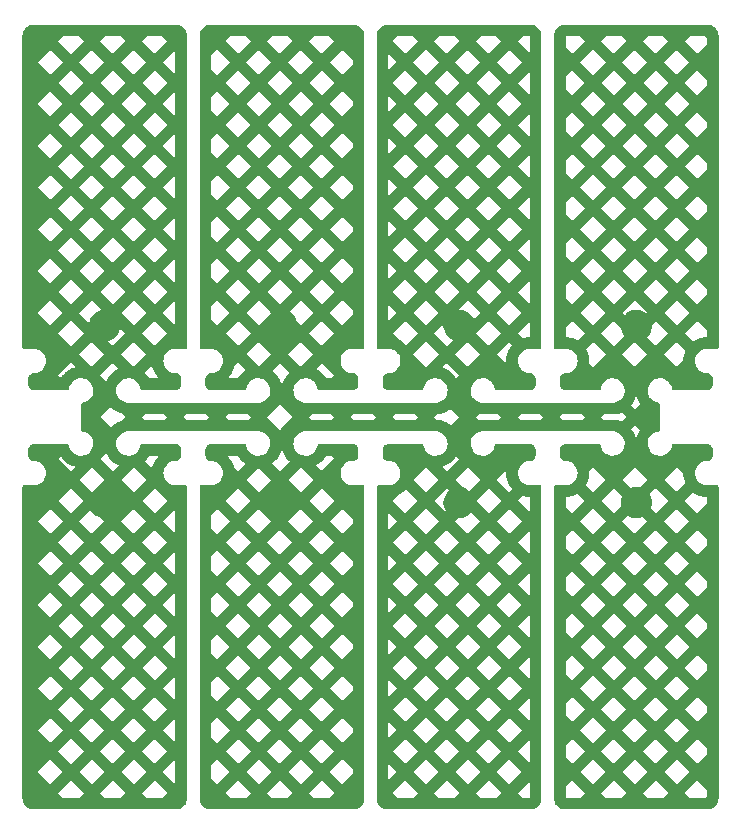
<source format=gbr>
G04 #@! TF.GenerationSoftware,KiCad,Pcbnew,9.0.2*
G04 #@! TF.CreationDate,2025-12-10T21:50:59-05:00*
G04 #@! TF.ProjectId,ThumbsUp,5468756d-6273-4557-902e-6b696361645f,rev?*
G04 #@! TF.SameCoordinates,Original*
G04 #@! TF.FileFunction,Copper,L1,Top*
G04 #@! TF.FilePolarity,Positive*
%FSLAX46Y46*%
G04 Gerber Fmt 4.6, Leading zero omitted, Abs format (unit mm)*
G04 Created by KiCad (PCBNEW 9.0.2) date 2025-12-10 21:50:59*
%MOMM*%
%LPD*%
G01*
G04 APERTURE LIST*
G04 #@! TA.AperFunction,ViaPad*
%ADD10C,0.800000*%
G04 #@! TD*
G04 APERTURE END LIST*
D10*
X194800000Y-127900000D03*
X209800000Y-127900000D03*
X239800000Y-112900000D03*
X194800000Y-112900000D03*
X224800000Y-127900000D03*
X209800000Y-112900000D03*
X224800000Y-112900000D03*
X239800000Y-127900000D03*
G04 #@! TA.AperFunction,Conductor*
G36*
X200805394Y-87425971D02*
G01*
X200958410Y-87439359D01*
X200979695Y-87443111D01*
X201122826Y-87481463D01*
X201143123Y-87488851D01*
X201277430Y-87551479D01*
X201296133Y-87562278D01*
X201417514Y-87647271D01*
X201434071Y-87661164D01*
X201538835Y-87765928D01*
X201552728Y-87782485D01*
X201637721Y-87903866D01*
X201648522Y-87922573D01*
X201711146Y-88056870D01*
X201718536Y-88077175D01*
X201756887Y-88220303D01*
X201760640Y-88241589D01*
X201774028Y-88394604D01*
X201774500Y-88405412D01*
X201774500Y-114750500D01*
X201754815Y-114817539D01*
X201702011Y-114863294D01*
X201650500Y-114874500D01*
X200808285Y-114874500D01*
X200800000Y-114874500D01*
X200704973Y-114874500D01*
X200518156Y-114909423D01*
X200340942Y-114978075D01*
X200340938Y-114978077D01*
X200179349Y-115078129D01*
X200038901Y-115206164D01*
X199924367Y-115357830D01*
X199839653Y-115527957D01*
X199787642Y-115710760D01*
X199770107Y-115899999D01*
X199770107Y-115900000D01*
X199787642Y-116089239D01*
X199839653Y-116272042D01*
X199873581Y-116340177D01*
X199924367Y-116442169D01*
X200038900Y-116593834D01*
X200179351Y-116721872D01*
X200340937Y-116821922D01*
X200518156Y-116890577D01*
X200704973Y-116925500D01*
X200791715Y-116925500D01*
X200791874Y-116925500D01*
X200808059Y-116926561D01*
X200906623Y-116939537D01*
X200937890Y-116947915D01*
X200982649Y-116966454D01*
X201022168Y-116982823D01*
X201050197Y-116999005D01*
X201068276Y-117012878D01*
X201122571Y-117054541D01*
X201145458Y-117077428D01*
X201164755Y-117102575D01*
X201192198Y-117138340D01*
X201200991Y-117149798D01*
X201217177Y-117177834D01*
X201252084Y-117262109D01*
X201260462Y-117293375D01*
X201264915Y-117327196D01*
X201272979Y-117388450D01*
X201273439Y-117391939D01*
X201274500Y-117408125D01*
X201274500Y-117891874D01*
X201273439Y-117908060D01*
X201260462Y-118006624D01*
X201252084Y-118037890D01*
X201217177Y-118122165D01*
X201200991Y-118150201D01*
X201145458Y-118222571D01*
X201122571Y-118245458D01*
X201050201Y-118300991D01*
X201022165Y-118317177D01*
X200937890Y-118352084D01*
X200906624Y-118360462D01*
X200818244Y-118372098D01*
X200808058Y-118373439D01*
X200791874Y-118374500D01*
X197941804Y-118374500D01*
X197874765Y-118354815D01*
X197829010Y-118302011D01*
X197820000Y-118273735D01*
X197801218Y-118175278D01*
X197789261Y-118112593D01*
X197789260Y-118112591D01*
X197789260Y-118112589D01*
X197717888Y-117932324D01*
X197717882Y-117932312D01*
X197702491Y-117908060D01*
X197613990Y-117768605D01*
X197481260Y-117627262D01*
X197406480Y-117572931D01*
X197324395Y-117513292D01*
X197228691Y-117468258D01*
X197148956Y-117430738D01*
X197148951Y-117430736D01*
X197148949Y-117430736D01*
X196961155Y-117382518D01*
X196767644Y-117370343D01*
X196767637Y-117370343D01*
X196575278Y-117394644D01*
X196575274Y-117394645D01*
X196390875Y-117454560D01*
X196390871Y-117454561D01*
X196220960Y-117547971D01*
X196220959Y-117547971D01*
X196071563Y-117671563D01*
X195947971Y-117820959D01*
X195947971Y-117820960D01*
X195854561Y-117990871D01*
X195854560Y-117990875D01*
X195794645Y-118175274D01*
X195794644Y-118175278D01*
X195770343Y-118367637D01*
X195770343Y-118367644D01*
X195782518Y-118561155D01*
X195789954Y-118590116D01*
X195830738Y-118748956D01*
X195848431Y-118786555D01*
X195913292Y-118924395D01*
X195982714Y-119019945D01*
X196027262Y-119081260D01*
X196168605Y-119213990D01*
X196332315Y-119317884D01*
X196332319Y-119317885D01*
X196332324Y-119317888D01*
X196512590Y-119389260D01*
X196512591Y-119389260D01*
X196512593Y-119389261D01*
X196703053Y-119425593D01*
X196800000Y-119425500D01*
X196808285Y-119425500D01*
X207791715Y-119425500D01*
X207800000Y-119425500D01*
X207896943Y-119425593D01*
X207896943Y-119425592D01*
X207896947Y-119425593D01*
X208087407Y-119389261D01*
X208094894Y-119386297D01*
X208267675Y-119317888D01*
X208267675Y-119317887D01*
X208267685Y-119317884D01*
X208431395Y-119213990D01*
X208572738Y-119081260D01*
X208686706Y-118924397D01*
X208769262Y-118748956D01*
X208817482Y-118561153D01*
X208829657Y-118367642D01*
X208805355Y-118175276D01*
X208745439Y-117990872D01*
X208652029Y-117820961D01*
X208652028Y-117820959D01*
X208603135Y-117761857D01*
X208528437Y-117671563D01*
X208379039Y-117547971D01*
X208209128Y-117454561D01*
X208066212Y-117408125D01*
X208024725Y-117394645D01*
X208024721Y-117394644D01*
X207832358Y-117370343D01*
X207638844Y-117382518D01*
X207451050Y-117430736D01*
X207451047Y-117430737D01*
X207451045Y-117430737D01*
X207451044Y-117430738D01*
X207422383Y-117444225D01*
X207275604Y-117513292D01*
X207118738Y-117627263D01*
X206986012Y-117768602D01*
X206986006Y-117768610D01*
X206882117Y-117932312D01*
X206882111Y-117932324D01*
X206810739Y-118112589D01*
X206780000Y-118273735D01*
X206748102Y-118335899D01*
X206687660Y-118370949D01*
X206658196Y-118374500D01*
X203808126Y-118374500D01*
X203791941Y-118373439D01*
X203780208Y-118371894D01*
X203693375Y-118360462D01*
X203662109Y-118352084D01*
X203577834Y-118317177D01*
X203549800Y-118300992D01*
X203514278Y-118273735D01*
X203477428Y-118245458D01*
X203454541Y-118222571D01*
X203418248Y-118175274D01*
X203399005Y-118150197D01*
X203382823Y-118122168D01*
X203363145Y-118074660D01*
X203347915Y-118037890D01*
X203339537Y-118006623D01*
X203326561Y-117908059D01*
X203325500Y-117891874D01*
X203325500Y-117408125D01*
X203326561Y-117391940D01*
X203326890Y-117389438D01*
X203335084Y-117327196D01*
X205238021Y-117327196D01*
X205287325Y-117376500D01*
X206052841Y-117376500D01*
X206155975Y-117213988D01*
X206159222Y-117209129D01*
X206179547Y-117180210D01*
X206183017Y-117175512D01*
X206211850Y-117138340D01*
X206215539Y-117133810D01*
X206238497Y-117106929D01*
X206242396Y-117102575D01*
X206407335Y-116926933D01*
X206411433Y-116922770D01*
X206436826Y-116898162D01*
X206441121Y-116894192D01*
X206476411Y-116863082D01*
X206480882Y-116859324D01*
X206508461Y-116837230D01*
X206513103Y-116833687D01*
X206658978Y-116727702D01*
X208947587Y-116727702D01*
X208959463Y-116735774D01*
X208964213Y-116739168D01*
X208992476Y-116760388D01*
X208997066Y-116764006D01*
X209182710Y-116917584D01*
X209187122Y-116921414D01*
X209213268Y-116945205D01*
X209217496Y-116949238D01*
X209250762Y-116982504D01*
X209254795Y-116986732D01*
X209278586Y-117012878D01*
X209282416Y-117017290D01*
X209435994Y-117202934D01*
X209439612Y-117207524D01*
X209460832Y-117235787D01*
X209464226Y-117240537D01*
X209490670Y-117279446D01*
X209493841Y-117284357D01*
X209512314Y-117314502D01*
X209515249Y-117319554D01*
X209631325Y-117530694D01*
X209634019Y-117535880D01*
X209649571Y-117567626D01*
X209652017Y-117572931D01*
X209670701Y-117616107D01*
X209672894Y-117621524D01*
X209685389Y-117654592D01*
X209687325Y-117660104D01*
X209761779Y-117889252D01*
X209763454Y-117894851D01*
X209772782Y-117928950D01*
X209774190Y-117934619D01*
X209784452Y-117980529D01*
X209785591Y-117986259D01*
X209789690Y-118009749D01*
X209814713Y-117984726D01*
X209815548Y-117980529D01*
X209825810Y-117934619D01*
X209827218Y-117928950D01*
X209836546Y-117894851D01*
X209838221Y-117889252D01*
X209912675Y-117660104D01*
X209914611Y-117654592D01*
X209927106Y-117621524D01*
X209929299Y-117616107D01*
X209947983Y-117572931D01*
X209950429Y-117567626D01*
X209965981Y-117535880D01*
X209968675Y-117530694D01*
X210084751Y-117319554D01*
X210087686Y-117314502D01*
X210106159Y-117284357D01*
X210109330Y-117279446D01*
X210135774Y-117240537D01*
X210139168Y-117235787D01*
X210160388Y-117207524D01*
X210164006Y-117202934D01*
X210317584Y-117017290D01*
X210321414Y-117012878D01*
X210345205Y-116986732D01*
X210349238Y-116982504D01*
X210382504Y-116949238D01*
X210386732Y-116945205D01*
X210412878Y-116921414D01*
X210417290Y-116917585D01*
X210456038Y-116885529D01*
X210133178Y-116562669D01*
X212648154Y-116562669D01*
X212770610Y-116620292D01*
X212775840Y-116622905D01*
X212807092Y-116639453D01*
X212812190Y-116642309D01*
X212852685Y-116666259D01*
X212857641Y-116669350D01*
X212887177Y-116688752D01*
X212891983Y-116692073D01*
X213086897Y-116833687D01*
X213091539Y-116837230D01*
X213119118Y-116859324D01*
X213123589Y-116863082D01*
X213158879Y-116894192D01*
X213163174Y-116898162D01*
X213188567Y-116922770D01*
X213192665Y-116926933D01*
X213357604Y-117102575D01*
X213361503Y-117106929D01*
X213384461Y-117133810D01*
X213388150Y-117138340D01*
X213416983Y-117175512D01*
X213420453Y-117180210D01*
X213440778Y-117209129D01*
X213444025Y-117213988D01*
X213547159Y-117376500D01*
X213958475Y-117376500D01*
X214198262Y-117136712D01*
X214114047Y-117025194D01*
X214110701Y-117020543D01*
X214091110Y-116991943D01*
X214087981Y-116987142D01*
X214079521Y-116973478D01*
X213158433Y-116052390D01*
X212648154Y-116562669D01*
X210133178Y-116562669D01*
X209622899Y-116052390D01*
X208947587Y-116727702D01*
X206658978Y-116727702D01*
X206708017Y-116692073D01*
X206712823Y-116688752D01*
X206719403Y-116684428D01*
X206087365Y-116052390D01*
X205770215Y-116369540D01*
X205713941Y-116567330D01*
X205712246Y-116572802D01*
X205701233Y-116605661D01*
X205699287Y-116611050D01*
X205682625Y-116654059D01*
X205680433Y-116659351D01*
X205666433Y-116691058D01*
X205663999Y-116696244D01*
X205558728Y-116907656D01*
X205556057Y-116912723D01*
X205539198Y-116942991D01*
X205536298Y-116947926D01*
X205512019Y-116987141D01*
X205508890Y-116991943D01*
X205489299Y-117020543D01*
X205485953Y-117025194D01*
X205343623Y-117213668D01*
X205340066Y-117218159D01*
X205317930Y-117244816D01*
X205314171Y-117249135D01*
X205283100Y-117283219D01*
X205279143Y-117287363D01*
X205254634Y-117311872D01*
X205250491Y-117315829D01*
X205238021Y-117327196D01*
X203335084Y-117327196D01*
X203339537Y-117293375D01*
X203347915Y-117262109D01*
X203363145Y-117225340D01*
X203382825Y-117177828D01*
X203399003Y-117149805D01*
X203454541Y-117077427D01*
X203477428Y-117054541D01*
X203549805Y-116999003D01*
X203577828Y-116982825D01*
X203662109Y-116947915D01*
X203693375Y-116939537D01*
X203791941Y-116926561D01*
X203808126Y-116925500D01*
X203895025Y-116925500D01*
X203895027Y-116925500D01*
X204081844Y-116890577D01*
X204259063Y-116821922D01*
X204420649Y-116721872D01*
X204561100Y-116593834D01*
X204675633Y-116442169D01*
X204760347Y-116272040D01*
X204812357Y-116089242D01*
X204829893Y-115900000D01*
X204812357Y-115710758D01*
X204760347Y-115527960D01*
X204759906Y-115527075D01*
X204676014Y-115358597D01*
X204675633Y-115357831D01*
X204667226Y-115346699D01*
X206793058Y-115346699D01*
X207818656Y-116372297D01*
X207834331Y-116372051D01*
X207840172Y-116372097D01*
X207887195Y-116373573D01*
X207890169Y-116373736D01*
X208917206Y-115346699D01*
X210328592Y-115346699D01*
X211390666Y-116408773D01*
X212452741Y-115346698D01*
X211390667Y-114284624D01*
X210328592Y-115346699D01*
X208917206Y-115346699D01*
X208917207Y-115346698D01*
X207855133Y-114284624D01*
X206793058Y-115346699D01*
X204667226Y-115346699D01*
X204561100Y-115206166D01*
X204548126Y-115194339D01*
X204420650Y-115078129D01*
X204420649Y-115078128D01*
X204259063Y-114978078D01*
X204259061Y-114978077D01*
X204259057Y-114978075D01*
X204171678Y-114944225D01*
X204081844Y-114909423D01*
X203895027Y-114874500D01*
X203895025Y-114874500D01*
X203835185Y-114874500D01*
X203834984Y-114874460D01*
X203801238Y-114874500D01*
X203773160Y-114874500D01*
X203772942Y-114874533D01*
X202949647Y-114875508D01*
X202882584Y-114855903D01*
X202836767Y-114803153D01*
X202825500Y-114751508D01*
X202825500Y-113578932D01*
X205025291Y-113578932D01*
X206087366Y-114641007D01*
X207149441Y-113578932D01*
X212096359Y-113578932D01*
X213158434Y-114641007D01*
X214220509Y-113578932D01*
X213158434Y-112516857D01*
X212096359Y-113578932D01*
X207149441Y-113578932D01*
X206087366Y-112516857D01*
X205025291Y-113578932D01*
X202825500Y-113578932D01*
X202825500Y-111245189D01*
X203823500Y-111245189D01*
X203823500Y-112377141D01*
X204319599Y-112873240D01*
X205381674Y-111811165D01*
X206793058Y-111811165D01*
X207855133Y-112873240D01*
X208917208Y-111811165D01*
X208832549Y-111726506D01*
X210413249Y-111726506D01*
X210485232Y-111763183D01*
X210501822Y-111773350D01*
X210654633Y-111884373D01*
X210669429Y-111897010D01*
X210802990Y-112030571D01*
X210815627Y-112045367D01*
X210926650Y-112198178D01*
X210936817Y-112214768D01*
X211022569Y-112383065D01*
X211030015Y-112401042D01*
X211083702Y-112566275D01*
X211390667Y-112873240D01*
X212452742Y-111811165D01*
X213864126Y-111811165D01*
X214926201Y-112873240D01*
X215776500Y-112022941D01*
X215776500Y-111599389D01*
X214926201Y-110749090D01*
X213864126Y-111811165D01*
X212452742Y-111811165D01*
X211390666Y-110749089D01*
X210413249Y-111726506D01*
X208832549Y-111726506D01*
X207855133Y-110749090D01*
X206793058Y-111811165D01*
X205381674Y-111811165D01*
X204319599Y-110749090D01*
X203823500Y-111245189D01*
X202825500Y-111245189D01*
X202825500Y-110043398D01*
X205025291Y-110043398D01*
X206087366Y-111105473D01*
X207149441Y-110043398D01*
X208560825Y-110043398D01*
X209622900Y-111105473D01*
X210684975Y-110043398D01*
X212096359Y-110043398D01*
X213158434Y-111105473D01*
X214220509Y-110043398D01*
X213158434Y-108981323D01*
X212096359Y-110043398D01*
X210684975Y-110043398D01*
X209622900Y-108981323D01*
X208560825Y-110043398D01*
X207149441Y-110043398D01*
X206087366Y-108981323D01*
X205025291Y-110043398D01*
X202825500Y-110043398D01*
X202825500Y-107709655D01*
X203823500Y-107709655D01*
X203823500Y-108841607D01*
X204319599Y-109337706D01*
X205381674Y-108275631D01*
X206793058Y-108275631D01*
X207855133Y-109337706D01*
X208917208Y-108275631D01*
X210328592Y-108275631D01*
X211390667Y-109337706D01*
X212452742Y-108275631D01*
X213864126Y-108275631D01*
X214926201Y-109337706D01*
X215776500Y-108487407D01*
X215776500Y-108063855D01*
X214926201Y-107213556D01*
X213864126Y-108275631D01*
X212452742Y-108275631D01*
X211390667Y-107213556D01*
X210328592Y-108275631D01*
X208917208Y-108275631D01*
X207855133Y-107213556D01*
X206793058Y-108275631D01*
X205381674Y-108275631D01*
X204319599Y-107213556D01*
X203823500Y-107709655D01*
X202825500Y-107709655D01*
X202825500Y-106507864D01*
X205025291Y-106507864D01*
X206087366Y-107569939D01*
X207149441Y-106507864D01*
X208560825Y-106507864D01*
X209622900Y-107569939D01*
X210684975Y-106507864D01*
X212096359Y-106507864D01*
X213158434Y-107569939D01*
X214220509Y-106507864D01*
X213158434Y-105445789D01*
X212096359Y-106507864D01*
X210684975Y-106507864D01*
X209622900Y-105445789D01*
X208560825Y-106507864D01*
X207149441Y-106507864D01*
X206087366Y-105445789D01*
X205025291Y-106507864D01*
X202825500Y-106507864D01*
X202825500Y-104174121D01*
X203823500Y-104174121D01*
X203823500Y-105306073D01*
X204319599Y-105802172D01*
X205381674Y-104740097D01*
X206793058Y-104740097D01*
X207855133Y-105802172D01*
X208917208Y-104740097D01*
X210328592Y-104740097D01*
X211390667Y-105802172D01*
X212452742Y-104740097D01*
X213864126Y-104740097D01*
X214926201Y-105802172D01*
X215776500Y-104951873D01*
X215776500Y-104528321D01*
X214926201Y-103678022D01*
X213864126Y-104740097D01*
X212452742Y-104740097D01*
X211390667Y-103678022D01*
X210328592Y-104740097D01*
X208917208Y-104740097D01*
X207855133Y-103678022D01*
X206793058Y-104740097D01*
X205381674Y-104740097D01*
X204319599Y-103678022D01*
X203823500Y-104174121D01*
X202825500Y-104174121D01*
X202825500Y-102972330D01*
X205025291Y-102972330D01*
X206087366Y-104034405D01*
X207149441Y-102972330D01*
X208560825Y-102972330D01*
X209622900Y-104034405D01*
X210684975Y-102972330D01*
X212096359Y-102972330D01*
X213158434Y-104034405D01*
X214220509Y-102972330D01*
X213158434Y-101910255D01*
X212096359Y-102972330D01*
X210684975Y-102972330D01*
X209622900Y-101910255D01*
X208560825Y-102972330D01*
X207149441Y-102972330D01*
X206087366Y-101910255D01*
X205025291Y-102972330D01*
X202825500Y-102972330D01*
X202825500Y-100638587D01*
X203823500Y-100638587D01*
X203823500Y-101770539D01*
X204319599Y-102266638D01*
X205381674Y-101204563D01*
X206793058Y-101204563D01*
X207855133Y-102266638D01*
X208917208Y-101204563D01*
X210328592Y-101204563D01*
X211390667Y-102266638D01*
X212452742Y-101204563D01*
X213864126Y-101204563D01*
X214926201Y-102266638D01*
X215776500Y-101416339D01*
X215776500Y-100992787D01*
X214926201Y-100142488D01*
X213864126Y-101204563D01*
X212452742Y-101204563D01*
X211390667Y-100142488D01*
X210328592Y-101204563D01*
X208917208Y-101204563D01*
X207855133Y-100142488D01*
X206793058Y-101204563D01*
X205381674Y-101204563D01*
X204319599Y-100142488D01*
X203823500Y-100638587D01*
X202825500Y-100638587D01*
X202825500Y-99436796D01*
X205025291Y-99436796D01*
X206087366Y-100498871D01*
X207149441Y-99436796D01*
X208560825Y-99436796D01*
X209622900Y-100498871D01*
X210684975Y-99436796D01*
X212096359Y-99436796D01*
X213158434Y-100498871D01*
X214220509Y-99436796D01*
X213158434Y-98374721D01*
X212096359Y-99436796D01*
X210684975Y-99436796D01*
X209622900Y-98374721D01*
X208560825Y-99436796D01*
X207149441Y-99436796D01*
X206087366Y-98374721D01*
X205025291Y-99436796D01*
X202825500Y-99436796D01*
X202825500Y-97103053D01*
X203823500Y-97103053D01*
X203823500Y-98235005D01*
X204319599Y-98731104D01*
X205381673Y-97669029D01*
X206793058Y-97669029D01*
X207855133Y-98731104D01*
X208917207Y-97669029D01*
X210328592Y-97669029D01*
X211390667Y-98731104D01*
X212452741Y-97669029D01*
X213864126Y-97669029D01*
X214926201Y-98731104D01*
X215776500Y-97880805D01*
X215776500Y-97457253D01*
X214926201Y-96606954D01*
X213864126Y-97669029D01*
X212452741Y-97669029D01*
X211390667Y-96606954D01*
X210328592Y-97669029D01*
X208917207Y-97669029D01*
X207855133Y-96606954D01*
X206793058Y-97669029D01*
X205381673Y-97669029D01*
X204319598Y-96606954D01*
X203823500Y-97103053D01*
X202825500Y-97103053D01*
X202825500Y-95901262D01*
X205025291Y-95901262D01*
X206087366Y-96963337D01*
X207149440Y-95901262D01*
X208560825Y-95901262D01*
X209622900Y-96963337D01*
X210684974Y-95901262D01*
X212096359Y-95901262D01*
X213158434Y-96963337D01*
X214220508Y-95901262D01*
X213158434Y-94839187D01*
X212096359Y-95901262D01*
X210684974Y-95901262D01*
X209622900Y-94839187D01*
X208560825Y-95901262D01*
X207149440Y-95901262D01*
X206087366Y-94839187D01*
X205025291Y-95901262D01*
X202825500Y-95901262D01*
X202825500Y-93567519D01*
X203823500Y-93567519D01*
X203823500Y-94699471D01*
X204319599Y-95195570D01*
X205381673Y-94133495D01*
X206793058Y-94133495D01*
X207855133Y-95195570D01*
X208917207Y-94133495D01*
X210328592Y-94133495D01*
X211390667Y-95195570D01*
X212452741Y-94133495D01*
X213864126Y-94133495D01*
X214926201Y-95195570D01*
X215776500Y-94345271D01*
X215776500Y-93921719D01*
X214926201Y-93071420D01*
X213864126Y-94133495D01*
X212452741Y-94133495D01*
X211390667Y-93071420D01*
X210328592Y-94133495D01*
X208917207Y-94133495D01*
X207855133Y-93071420D01*
X206793058Y-94133495D01*
X205381673Y-94133495D01*
X204319598Y-93071420D01*
X203823500Y-93567519D01*
X202825500Y-93567519D01*
X202825500Y-92365728D01*
X205025291Y-92365728D01*
X206087366Y-93427803D01*
X207149440Y-92365728D01*
X208560825Y-92365728D01*
X209622900Y-93427803D01*
X210684974Y-92365728D01*
X212096359Y-92365728D01*
X213158434Y-93427803D01*
X214220508Y-92365728D01*
X213158434Y-91303654D01*
X212096359Y-92365728D01*
X210684974Y-92365728D01*
X209622900Y-91303654D01*
X208560825Y-92365728D01*
X207149440Y-92365728D01*
X206087366Y-91303654D01*
X205025291Y-92365728D01*
X202825500Y-92365728D01*
X202825500Y-90031986D01*
X203823500Y-90031986D01*
X203823500Y-91163937D01*
X204319599Y-91660036D01*
X205381673Y-90597961D01*
X206793058Y-90597961D01*
X207855133Y-91660036D01*
X208917207Y-90597961D01*
X210328592Y-90597961D01*
X211390667Y-91660036D01*
X212452741Y-90597961D01*
X213864126Y-90597961D01*
X214926200Y-91660036D01*
X215776500Y-90809737D01*
X215776500Y-90386186D01*
X214926201Y-89535887D01*
X213864126Y-90597961D01*
X212452741Y-90597961D01*
X211390667Y-89535887D01*
X210328592Y-90597961D01*
X208917207Y-90597961D01*
X207855133Y-89535887D01*
X206793058Y-90597961D01*
X205381673Y-90597961D01*
X204319599Y-89535887D01*
X203823500Y-90031986D01*
X202825500Y-90031986D01*
X202825500Y-88830195D01*
X205025291Y-88830195D01*
X206087366Y-89892270D01*
X207149441Y-88830195D01*
X208560825Y-88830195D01*
X209622900Y-89892270D01*
X210684975Y-88830195D01*
X212096359Y-88830195D01*
X213158434Y-89892270D01*
X214220509Y-88830195D01*
X213813814Y-88423500D01*
X212503054Y-88423500D01*
X212096359Y-88830195D01*
X210684975Y-88830195D01*
X210278280Y-88423500D01*
X208967520Y-88423500D01*
X208560825Y-88830195D01*
X207149441Y-88830195D01*
X206742746Y-88423500D01*
X205431986Y-88423500D01*
X205025291Y-88830195D01*
X202825500Y-88830195D01*
X202825500Y-88405412D01*
X202825972Y-88394605D01*
X202826424Y-88389438D01*
X202839359Y-88241587D01*
X202843112Y-88220303D01*
X202881463Y-88077175D01*
X202888849Y-88056880D01*
X202951481Y-87922564D01*
X202962274Y-87903871D01*
X203047271Y-87782485D01*
X203061158Y-87765934D01*
X203165934Y-87661158D01*
X203182485Y-87647271D01*
X203216628Y-87623362D01*
X203303871Y-87562274D01*
X203322564Y-87551481D01*
X203456880Y-87488849D01*
X203477169Y-87481464D01*
X203620306Y-87443111D01*
X203641587Y-87439359D01*
X203794605Y-87425971D01*
X203805412Y-87425500D01*
X203808285Y-87425500D01*
X215791715Y-87425500D01*
X215794588Y-87425500D01*
X215805394Y-87425971D01*
X215958410Y-87439359D01*
X215979695Y-87443111D01*
X216122826Y-87481463D01*
X216143123Y-87488851D01*
X216277430Y-87551479D01*
X216296133Y-87562278D01*
X216417514Y-87647271D01*
X216434071Y-87661164D01*
X216538835Y-87765928D01*
X216552728Y-87782485D01*
X216637721Y-87903866D01*
X216648522Y-87922573D01*
X216711146Y-88056870D01*
X216718536Y-88077175D01*
X216756887Y-88220303D01*
X216760640Y-88241589D01*
X216774028Y-88394604D01*
X216774500Y-88405412D01*
X216774500Y-114750500D01*
X216754815Y-114817539D01*
X216702011Y-114863294D01*
X216650500Y-114874500D01*
X215808285Y-114874500D01*
X215800000Y-114874500D01*
X215704973Y-114874500D01*
X215518156Y-114909423D01*
X215340942Y-114978075D01*
X215340938Y-114978077D01*
X215179349Y-115078129D01*
X215038901Y-115206164D01*
X214924367Y-115357830D01*
X214839653Y-115527957D01*
X214787642Y-115710760D01*
X214770107Y-115899999D01*
X214770107Y-115900000D01*
X214787642Y-116089239D01*
X214839653Y-116272042D01*
X214873581Y-116340177D01*
X214924367Y-116442169D01*
X215038900Y-116593834D01*
X215179351Y-116721872D01*
X215340937Y-116821922D01*
X215518156Y-116890577D01*
X215704973Y-116925500D01*
X215791715Y-116925500D01*
X215791874Y-116925500D01*
X215808059Y-116926561D01*
X215906623Y-116939537D01*
X215937890Y-116947915D01*
X215982649Y-116966454D01*
X216022168Y-116982823D01*
X216050197Y-116999005D01*
X216068276Y-117012878D01*
X216122571Y-117054541D01*
X216145458Y-117077428D01*
X216164755Y-117102575D01*
X216192198Y-117138340D01*
X216200991Y-117149798D01*
X216217177Y-117177834D01*
X216252084Y-117262109D01*
X216260462Y-117293375D01*
X216264915Y-117327196D01*
X216272979Y-117388450D01*
X216273439Y-117391939D01*
X216274500Y-117408125D01*
X216274500Y-117891874D01*
X216273439Y-117908060D01*
X216260462Y-118006624D01*
X216252084Y-118037890D01*
X216217177Y-118122165D01*
X216200991Y-118150201D01*
X216145458Y-118222571D01*
X216122571Y-118245458D01*
X216050201Y-118300991D01*
X216022165Y-118317177D01*
X215937890Y-118352084D01*
X215906624Y-118360462D01*
X215818244Y-118372098D01*
X215808058Y-118373439D01*
X215791874Y-118374500D01*
X212941804Y-118374500D01*
X212874765Y-118354815D01*
X212829010Y-118302011D01*
X212820000Y-118273735D01*
X212801218Y-118175278D01*
X212789261Y-118112593D01*
X212789260Y-118112591D01*
X212789260Y-118112589D01*
X212717888Y-117932324D01*
X212717882Y-117932312D01*
X212702491Y-117908060D01*
X212613990Y-117768605D01*
X212481260Y-117627262D01*
X212406480Y-117572931D01*
X212324395Y-117513292D01*
X212228691Y-117468258D01*
X212148956Y-117430738D01*
X212148951Y-117430736D01*
X212148949Y-117430736D01*
X211961155Y-117382518D01*
X211767644Y-117370343D01*
X211767637Y-117370343D01*
X211575278Y-117394644D01*
X211575274Y-117394645D01*
X211390875Y-117454560D01*
X211390871Y-117454561D01*
X211220960Y-117547971D01*
X211220959Y-117547971D01*
X211071563Y-117671563D01*
X210947971Y-117820959D01*
X210947971Y-117820960D01*
X210854561Y-117990871D01*
X210854560Y-117990875D01*
X210794645Y-118175274D01*
X210794644Y-118175278D01*
X210770343Y-118367637D01*
X210770343Y-118367644D01*
X210782518Y-118561155D01*
X210789954Y-118590116D01*
X210830738Y-118748956D01*
X210848431Y-118786555D01*
X210913292Y-118924395D01*
X210982714Y-119019945D01*
X211027262Y-119081260D01*
X211168605Y-119213990D01*
X211332315Y-119317884D01*
X211332319Y-119317885D01*
X211332324Y-119317888D01*
X211512590Y-119389260D01*
X211512591Y-119389260D01*
X211512593Y-119389261D01*
X211703053Y-119425593D01*
X211800000Y-119425500D01*
X211808285Y-119425500D01*
X222791715Y-119425500D01*
X222800000Y-119425500D01*
X222896943Y-119425593D01*
X222896943Y-119425592D01*
X222896947Y-119425593D01*
X223087407Y-119389261D01*
X223094894Y-119386297D01*
X223267675Y-119317888D01*
X223267675Y-119317887D01*
X223267685Y-119317884D01*
X223431395Y-119213990D01*
X223572738Y-119081260D01*
X223686706Y-118924397D01*
X223769262Y-118748956D01*
X223817482Y-118561153D01*
X223829657Y-118367642D01*
X223805355Y-118175276D01*
X223745439Y-117990872D01*
X223652029Y-117820961D01*
X223652028Y-117820959D01*
X223603135Y-117761857D01*
X223528437Y-117671563D01*
X223379039Y-117547971D01*
X223209128Y-117454561D01*
X223066212Y-117408125D01*
X223024725Y-117394645D01*
X223024721Y-117394644D01*
X222832358Y-117370343D01*
X222638844Y-117382518D01*
X222451050Y-117430736D01*
X222451047Y-117430737D01*
X222451045Y-117430737D01*
X222451044Y-117430738D01*
X222422383Y-117444225D01*
X222275604Y-117513292D01*
X222118738Y-117627263D01*
X221986012Y-117768602D01*
X221986006Y-117768610D01*
X221882117Y-117932312D01*
X221882111Y-117932324D01*
X221810739Y-118112589D01*
X221780000Y-118273735D01*
X221748102Y-118335899D01*
X221687660Y-118370949D01*
X221658196Y-118374500D01*
X218808126Y-118374500D01*
X218791941Y-118373439D01*
X218780208Y-118371894D01*
X218693375Y-118360462D01*
X218662109Y-118352084D01*
X218577834Y-118317177D01*
X218549800Y-118300992D01*
X218514278Y-118273735D01*
X218477428Y-118245458D01*
X218454541Y-118222571D01*
X218418248Y-118175274D01*
X218399005Y-118150197D01*
X218382823Y-118122168D01*
X218363145Y-118074660D01*
X218347915Y-118037890D01*
X218339537Y-118006623D01*
X218326561Y-117908059D01*
X218325500Y-117891874D01*
X218325500Y-117408125D01*
X218326561Y-117391940D01*
X218326890Y-117389438D01*
X218339537Y-117293375D01*
X218347915Y-117262109D01*
X218363145Y-117225340D01*
X218382825Y-117177828D01*
X218399003Y-117149805D01*
X218454541Y-117077427D01*
X218477428Y-117054541D01*
X218549805Y-116999003D01*
X218577828Y-116982825D01*
X218662109Y-116947915D01*
X218693375Y-116939537D01*
X218791941Y-116926561D01*
X218808126Y-116925500D01*
X218895025Y-116925500D01*
X218895027Y-116925500D01*
X219081844Y-116890577D01*
X219259063Y-116821922D01*
X219420649Y-116721872D01*
X219561100Y-116593834D01*
X219665937Y-116455009D01*
X223362417Y-116455009D01*
X223539896Y-116512675D01*
X223545408Y-116514611D01*
X223578476Y-116527106D01*
X223583893Y-116529299D01*
X223627069Y-116547983D01*
X223632374Y-116550429D01*
X223664120Y-116565981D01*
X223669306Y-116568675D01*
X223880446Y-116684751D01*
X223885498Y-116687686D01*
X223915643Y-116706159D01*
X223920554Y-116709330D01*
X223959463Y-116735774D01*
X223964213Y-116739168D01*
X223992476Y-116760388D01*
X223997066Y-116764006D01*
X224182710Y-116917584D01*
X224187122Y-116921414D01*
X224213268Y-116945205D01*
X224217496Y-116949238D01*
X224250762Y-116982504D01*
X224254795Y-116986732D01*
X224278586Y-117012878D01*
X224282416Y-117017290D01*
X224435994Y-117202934D01*
X224439612Y-117207524D01*
X224460832Y-117235787D01*
X224464226Y-117240537D01*
X224490670Y-117279446D01*
X224493841Y-117284357D01*
X224512314Y-117314502D01*
X224515249Y-117319554D01*
X224553125Y-117388450D01*
X224827109Y-117114465D01*
X223765035Y-116052390D01*
X223362417Y-116455009D01*
X219665937Y-116455009D01*
X219675633Y-116442169D01*
X219760347Y-116272040D01*
X219812357Y-116089242D01*
X219829893Y-115900000D01*
X219812357Y-115710758D01*
X219760347Y-115527960D01*
X219759906Y-115527075D01*
X219676014Y-115358597D01*
X219675633Y-115357831D01*
X219667226Y-115346699D01*
X220935194Y-115346699D01*
X221997268Y-116408773D01*
X223059343Y-115346699D01*
X224470727Y-115346699D01*
X225532802Y-116408773D01*
X226594877Y-115346699D01*
X228006261Y-115346699D01*
X228789102Y-116129540D01*
X228774237Y-115969122D01*
X228773840Y-115963409D01*
X228772239Y-115928789D01*
X228772107Y-115923061D01*
X228772107Y-115876939D01*
X228772239Y-115871211D01*
X228773840Y-115836591D01*
X228774237Y-115830878D01*
X228796029Y-115595707D01*
X228796689Y-115590017D01*
X228801478Y-115555685D01*
X228802401Y-115550027D01*
X228810877Y-115504692D01*
X228812059Y-115499091D01*
X228819991Y-115465366D01*
X228821430Y-115459823D01*
X228886059Y-115232670D01*
X228887754Y-115227198D01*
X228898767Y-115194339D01*
X228900713Y-115188950D01*
X228917375Y-115145941D01*
X228919567Y-115140649D01*
X228933567Y-115108942D01*
X228936001Y-115103756D01*
X229041272Y-114892344D01*
X229043943Y-114887277D01*
X229060802Y-114857009D01*
X229063702Y-114852074D01*
X229087981Y-114812859D01*
X229091110Y-114808057D01*
X229110701Y-114779457D01*
X229114047Y-114774806D01*
X229256377Y-114586332D01*
X229259934Y-114581841D01*
X229282070Y-114555184D01*
X229285829Y-114550865D01*
X229309075Y-114525363D01*
X229068336Y-114284624D01*
X228006261Y-115346699D01*
X226594877Y-115346699D01*
X225532802Y-114284624D01*
X224470727Y-115346699D01*
X223059343Y-115346699D01*
X221997268Y-114284624D01*
X220935194Y-115346699D01*
X219667226Y-115346699D01*
X219561100Y-115206166D01*
X219548126Y-115194339D01*
X219420650Y-115078129D01*
X219420649Y-115078128D01*
X219259063Y-114978078D01*
X219259061Y-114978077D01*
X219259057Y-114978075D01*
X219171678Y-114944225D01*
X219081844Y-114909423D01*
X218895027Y-114874500D01*
X218895025Y-114874500D01*
X218835185Y-114874500D01*
X218834984Y-114874460D01*
X218801238Y-114874500D01*
X218773160Y-114874500D01*
X218772942Y-114874533D01*
X217949647Y-114875508D01*
X217882584Y-114855903D01*
X217836767Y-114803153D01*
X217825500Y-114751508D01*
X217825500Y-113578932D01*
X219167427Y-113578932D01*
X219646574Y-114058079D01*
X219678107Y-114072003D01*
X219683296Y-114074439D01*
X219724582Y-114094999D01*
X219729650Y-114097671D01*
X219759909Y-114114527D01*
X219764843Y-114117426D01*
X219965638Y-114241753D01*
X219970436Y-114244880D01*
X219999033Y-114264469D01*
X220003686Y-114267816D01*
X220040491Y-114295611D01*
X220044980Y-114299167D01*
X220071637Y-114321303D01*
X220075957Y-114325063D01*
X220250491Y-114484172D01*
X220254634Y-114488128D01*
X220279143Y-114512637D01*
X220283100Y-114516781D01*
X220314171Y-114550865D01*
X220316717Y-114553790D01*
X221291576Y-113578931D01*
X222702960Y-113578931D01*
X223765035Y-114641006D01*
X224283353Y-114122688D01*
X224283065Y-114122569D01*
X224114768Y-114036817D01*
X224098178Y-114026650D01*
X223945367Y-113915627D01*
X223930571Y-113902990D01*
X223797010Y-113769429D01*
X223784373Y-113754633D01*
X223673350Y-113601822D01*
X223663183Y-113585232D01*
X223659973Y-113578932D01*
X226238494Y-113578932D01*
X227300569Y-114641006D01*
X228362644Y-113578932D01*
X229774028Y-113578932D01*
X230169367Y-113974271D01*
X230179136Y-113970487D01*
X230184520Y-113968543D01*
X230217361Y-113957535D01*
X230222831Y-113955841D01*
X230267189Y-113943218D01*
X230272735Y-113941777D01*
X230306486Y-113933838D01*
X230312094Y-113932655D01*
X230544255Y-113889256D01*
X230549909Y-113888334D01*
X230584233Y-113883546D01*
X230589922Y-113882886D01*
X230635848Y-113878630D01*
X230641562Y-113878233D01*
X230676183Y-113876632D01*
X230681911Y-113876500D01*
X230776500Y-113876500D01*
X230776500Y-112576460D01*
X229774028Y-113578932D01*
X228362644Y-113578932D01*
X227300569Y-112516857D01*
X226238494Y-113578932D01*
X223659973Y-113578932D01*
X223577431Y-113416935D01*
X223569985Y-113398958D01*
X223511617Y-113219319D01*
X223507075Y-113200399D01*
X223477527Y-113013840D01*
X223476000Y-112994442D01*
X223476000Y-112805892D01*
X222702960Y-113578931D01*
X221291576Y-113578931D01*
X220229501Y-112516857D01*
X219167427Y-113578932D01*
X217825500Y-113578932D01*
X217825500Y-112511475D01*
X218823500Y-112511475D01*
X219523810Y-111811165D01*
X220935194Y-111811165D01*
X221997268Y-112873239D01*
X223059343Y-111811165D01*
X222824178Y-111576000D01*
X224705892Y-111576000D01*
X224894442Y-111576000D01*
X224913840Y-111577527D01*
X225100399Y-111607075D01*
X225119319Y-111611617D01*
X225298958Y-111669985D01*
X225316935Y-111677431D01*
X225485232Y-111763183D01*
X225501822Y-111773350D01*
X225654633Y-111884373D01*
X225669429Y-111897010D01*
X225802990Y-112030571D01*
X225815627Y-112045367D01*
X225926650Y-112198178D01*
X225936817Y-112214768D01*
X226022569Y-112383065D01*
X226022688Y-112383352D01*
X226594875Y-111811165D01*
X228006261Y-111811165D01*
X229068336Y-112873240D01*
X230130411Y-111811165D01*
X229068336Y-110749090D01*
X228006261Y-111811165D01*
X226594875Y-111811165D01*
X226594876Y-111811164D01*
X225532802Y-110749090D01*
X224705892Y-111576000D01*
X222824178Y-111576000D01*
X221997268Y-110749090D01*
X220935194Y-111811165D01*
X219523810Y-111811165D01*
X218823500Y-111110855D01*
X218823500Y-112511475D01*
X217825500Y-112511475D01*
X217825500Y-110043398D01*
X219167427Y-110043398D01*
X220229501Y-111105472D01*
X221291576Y-110043398D01*
X222702961Y-110043398D01*
X223765035Y-111105472D01*
X224827110Y-110043398D01*
X226238494Y-110043398D01*
X227300569Y-111105472D01*
X228362644Y-110043398D01*
X229774028Y-110043398D01*
X230776500Y-111045870D01*
X230776500Y-109040926D01*
X229774028Y-110043398D01*
X228362644Y-110043398D01*
X227300569Y-108981323D01*
X226238494Y-110043398D01*
X224827110Y-110043398D01*
X223765035Y-108981323D01*
X222702961Y-110043398D01*
X221291576Y-110043398D01*
X220229501Y-108981323D01*
X219167427Y-110043398D01*
X217825500Y-110043398D01*
X217825500Y-108975941D01*
X218823500Y-108975941D01*
X219523810Y-108275631D01*
X220935194Y-108275631D01*
X221997268Y-109337705D01*
X223059343Y-108275631D01*
X224470727Y-108275631D01*
X225532802Y-109337705D01*
X226594877Y-108275631D01*
X228006261Y-108275631D01*
X229068336Y-109337706D01*
X230130411Y-108275631D01*
X229068336Y-107213556D01*
X228006261Y-108275631D01*
X226594877Y-108275631D01*
X225532802Y-107213556D01*
X224470727Y-108275631D01*
X223059343Y-108275631D01*
X221997268Y-107213556D01*
X220935194Y-108275631D01*
X219523810Y-108275631D01*
X218823500Y-107575321D01*
X218823500Y-108975941D01*
X217825500Y-108975941D01*
X217825500Y-106507864D01*
X219167427Y-106507864D01*
X220229501Y-107569938D01*
X221291576Y-106507864D01*
X222702961Y-106507864D01*
X223765035Y-107569938D01*
X224827110Y-106507864D01*
X226238494Y-106507864D01*
X227300569Y-107569938D01*
X228362644Y-106507864D01*
X229774028Y-106507864D01*
X230776500Y-107510336D01*
X230776500Y-105505392D01*
X229774028Y-106507864D01*
X228362644Y-106507864D01*
X227300569Y-105445789D01*
X226238494Y-106507864D01*
X224827110Y-106507864D01*
X223765035Y-105445789D01*
X222702961Y-106507864D01*
X221291576Y-106507864D01*
X220229501Y-105445789D01*
X219167427Y-106507864D01*
X217825500Y-106507864D01*
X217825500Y-105440407D01*
X218823500Y-105440407D01*
X219523810Y-104740097D01*
X220935194Y-104740097D01*
X221997268Y-105802171D01*
X223059343Y-104740097D01*
X224470727Y-104740097D01*
X225532802Y-105802171D01*
X226594877Y-104740097D01*
X228006261Y-104740097D01*
X229068336Y-105802172D01*
X230130411Y-104740097D01*
X229068336Y-103678022D01*
X228006261Y-104740097D01*
X226594877Y-104740097D01*
X225532802Y-103678022D01*
X224470727Y-104740097D01*
X223059343Y-104740097D01*
X221997268Y-103678022D01*
X220935194Y-104740097D01*
X219523810Y-104740097D01*
X218823500Y-104039787D01*
X218823500Y-105440407D01*
X217825500Y-105440407D01*
X217825500Y-102972330D01*
X219167427Y-102972330D01*
X220229501Y-104034404D01*
X221291576Y-102972330D01*
X222702961Y-102972330D01*
X223765035Y-104034404D01*
X224827110Y-102972330D01*
X226238494Y-102972330D01*
X227300569Y-104034404D01*
X228362644Y-102972330D01*
X229774028Y-102972330D01*
X230776500Y-103974802D01*
X230776500Y-101969858D01*
X229774028Y-102972330D01*
X228362644Y-102972330D01*
X227300569Y-101910255D01*
X226238494Y-102972330D01*
X224827110Y-102972330D01*
X223765035Y-101910255D01*
X222702961Y-102972330D01*
X221291576Y-102972330D01*
X220229501Y-101910255D01*
X219167427Y-102972330D01*
X217825500Y-102972330D01*
X217825500Y-101904873D01*
X218823500Y-101904873D01*
X219523810Y-101204563D01*
X220935194Y-101204563D01*
X221997268Y-102266637D01*
X223059343Y-101204563D01*
X224470727Y-101204563D01*
X225532802Y-102266637D01*
X226594877Y-101204563D01*
X228006261Y-101204563D01*
X229068336Y-102266638D01*
X230130411Y-101204563D01*
X229068336Y-100142488D01*
X228006261Y-101204563D01*
X226594877Y-101204563D01*
X225532802Y-100142488D01*
X224470727Y-101204563D01*
X223059343Y-101204563D01*
X221997268Y-100142488D01*
X220935194Y-101204563D01*
X219523810Y-101204563D01*
X218823500Y-100504253D01*
X218823500Y-101904873D01*
X217825500Y-101904873D01*
X217825500Y-99436796D01*
X219167427Y-99436796D01*
X220229501Y-100498870D01*
X221291576Y-99436796D01*
X222702961Y-99436796D01*
X223765035Y-100498870D01*
X224827110Y-99436796D01*
X226238494Y-99436796D01*
X227300569Y-100498870D01*
X228362644Y-99436796D01*
X229774028Y-99436796D01*
X230776500Y-100439268D01*
X230776500Y-98434324D01*
X229774028Y-99436796D01*
X228362644Y-99436796D01*
X227300569Y-98374721D01*
X226238494Y-99436796D01*
X224827110Y-99436796D01*
X223765035Y-98374721D01*
X222702961Y-99436796D01*
X221291576Y-99436796D01*
X220229501Y-98374721D01*
X219167427Y-99436796D01*
X217825500Y-99436796D01*
X217825500Y-98369339D01*
X218823500Y-98369339D01*
X219523810Y-97669029D01*
X220935194Y-97669029D01*
X221997268Y-98731103D01*
X223059343Y-97669029D01*
X224470727Y-97669029D01*
X225532802Y-98731103D01*
X226594876Y-97669029D01*
X228006261Y-97669029D01*
X229068336Y-98731104D01*
X230130410Y-97669029D01*
X229068336Y-96606954D01*
X228006261Y-97669029D01*
X226594876Y-97669029D01*
X225532802Y-96606954D01*
X224470727Y-97669029D01*
X223059343Y-97669029D01*
X221997268Y-96606954D01*
X220935194Y-97669029D01*
X219523810Y-97669029D01*
X218823500Y-96968719D01*
X218823500Y-98369339D01*
X217825500Y-98369339D01*
X217825500Y-95901262D01*
X219167427Y-95901262D01*
X220229501Y-96963336D01*
X221291576Y-95901262D01*
X222702961Y-95901262D01*
X223765035Y-96963336D01*
X224827110Y-95901262D01*
X226238494Y-95901262D01*
X227300569Y-96963336D01*
X228362643Y-95901262D01*
X229774028Y-95901262D01*
X230776500Y-96903734D01*
X230776500Y-94898790D01*
X229774028Y-95901262D01*
X228362643Y-95901262D01*
X227300569Y-94839187D01*
X226238494Y-95901262D01*
X224827110Y-95901262D01*
X223765035Y-94839187D01*
X222702961Y-95901262D01*
X221291576Y-95901262D01*
X220229501Y-94839187D01*
X219167427Y-95901262D01*
X217825500Y-95901262D01*
X217825500Y-94833805D01*
X218823500Y-94833805D01*
X219523810Y-94133495D01*
X220935194Y-94133495D01*
X221997268Y-95195569D01*
X223059343Y-94133495D01*
X224470727Y-94133495D01*
X225532802Y-95195569D01*
X226594876Y-94133495D01*
X228006261Y-94133495D01*
X229068336Y-95195570D01*
X230130410Y-94133495D01*
X229068336Y-93071420D01*
X228006261Y-94133495D01*
X226594876Y-94133495D01*
X225532802Y-93071420D01*
X224470727Y-94133495D01*
X223059343Y-94133495D01*
X221997268Y-93071420D01*
X220935194Y-94133495D01*
X219523810Y-94133495D01*
X218823500Y-93433185D01*
X218823500Y-94833805D01*
X217825500Y-94833805D01*
X217825500Y-92365728D01*
X219167427Y-92365728D01*
X220229501Y-93427803D01*
X221291576Y-92365728D01*
X222702961Y-92365728D01*
X223765035Y-93427803D01*
X224827110Y-92365728D01*
X226238494Y-92365728D01*
X227300569Y-93427803D01*
X228362643Y-92365728D01*
X229774028Y-92365728D01*
X230776500Y-93368200D01*
X230776500Y-91363257D01*
X229774028Y-92365728D01*
X228362643Y-92365728D01*
X227300569Y-91303654D01*
X226238494Y-92365728D01*
X224827110Y-92365728D01*
X223765035Y-91303654D01*
X222702961Y-92365728D01*
X221291576Y-92365728D01*
X220229501Y-91303654D01*
X219167427Y-92365728D01*
X217825500Y-92365728D01*
X217825500Y-91298271D01*
X218823500Y-91298271D01*
X219523809Y-90597961D01*
X220935194Y-90597961D01*
X221997268Y-91660036D01*
X223059343Y-90597961D01*
X224470727Y-90597961D01*
X225532802Y-91660036D01*
X226594876Y-90597961D01*
X228006261Y-90597961D01*
X229068336Y-91660036D01*
X230130410Y-90597961D01*
X229068336Y-89535887D01*
X228006261Y-90597961D01*
X226594876Y-90597961D01*
X225532802Y-89535887D01*
X224470727Y-90597961D01*
X223059343Y-90597961D01*
X221997268Y-89535887D01*
X220935194Y-90597961D01*
X219523809Y-90597961D01*
X218823500Y-89897652D01*
X218823500Y-91298271D01*
X217825500Y-91298271D01*
X217825500Y-88830195D01*
X219167427Y-88830195D01*
X220229501Y-89892269D01*
X221291576Y-88830195D01*
X222702961Y-88830195D01*
X223765035Y-89892269D01*
X224827110Y-88830195D01*
X226238494Y-88830195D01*
X227300569Y-89892269D01*
X228362644Y-88830195D01*
X229774028Y-88830195D01*
X230776500Y-89832667D01*
X230776500Y-88443579D01*
X230774884Y-88425114D01*
X230756430Y-88423500D01*
X230180723Y-88423500D01*
X229774028Y-88830195D01*
X228362644Y-88830195D01*
X227955949Y-88423500D01*
X226645190Y-88423500D01*
X226238494Y-88830195D01*
X224827110Y-88830195D01*
X224420415Y-88423500D01*
X223109656Y-88423500D01*
X222702961Y-88830195D01*
X221291576Y-88830195D01*
X220884881Y-88423500D01*
X219574122Y-88423500D01*
X219167427Y-88830195D01*
X217825500Y-88830195D01*
X217825500Y-88405412D01*
X217825972Y-88394605D01*
X217826424Y-88389438D01*
X217839359Y-88241587D01*
X217843112Y-88220303D01*
X217881463Y-88077175D01*
X217888849Y-88056880D01*
X217951481Y-87922564D01*
X217962274Y-87903871D01*
X218047271Y-87782485D01*
X218061158Y-87765934D01*
X218165934Y-87661158D01*
X218182485Y-87647271D01*
X218216628Y-87623362D01*
X218303871Y-87562274D01*
X218322564Y-87551481D01*
X218456880Y-87488849D01*
X218477169Y-87481464D01*
X218620306Y-87443111D01*
X218641587Y-87439359D01*
X218794605Y-87425971D01*
X218805412Y-87425500D01*
X218808285Y-87425500D01*
X230791715Y-87425500D01*
X230794588Y-87425500D01*
X230805394Y-87425971D01*
X230958410Y-87439359D01*
X230979695Y-87443111D01*
X231122826Y-87481463D01*
X231143123Y-87488851D01*
X231277430Y-87551479D01*
X231296133Y-87562278D01*
X231417514Y-87647271D01*
X231434071Y-87661164D01*
X231538835Y-87765928D01*
X231552728Y-87782485D01*
X231637721Y-87903866D01*
X231648522Y-87922573D01*
X231711146Y-88056870D01*
X231718536Y-88077175D01*
X231756887Y-88220303D01*
X231760640Y-88241589D01*
X231774028Y-88394604D01*
X231774500Y-88405412D01*
X231774500Y-114750500D01*
X231754815Y-114817539D01*
X231702011Y-114863294D01*
X231650500Y-114874500D01*
X230808285Y-114874500D01*
X230800000Y-114874500D01*
X230704973Y-114874500D01*
X230518156Y-114909423D01*
X230340942Y-114978075D01*
X230340938Y-114978077D01*
X230179349Y-115078129D01*
X230038901Y-115206164D01*
X229924367Y-115357830D01*
X229839653Y-115527957D01*
X229787642Y-115710760D01*
X229770107Y-115899999D01*
X229770107Y-115900000D01*
X229787642Y-116089239D01*
X229839653Y-116272042D01*
X229873581Y-116340177D01*
X229924367Y-116442169D01*
X230038900Y-116593834D01*
X230179351Y-116721872D01*
X230340937Y-116821922D01*
X230518156Y-116890577D01*
X230704973Y-116925500D01*
X230791715Y-116925500D01*
X230791874Y-116925500D01*
X230808059Y-116926561D01*
X230906623Y-116939537D01*
X230937890Y-116947915D01*
X230982649Y-116966454D01*
X231022168Y-116982823D01*
X231050197Y-116999005D01*
X231068276Y-117012878D01*
X231122571Y-117054541D01*
X231145458Y-117077428D01*
X231164755Y-117102575D01*
X231192198Y-117138340D01*
X231200991Y-117149798D01*
X231217177Y-117177834D01*
X231252084Y-117262109D01*
X231260462Y-117293375D01*
X231264915Y-117327196D01*
X231272979Y-117388450D01*
X231273439Y-117391939D01*
X231274500Y-117408125D01*
X231274500Y-117891874D01*
X231273439Y-117908060D01*
X231260462Y-118006624D01*
X231252084Y-118037890D01*
X231217177Y-118122165D01*
X231200991Y-118150201D01*
X231145458Y-118222571D01*
X231122571Y-118245458D01*
X231050201Y-118300991D01*
X231022165Y-118317177D01*
X230937890Y-118352084D01*
X230906624Y-118360462D01*
X230818244Y-118372098D01*
X230808058Y-118373439D01*
X230791874Y-118374500D01*
X227941804Y-118374500D01*
X227874765Y-118354815D01*
X227829010Y-118302011D01*
X227820000Y-118273735D01*
X227801218Y-118175278D01*
X227789261Y-118112593D01*
X227789260Y-118112591D01*
X227789260Y-118112589D01*
X227717888Y-117932324D01*
X227717882Y-117932312D01*
X227702491Y-117908060D01*
X227613990Y-117768605D01*
X227481260Y-117627262D01*
X227406480Y-117572931D01*
X227324395Y-117513292D01*
X227228691Y-117468258D01*
X227148956Y-117430738D01*
X227148951Y-117430736D01*
X227148949Y-117430736D01*
X226961155Y-117382518D01*
X226767644Y-117370343D01*
X226767637Y-117370343D01*
X226575278Y-117394644D01*
X226575274Y-117394645D01*
X226390875Y-117454560D01*
X226390871Y-117454561D01*
X226220960Y-117547971D01*
X226220959Y-117547971D01*
X226071563Y-117671563D01*
X225947971Y-117820959D01*
X225947971Y-117820960D01*
X225854561Y-117990871D01*
X225854560Y-117990875D01*
X225794645Y-118175274D01*
X225794644Y-118175278D01*
X225770343Y-118367637D01*
X225770343Y-118367644D01*
X225782518Y-118561155D01*
X225789954Y-118590116D01*
X225830738Y-118748956D01*
X225848431Y-118786555D01*
X225913292Y-118924395D01*
X225982714Y-119019945D01*
X226027262Y-119081260D01*
X226168605Y-119213990D01*
X226332315Y-119317884D01*
X226332319Y-119317885D01*
X226332324Y-119317888D01*
X226512590Y-119389260D01*
X226512591Y-119389260D01*
X226512593Y-119389261D01*
X226703053Y-119425593D01*
X226800000Y-119425500D01*
X226808285Y-119425500D01*
X237791715Y-119425500D01*
X237800000Y-119425500D01*
X237896943Y-119425593D01*
X237896943Y-119425592D01*
X237896947Y-119425593D01*
X238087407Y-119389261D01*
X238094894Y-119386297D01*
X238267675Y-119317888D01*
X238267675Y-119317887D01*
X238267685Y-119317884D01*
X238431395Y-119213990D01*
X238572738Y-119081260D01*
X238686706Y-118924397D01*
X238769262Y-118748956D01*
X238817482Y-118561153D01*
X238829657Y-118367642D01*
X238805355Y-118175276D01*
X238745439Y-117990872D01*
X238703111Y-117913879D01*
X239768659Y-117913879D01*
X239772782Y-117928950D01*
X239774190Y-117934619D01*
X239784452Y-117980529D01*
X239785591Y-117986259D01*
X239791668Y-118021077D01*
X239792537Y-118026855D01*
X239800000Y-118085929D01*
X239807463Y-118026855D01*
X239808332Y-118021077D01*
X239814409Y-117986259D01*
X239815548Y-117980529D01*
X239819158Y-117964378D01*
X239768659Y-117913879D01*
X238703111Y-117913879D01*
X238652029Y-117820961D01*
X238652028Y-117820959D01*
X238603135Y-117761857D01*
X238528437Y-117671563D01*
X238379039Y-117547971D01*
X238209128Y-117454561D01*
X238066212Y-117408125D01*
X238024725Y-117394645D01*
X238024721Y-117394644D01*
X237832358Y-117370343D01*
X237638844Y-117382518D01*
X237451050Y-117430736D01*
X237451047Y-117430737D01*
X237451045Y-117430737D01*
X237451044Y-117430738D01*
X237422383Y-117444225D01*
X237275604Y-117513292D01*
X237118738Y-117627263D01*
X236986012Y-117768602D01*
X236986006Y-117768610D01*
X236882117Y-117932312D01*
X236882111Y-117932324D01*
X236810739Y-118112589D01*
X236780000Y-118273735D01*
X236748102Y-118335899D01*
X236687660Y-118370949D01*
X236658196Y-118374500D01*
X233808126Y-118374500D01*
X233791941Y-118373439D01*
X233780208Y-118371894D01*
X233693375Y-118360462D01*
X233662109Y-118352084D01*
X233577834Y-118317177D01*
X233549800Y-118300992D01*
X233514278Y-118273735D01*
X233477428Y-118245458D01*
X233454541Y-118222571D01*
X233418248Y-118175274D01*
X233399005Y-118150197D01*
X233382823Y-118122168D01*
X233363145Y-118074660D01*
X233347915Y-118037890D01*
X233339537Y-118006623D01*
X233326561Y-117908059D01*
X233325500Y-117891874D01*
X233325500Y-117408125D01*
X233326561Y-117391940D01*
X233326890Y-117389438D01*
X233339537Y-117293375D01*
X233347915Y-117262109D01*
X233363145Y-117225340D01*
X233382825Y-117177828D01*
X233399003Y-117149805D01*
X233454541Y-117077427D01*
X233477428Y-117054541D01*
X233549805Y-116999003D01*
X233577828Y-116982825D01*
X233662109Y-116947915D01*
X233693375Y-116939537D01*
X233791941Y-116926561D01*
X233808126Y-116925500D01*
X233895025Y-116925500D01*
X233895027Y-116925500D01*
X234081844Y-116890577D01*
X234259063Y-116821922D01*
X234420649Y-116721872D01*
X234561100Y-116593834D01*
X234675633Y-116442169D01*
X234760347Y-116272040D01*
X234812357Y-116089242D01*
X234829893Y-115900000D01*
X234812357Y-115710758D01*
X234760347Y-115527960D01*
X234759906Y-115527075D01*
X234676014Y-115358597D01*
X234675633Y-115357831D01*
X234561100Y-115206166D01*
X234548126Y-115194339D01*
X234420650Y-115078129D01*
X234420649Y-115078128D01*
X234259063Y-114978078D01*
X234259061Y-114978077D01*
X234259057Y-114978075D01*
X234171678Y-114944225D01*
X234081844Y-114909423D01*
X233897038Y-114874876D01*
X235549150Y-114874876D01*
X235556057Y-114887277D01*
X235558728Y-114892344D01*
X235663999Y-115103756D01*
X235666433Y-115108942D01*
X235680433Y-115140649D01*
X235682625Y-115145941D01*
X235699287Y-115188950D01*
X235701233Y-115194339D01*
X235712246Y-115227198D01*
X235713941Y-115232670D01*
X235778570Y-115459823D01*
X235780009Y-115465366D01*
X235787941Y-115499091D01*
X235789123Y-115504692D01*
X235797599Y-115550027D01*
X235798522Y-115555685D01*
X235803311Y-115590017D01*
X235803971Y-115595707D01*
X235825763Y-115830878D01*
X235826160Y-115836591D01*
X235827761Y-115871211D01*
X235827893Y-115876939D01*
X235827893Y-115923061D01*
X235827761Y-115928789D01*
X235826160Y-115963409D01*
X235825763Y-115969123D01*
X235815076Y-116084446D01*
X236139404Y-116408774D01*
X237201479Y-115346699D01*
X238612863Y-115346699D01*
X239674938Y-116408774D01*
X240737013Y-115346699D01*
X242148397Y-115346699D01*
X243210472Y-116408774D01*
X243773412Y-115845833D01*
X243773840Y-115836591D01*
X243774237Y-115830878D01*
X243796029Y-115595707D01*
X243796689Y-115590017D01*
X243801478Y-115555685D01*
X243802401Y-115550027D01*
X243810877Y-115504692D01*
X243812059Y-115499091D01*
X243819991Y-115465366D01*
X243821430Y-115459823D01*
X243886059Y-115232670D01*
X243887754Y-115227198D01*
X243898767Y-115194339D01*
X243900713Y-115188950D01*
X243917375Y-115145941D01*
X243919567Y-115140649D01*
X243933567Y-115108942D01*
X243936000Y-115103757D01*
X243967115Y-115041267D01*
X243210472Y-114284624D01*
X242148397Y-115346699D01*
X240737013Y-115346699D01*
X239674938Y-114284624D01*
X238612863Y-115346699D01*
X237201479Y-115346699D01*
X236139403Y-114284623D01*
X235549150Y-114874876D01*
X233897038Y-114874876D01*
X233895027Y-114874500D01*
X233895025Y-114874500D01*
X233835185Y-114874500D01*
X233834984Y-114874460D01*
X233801238Y-114874500D01*
X233773160Y-114874500D01*
X233772942Y-114874533D01*
X232949647Y-114875508D01*
X232882584Y-114855903D01*
X232836767Y-114803153D01*
X232825500Y-114751508D01*
X232825500Y-113064994D01*
X233823500Y-113064994D01*
X233823500Y-113876473D01*
X233907853Y-113876374D01*
X233909149Y-113876500D01*
X233918089Y-113876500D01*
X233923817Y-113876632D01*
X233958438Y-113878233D01*
X233964152Y-113878630D01*
X234010078Y-113882886D01*
X234015767Y-113883546D01*
X234050091Y-113888334D01*
X234055745Y-113889256D01*
X234287906Y-113932655D01*
X234293514Y-113933838D01*
X234327265Y-113941777D01*
X234332811Y-113943218D01*
X234377169Y-113955841D01*
X234382639Y-113957535D01*
X234415480Y-113968543D01*
X234420865Y-113970487D01*
X234641092Y-114055803D01*
X234646385Y-114057996D01*
X234678107Y-114072003D01*
X234683296Y-114074439D01*
X234724582Y-114094999D01*
X234729650Y-114097671D01*
X234759909Y-114114527D01*
X234764843Y-114117426D01*
X234845361Y-114167281D01*
X235433710Y-113578932D01*
X236845096Y-113578932D01*
X237907170Y-114641006D01*
X238662816Y-113885360D01*
X240687058Y-113885360D01*
X241442705Y-114641007D01*
X242504780Y-113578932D01*
X243916164Y-113578932D01*
X244601402Y-114264170D01*
X244629564Y-114244880D01*
X244634362Y-114241753D01*
X244835157Y-114117426D01*
X244840091Y-114114527D01*
X244870350Y-114097671D01*
X244875418Y-114094999D01*
X244916704Y-114074439D01*
X244921893Y-114072003D01*
X244953615Y-114057996D01*
X244958908Y-114055803D01*
X245179135Y-113970487D01*
X245184520Y-113968543D01*
X245217361Y-113957535D01*
X245222831Y-113955841D01*
X245267189Y-113943218D01*
X245272735Y-113941777D01*
X245306486Y-113933838D01*
X245312094Y-113932655D01*
X245544255Y-113889256D01*
X245549909Y-113888334D01*
X245584233Y-113883546D01*
X245589922Y-113882886D01*
X245635848Y-113878630D01*
X245641562Y-113878233D01*
X245676183Y-113876632D01*
X245681911Y-113876500D01*
X245742746Y-113876500D01*
X245776500Y-113842746D01*
X245776500Y-113315118D01*
X244978239Y-112516857D01*
X243916164Y-113578932D01*
X242504780Y-113578932D01*
X241442704Y-112516856D01*
X241124000Y-112835561D01*
X241124000Y-112994442D01*
X241122473Y-113013840D01*
X241092925Y-113200399D01*
X241088383Y-113219319D01*
X241030015Y-113398958D01*
X241022569Y-113416935D01*
X240936817Y-113585232D01*
X240926650Y-113601822D01*
X240815627Y-113754633D01*
X240802990Y-113769429D01*
X240687058Y-113885360D01*
X238662816Y-113885360D01*
X238788597Y-113759579D01*
X238784373Y-113754633D01*
X238673350Y-113601822D01*
X238663183Y-113585232D01*
X238577431Y-113416935D01*
X238569985Y-113398958D01*
X238511617Y-113219319D01*
X238507075Y-113200399D01*
X238491334Y-113101020D01*
X237907171Y-112516857D01*
X236845096Y-113578932D01*
X235433710Y-113578932D01*
X235433711Y-113578931D01*
X234371637Y-112516857D01*
X233823500Y-113064994D01*
X232825500Y-113064994D01*
X232825500Y-111811165D01*
X235077329Y-111811165D01*
X236139404Y-112873240D01*
X237201479Y-111811165D01*
X238612863Y-111811165D01*
X238814639Y-112012941D01*
X238930571Y-111897010D01*
X238945367Y-111884373D01*
X239098178Y-111773350D01*
X239114768Y-111763183D01*
X239283065Y-111677431D01*
X239301042Y-111669985D01*
X239480681Y-111611617D01*
X239499601Y-111607075D01*
X239686160Y-111577527D01*
X239705558Y-111576000D01*
X239894442Y-111576000D01*
X239913840Y-111577527D01*
X240100399Y-111607075D01*
X240119319Y-111611617D01*
X240298958Y-111669985D01*
X240316935Y-111677431D01*
X240485232Y-111763183D01*
X240501822Y-111773350D01*
X240654633Y-111884373D01*
X240659579Y-111888597D01*
X240737011Y-111811165D01*
X242148397Y-111811165D01*
X243210472Y-112873240D01*
X244272547Y-111811165D01*
X243210472Y-110749090D01*
X242148397Y-111811165D01*
X240737011Y-111811165D01*
X240737012Y-111811164D01*
X239674938Y-110749090D01*
X238612863Y-111811165D01*
X237201479Y-111811165D01*
X236139404Y-110749090D01*
X235077329Y-111811165D01*
X232825500Y-111811165D01*
X232825500Y-109529460D01*
X233823500Y-109529460D01*
X233823500Y-110557336D01*
X234371637Y-111105473D01*
X235433712Y-110043398D01*
X236845096Y-110043398D01*
X237907171Y-111105473D01*
X238969246Y-110043398D01*
X240380630Y-110043398D01*
X241442705Y-111105473D01*
X242504780Y-110043398D01*
X243916164Y-110043398D01*
X244978239Y-111105473D01*
X245776500Y-110307212D01*
X245776500Y-109779584D01*
X244978239Y-108981323D01*
X243916164Y-110043398D01*
X242504780Y-110043398D01*
X241442705Y-108981323D01*
X240380630Y-110043398D01*
X238969246Y-110043398D01*
X237907171Y-108981323D01*
X236845096Y-110043398D01*
X235433712Y-110043398D01*
X234371637Y-108981323D01*
X233823500Y-109529460D01*
X232825500Y-109529460D01*
X232825500Y-108275631D01*
X235077329Y-108275631D01*
X236139404Y-109337706D01*
X237201479Y-108275631D01*
X238612863Y-108275631D01*
X239674938Y-109337706D01*
X240737013Y-108275631D01*
X242148397Y-108275631D01*
X243210472Y-109337706D01*
X244272547Y-108275631D01*
X243210472Y-107213556D01*
X242148397Y-108275631D01*
X240737013Y-108275631D01*
X239674938Y-107213556D01*
X238612863Y-108275631D01*
X237201479Y-108275631D01*
X236139404Y-107213556D01*
X235077329Y-108275631D01*
X232825500Y-108275631D01*
X232825500Y-105993926D01*
X233823500Y-105993926D01*
X233823500Y-107021802D01*
X234371637Y-107569939D01*
X235433712Y-106507864D01*
X236845096Y-106507864D01*
X237907171Y-107569939D01*
X238969246Y-106507864D01*
X240380630Y-106507864D01*
X241442705Y-107569939D01*
X242504780Y-106507864D01*
X243916164Y-106507864D01*
X244978239Y-107569939D01*
X245776500Y-106771678D01*
X245776500Y-106244050D01*
X244978239Y-105445789D01*
X243916164Y-106507864D01*
X242504780Y-106507864D01*
X241442705Y-105445789D01*
X240380630Y-106507864D01*
X238969246Y-106507864D01*
X237907171Y-105445789D01*
X236845096Y-106507864D01*
X235433712Y-106507864D01*
X234371637Y-105445789D01*
X233823500Y-105993926D01*
X232825500Y-105993926D01*
X232825500Y-104740097D01*
X235077329Y-104740097D01*
X236139404Y-105802172D01*
X237201479Y-104740097D01*
X238612863Y-104740097D01*
X239674938Y-105802172D01*
X240737013Y-104740097D01*
X242148397Y-104740097D01*
X243210472Y-105802172D01*
X244272547Y-104740097D01*
X243210472Y-103678022D01*
X242148397Y-104740097D01*
X240737013Y-104740097D01*
X239674938Y-103678022D01*
X238612863Y-104740097D01*
X237201479Y-104740097D01*
X236139404Y-103678022D01*
X235077329Y-104740097D01*
X232825500Y-104740097D01*
X232825500Y-102458392D01*
X233823500Y-102458392D01*
X233823500Y-103486268D01*
X234371637Y-104034405D01*
X235433712Y-102972330D01*
X236845096Y-102972330D01*
X237907171Y-104034405D01*
X238969246Y-102972330D01*
X240380630Y-102972330D01*
X241442705Y-104034405D01*
X242504780Y-102972330D01*
X243916164Y-102972330D01*
X244978239Y-104034405D01*
X245776500Y-103236144D01*
X245776500Y-102708516D01*
X244978239Y-101910255D01*
X243916164Y-102972330D01*
X242504780Y-102972330D01*
X241442705Y-101910255D01*
X240380630Y-102972330D01*
X238969246Y-102972330D01*
X237907171Y-101910255D01*
X236845096Y-102972330D01*
X235433712Y-102972330D01*
X234371637Y-101910255D01*
X233823500Y-102458392D01*
X232825500Y-102458392D01*
X232825500Y-101204563D01*
X235077329Y-101204563D01*
X236139404Y-102266638D01*
X237201479Y-101204563D01*
X238612863Y-101204563D01*
X239674938Y-102266638D01*
X240737013Y-101204563D01*
X242148397Y-101204563D01*
X243210472Y-102266638D01*
X244272547Y-101204563D01*
X243210472Y-100142488D01*
X242148397Y-101204563D01*
X240737013Y-101204563D01*
X239674938Y-100142488D01*
X238612863Y-101204563D01*
X237201479Y-101204563D01*
X236139404Y-100142488D01*
X235077329Y-101204563D01*
X232825500Y-101204563D01*
X232825500Y-98922858D01*
X233823500Y-98922858D01*
X233823500Y-99950734D01*
X234371637Y-100498871D01*
X235433712Y-99436796D01*
X236845096Y-99436796D01*
X237907171Y-100498871D01*
X238969246Y-99436796D01*
X240380630Y-99436796D01*
X241442705Y-100498871D01*
X242504780Y-99436796D01*
X243916164Y-99436796D01*
X244978239Y-100498871D01*
X245776500Y-99700610D01*
X245776500Y-99172982D01*
X244978239Y-98374721D01*
X243916164Y-99436796D01*
X242504780Y-99436796D01*
X241442705Y-98374721D01*
X240380630Y-99436796D01*
X238969246Y-99436796D01*
X237907171Y-98374721D01*
X236845096Y-99436796D01*
X235433712Y-99436796D01*
X234371637Y-98374721D01*
X233823500Y-98922858D01*
X232825500Y-98922858D01*
X232825500Y-97669029D01*
X235077329Y-97669029D01*
X236139404Y-98731104D01*
X237201478Y-97669029D01*
X238612863Y-97669029D01*
X239674938Y-98731104D01*
X240737012Y-97669029D01*
X242148397Y-97669029D01*
X243210472Y-98731104D01*
X244272546Y-97669029D01*
X243210472Y-96606954D01*
X242148397Y-97669029D01*
X240737012Y-97669029D01*
X239674938Y-96606954D01*
X238612863Y-97669029D01*
X237201478Y-97669029D01*
X236139404Y-96606954D01*
X235077329Y-97669029D01*
X232825500Y-97669029D01*
X232825500Y-95387324D01*
X233823500Y-95387324D01*
X233823500Y-96415200D01*
X234371637Y-96963337D01*
X235433711Y-95901262D01*
X236845096Y-95901262D01*
X237907171Y-96963337D01*
X238969245Y-95901262D01*
X240380630Y-95901262D01*
X241442705Y-96963337D01*
X242504779Y-95901262D01*
X243916164Y-95901262D01*
X244978239Y-96963337D01*
X245776500Y-96165076D01*
X245776500Y-95637448D01*
X244978239Y-94839187D01*
X243916164Y-95901262D01*
X242504779Y-95901262D01*
X241442705Y-94839187D01*
X240380630Y-95901262D01*
X238969245Y-95901262D01*
X237907171Y-94839187D01*
X236845096Y-95901262D01*
X235433711Y-95901262D01*
X234371636Y-94839187D01*
X233823500Y-95387324D01*
X232825500Y-95387324D01*
X232825500Y-94133495D01*
X235077329Y-94133495D01*
X236139404Y-95195570D01*
X237201478Y-94133495D01*
X238612863Y-94133495D01*
X239674938Y-95195570D01*
X240737012Y-94133495D01*
X242148397Y-94133495D01*
X243210472Y-95195570D01*
X244272546Y-94133495D01*
X243210472Y-93071420D01*
X242148397Y-94133495D01*
X240737012Y-94133495D01*
X239674938Y-93071420D01*
X238612863Y-94133495D01*
X237201478Y-94133495D01*
X236139404Y-93071420D01*
X235077329Y-94133495D01*
X232825500Y-94133495D01*
X232825500Y-91851791D01*
X233823500Y-91851791D01*
X233823500Y-92879666D01*
X234371637Y-93427803D01*
X235433711Y-92365728D01*
X236845096Y-92365728D01*
X237907171Y-93427803D01*
X238969245Y-92365728D01*
X240380630Y-92365728D01*
X241442705Y-93427803D01*
X242504779Y-92365728D01*
X243916164Y-92365728D01*
X244978238Y-93427803D01*
X245776500Y-92629542D01*
X245776500Y-92101915D01*
X244978239Y-91303654D01*
X243916164Y-92365728D01*
X242504779Y-92365728D01*
X241442705Y-91303654D01*
X240380630Y-92365728D01*
X238969245Y-92365728D01*
X237907171Y-91303654D01*
X236845096Y-92365728D01*
X235433711Y-92365728D01*
X234371637Y-91303654D01*
X233823500Y-91851791D01*
X232825500Y-91851791D01*
X232825500Y-90597961D01*
X235077329Y-90597961D01*
X236139404Y-91660036D01*
X237201478Y-90597961D01*
X238612863Y-90597961D01*
X239674938Y-91660036D01*
X240737012Y-90597961D01*
X242148397Y-90597961D01*
X243210472Y-91660036D01*
X244272546Y-90597961D01*
X243210472Y-89535887D01*
X242148397Y-90597961D01*
X240737012Y-90597961D01*
X239674938Y-89535887D01*
X238612863Y-90597961D01*
X237201478Y-90597961D01*
X236139404Y-89535887D01*
X235077329Y-90597961D01*
X232825500Y-90597961D01*
X232825500Y-88443567D01*
X233823500Y-88443567D01*
X233823500Y-89344133D01*
X234371637Y-89892270D01*
X235433712Y-88830195D01*
X236845096Y-88830195D01*
X237907171Y-89892270D01*
X238969246Y-88830195D01*
X240380630Y-88830195D01*
X241442705Y-89892270D01*
X242504780Y-88830195D01*
X243916164Y-88830195D01*
X244978239Y-89892270D01*
X245776500Y-89094009D01*
X245776500Y-88566381D01*
X245633619Y-88423500D01*
X244322859Y-88423500D01*
X243916164Y-88830195D01*
X242504780Y-88830195D01*
X242098085Y-88423500D01*
X240787325Y-88423500D01*
X240380630Y-88830195D01*
X238969246Y-88830195D01*
X238562551Y-88423500D01*
X237251791Y-88423500D01*
X236845096Y-88830195D01*
X235433712Y-88830195D01*
X235027017Y-88423500D01*
X233843568Y-88423500D01*
X233825114Y-88425114D01*
X233823500Y-88443567D01*
X232825500Y-88443567D01*
X232825500Y-88405412D01*
X232825972Y-88394605D01*
X232826424Y-88389438D01*
X232839359Y-88241587D01*
X232843112Y-88220303D01*
X232881463Y-88077175D01*
X232888849Y-88056880D01*
X232951481Y-87922564D01*
X232962274Y-87903871D01*
X233047271Y-87782485D01*
X233061158Y-87765934D01*
X233165934Y-87661158D01*
X233182485Y-87647271D01*
X233216628Y-87623362D01*
X233303871Y-87562274D01*
X233322564Y-87551481D01*
X233456880Y-87488849D01*
X233477169Y-87481464D01*
X233620306Y-87443111D01*
X233641587Y-87439359D01*
X233794605Y-87425971D01*
X233805412Y-87425500D01*
X233808285Y-87425500D01*
X245791715Y-87425500D01*
X245794588Y-87425500D01*
X245805394Y-87425971D01*
X245958410Y-87439359D01*
X245979695Y-87443111D01*
X246122826Y-87481463D01*
X246143123Y-87488851D01*
X246277430Y-87551479D01*
X246296133Y-87562278D01*
X246417514Y-87647271D01*
X246434071Y-87661164D01*
X246538835Y-87765928D01*
X246552728Y-87782485D01*
X246637721Y-87903866D01*
X246648522Y-87922573D01*
X246711146Y-88056870D01*
X246718536Y-88077175D01*
X246756887Y-88220303D01*
X246760640Y-88241589D01*
X246774028Y-88394604D01*
X246774500Y-88405412D01*
X246774500Y-114750500D01*
X246754815Y-114817539D01*
X246702011Y-114863294D01*
X246650500Y-114874500D01*
X245808285Y-114874500D01*
X245800000Y-114874500D01*
X245704973Y-114874500D01*
X245518156Y-114909423D01*
X245340942Y-114978075D01*
X245340938Y-114978077D01*
X245179349Y-115078129D01*
X245038901Y-115206164D01*
X244924367Y-115357830D01*
X244839653Y-115527957D01*
X244787642Y-115710760D01*
X244770107Y-115899999D01*
X244770107Y-115900000D01*
X244787642Y-116089239D01*
X244839653Y-116272042D01*
X244873581Y-116340177D01*
X244924367Y-116442169D01*
X245038900Y-116593834D01*
X245179351Y-116721872D01*
X245340937Y-116821922D01*
X245518156Y-116890577D01*
X245704973Y-116925500D01*
X245791715Y-116925500D01*
X245791874Y-116925500D01*
X245808059Y-116926561D01*
X245906623Y-116939537D01*
X245937890Y-116947915D01*
X245982649Y-116966454D01*
X246022168Y-116982823D01*
X246050197Y-116999005D01*
X246068276Y-117012878D01*
X246122571Y-117054541D01*
X246145458Y-117077428D01*
X246164755Y-117102575D01*
X246192198Y-117138340D01*
X246200991Y-117149798D01*
X246217177Y-117177834D01*
X246252084Y-117262109D01*
X246260462Y-117293375D01*
X246264915Y-117327196D01*
X246272979Y-117388450D01*
X246273439Y-117391939D01*
X246274500Y-117408125D01*
X246274500Y-117891874D01*
X246273439Y-117908060D01*
X246260462Y-118006624D01*
X246252084Y-118037890D01*
X246217177Y-118122165D01*
X246200991Y-118150201D01*
X246145458Y-118222571D01*
X246122571Y-118245458D01*
X246050201Y-118300991D01*
X246022165Y-118317177D01*
X245937890Y-118352084D01*
X245906624Y-118360462D01*
X245818244Y-118372098D01*
X245808058Y-118373439D01*
X245791874Y-118374500D01*
X242941804Y-118374500D01*
X242874765Y-118354815D01*
X242829010Y-118302011D01*
X242820000Y-118273735D01*
X242801218Y-118175278D01*
X242789261Y-118112593D01*
X242789260Y-118112591D01*
X242789260Y-118112589D01*
X242717888Y-117932324D01*
X242717882Y-117932312D01*
X242702491Y-117908060D01*
X242613990Y-117768605D01*
X242481260Y-117627262D01*
X242406480Y-117572931D01*
X242324395Y-117513292D01*
X242228691Y-117468258D01*
X242148956Y-117430738D01*
X242148951Y-117430736D01*
X242148949Y-117430736D01*
X241961155Y-117382518D01*
X241767644Y-117370343D01*
X241767637Y-117370343D01*
X241575278Y-117394644D01*
X241575274Y-117394645D01*
X241390875Y-117454560D01*
X241390871Y-117454561D01*
X241220960Y-117547971D01*
X241220959Y-117547971D01*
X241071563Y-117671563D01*
X240947971Y-117820959D01*
X240947971Y-117820960D01*
X240854561Y-117990871D01*
X240854560Y-117990875D01*
X240794645Y-118175274D01*
X240794644Y-118175278D01*
X240770343Y-118367637D01*
X240770343Y-118367644D01*
X240782518Y-118561155D01*
X240789954Y-118590116D01*
X240830738Y-118748956D01*
X240848431Y-118786555D01*
X240913292Y-118924395D01*
X240982714Y-119019945D01*
X241027262Y-119081260D01*
X241168605Y-119213990D01*
X241332315Y-119317884D01*
X241332319Y-119317885D01*
X241332324Y-119317888D01*
X241512590Y-119389260D01*
X241512591Y-119389260D01*
X241512593Y-119389261D01*
X241673735Y-119420000D01*
X241735899Y-119451898D01*
X241770949Y-119512340D01*
X241774500Y-119541804D01*
X241774500Y-121758195D01*
X241754815Y-121825234D01*
X241702011Y-121870989D01*
X241673736Y-121879999D01*
X241590057Y-121895962D01*
X241512593Y-121910739D01*
X241512591Y-121910739D01*
X241512589Y-121910740D01*
X241332324Y-121982111D01*
X241332312Y-121982117D01*
X241168610Y-122086006D01*
X241168602Y-122086012D01*
X241027263Y-122218738D01*
X240913292Y-122375604D01*
X240830737Y-122551047D01*
X240830736Y-122551050D01*
X240782518Y-122738844D01*
X240770343Y-122932355D01*
X240770343Y-122932362D01*
X240794644Y-123124721D01*
X240794645Y-123124725D01*
X240854560Y-123309124D01*
X240854561Y-123309128D01*
X240947971Y-123479039D01*
X240947971Y-123479040D01*
X240991278Y-123531389D01*
X241071563Y-123628437D01*
X241220961Y-123752029D01*
X241390872Y-123845439D01*
X241575276Y-123905355D01*
X241767642Y-123929657D01*
X241961153Y-123917482D01*
X242148956Y-123869262D01*
X242324397Y-123786706D01*
X242481260Y-123672738D01*
X242613990Y-123531395D01*
X242717884Y-123367685D01*
X242718796Y-123365381D01*
X242789260Y-123187410D01*
X242793965Y-123162750D01*
X242820000Y-123026264D01*
X242851898Y-122964101D01*
X242912340Y-122929051D01*
X242941804Y-122925500D01*
X245791715Y-122925500D01*
X245791874Y-122925500D01*
X245808059Y-122926561D01*
X245906623Y-122939537D01*
X245937890Y-122947915D01*
X245982649Y-122966454D01*
X246022168Y-122982823D01*
X246050197Y-122999005D01*
X246085460Y-123026064D01*
X246122571Y-123054541D01*
X246145458Y-123077428D01*
X246200991Y-123149798D01*
X246217177Y-123177834D01*
X246252084Y-123262109D01*
X246260462Y-123293375D01*
X246273439Y-123391939D01*
X246274500Y-123408125D01*
X246274500Y-123891874D01*
X246273439Y-123908060D01*
X246260462Y-124006624D01*
X246252084Y-124037890D01*
X246217177Y-124122165D01*
X246200991Y-124150201D01*
X246145458Y-124222571D01*
X246122571Y-124245458D01*
X246050201Y-124300991D01*
X246022165Y-124317177D01*
X245937890Y-124352084D01*
X245906624Y-124360462D01*
X245818244Y-124372098D01*
X245808058Y-124373439D01*
X245791874Y-124374500D01*
X245704973Y-124374500D01*
X245518156Y-124409423D01*
X245340942Y-124478075D01*
X245340938Y-124478077D01*
X245179349Y-124578129D01*
X245038901Y-124706164D01*
X244924367Y-124857830D01*
X244839653Y-125027957D01*
X244787642Y-125210760D01*
X244770107Y-125399999D01*
X244770107Y-125400000D01*
X244787642Y-125589239D01*
X244839653Y-125772042D01*
X244873581Y-125840177D01*
X244924367Y-125942169D01*
X245038900Y-126093834D01*
X245179351Y-126221872D01*
X245340937Y-126321922D01*
X245518156Y-126390577D01*
X245704973Y-126425500D01*
X245764815Y-126425500D01*
X245765015Y-126425539D01*
X245789467Y-126425510D01*
X245789468Y-126425511D01*
X245798719Y-126425500D01*
X245798762Y-126425500D01*
X245829145Y-126425500D01*
X245829360Y-126425463D01*
X246650356Y-126424490D01*
X246717416Y-126444095D01*
X246763233Y-126496845D01*
X246774500Y-126548490D01*
X246774500Y-152894587D01*
X246774028Y-152905395D01*
X246760640Y-153058410D01*
X246756887Y-153079696D01*
X246718536Y-153222824D01*
X246711144Y-153243133D01*
X246648524Y-153377421D01*
X246637721Y-153396133D01*
X246552728Y-153517514D01*
X246538835Y-153534071D01*
X246434071Y-153638835D01*
X246417514Y-153652728D01*
X246296133Y-153737721D01*
X246277421Y-153748524D01*
X246143134Y-153811144D01*
X246122824Y-153818536D01*
X245979696Y-153856887D01*
X245958410Y-153860640D01*
X245822206Y-153872557D01*
X245805393Y-153874028D01*
X245794588Y-153874500D01*
X233805412Y-153874500D01*
X233794606Y-153874028D01*
X233775883Y-153872390D01*
X233641589Y-153860640D01*
X233620303Y-153856887D01*
X233477175Y-153818536D01*
X233456870Y-153811146D01*
X233322573Y-153748522D01*
X233303866Y-153737721D01*
X233182485Y-153652728D01*
X233165928Y-153638835D01*
X233061164Y-153534071D01*
X233047271Y-153517514D01*
X232962278Y-153396133D01*
X232951479Y-153377430D01*
X232888851Y-153243123D01*
X232881463Y-153222824D01*
X232843112Y-153079696D01*
X232839359Y-153058409D01*
X232825972Y-152905394D01*
X232825500Y-152894587D01*
X232825500Y-151955867D01*
X233823500Y-151955867D01*
X233823500Y-152856430D01*
X233825114Y-152874884D01*
X233843579Y-152876500D01*
X235027017Y-152876500D01*
X235433712Y-152469805D01*
X236845096Y-152469805D01*
X237251791Y-152876500D01*
X238562551Y-152876500D01*
X238969246Y-152469805D01*
X240380630Y-152469805D01*
X240787325Y-152876500D01*
X242098085Y-152876500D01*
X242504780Y-152469805D01*
X243916164Y-152469805D01*
X244322859Y-152876500D01*
X245633619Y-152876500D01*
X245776500Y-152733619D01*
X245776500Y-152205991D01*
X244978239Y-151407730D01*
X243916164Y-152469805D01*
X242504780Y-152469805D01*
X241442705Y-151407730D01*
X240380630Y-152469805D01*
X238969246Y-152469805D01*
X237907171Y-151407730D01*
X236845096Y-152469805D01*
X235433712Y-152469805D01*
X234371637Y-151407730D01*
X233823500Y-151955867D01*
X232825500Y-151955867D01*
X232825500Y-150702038D01*
X235077329Y-150702038D01*
X236139404Y-151764113D01*
X237201479Y-150702038D01*
X238612863Y-150702038D01*
X239674938Y-151764113D01*
X240737013Y-150702038D01*
X242148397Y-150702038D01*
X243210472Y-151764113D01*
X244272547Y-150702038D01*
X243210472Y-149639963D01*
X242148397Y-150702038D01*
X240737013Y-150702038D01*
X239674938Y-149639963D01*
X238612863Y-150702038D01*
X237201479Y-150702038D01*
X236139404Y-149639963D01*
X235077329Y-150702038D01*
X232825500Y-150702038D01*
X232825500Y-148420333D01*
X233823500Y-148420333D01*
X233823500Y-149448209D01*
X234371637Y-149996346D01*
X235433712Y-148934271D01*
X236845096Y-148934271D01*
X237907171Y-149996346D01*
X238969246Y-148934271D01*
X240380630Y-148934271D01*
X241442705Y-149996346D01*
X242504780Y-148934271D01*
X243916164Y-148934271D01*
X244978239Y-149996346D01*
X245776500Y-149198085D01*
X245776500Y-148670457D01*
X244978239Y-147872196D01*
X243916164Y-148934271D01*
X242504780Y-148934271D01*
X241442705Y-147872196D01*
X240380630Y-148934271D01*
X238969246Y-148934271D01*
X237907171Y-147872196D01*
X236845096Y-148934271D01*
X235433712Y-148934271D01*
X234371637Y-147872196D01*
X233823500Y-148420333D01*
X232825500Y-148420333D01*
X232825500Y-147166504D01*
X235077329Y-147166504D01*
X236139404Y-148228579D01*
X237201479Y-147166504D01*
X238612863Y-147166504D01*
X239674938Y-148228579D01*
X240737013Y-147166504D01*
X242148397Y-147166504D01*
X243210472Y-148228579D01*
X244272547Y-147166504D01*
X243210472Y-146104429D01*
X242148397Y-147166504D01*
X240737013Y-147166504D01*
X239674938Y-146104429D01*
X238612863Y-147166504D01*
X237201479Y-147166504D01*
X236139404Y-146104429D01*
X235077329Y-147166504D01*
X232825500Y-147166504D01*
X232825500Y-144884799D01*
X233823500Y-144884799D01*
X233823500Y-145912675D01*
X234371637Y-146460812D01*
X235433712Y-145398737D01*
X236845096Y-145398737D01*
X237907171Y-146460812D01*
X238969246Y-145398737D01*
X240380630Y-145398737D01*
X241442705Y-146460812D01*
X242504780Y-145398737D01*
X243916164Y-145398737D01*
X244978239Y-146460812D01*
X245776500Y-145662551D01*
X245776500Y-145134923D01*
X244978239Y-144336662D01*
X243916164Y-145398737D01*
X242504780Y-145398737D01*
X241442705Y-144336662D01*
X240380630Y-145398737D01*
X238969246Y-145398737D01*
X237907171Y-144336662D01*
X236845096Y-145398737D01*
X235433712Y-145398737D01*
X234371637Y-144336662D01*
X233823500Y-144884799D01*
X232825500Y-144884799D01*
X232825500Y-143630970D01*
X235077329Y-143630970D01*
X236139404Y-144693045D01*
X237201479Y-143630970D01*
X238612863Y-143630970D01*
X239674938Y-144693045D01*
X240737013Y-143630970D01*
X242148397Y-143630970D01*
X243210472Y-144693045D01*
X244272547Y-143630970D01*
X243210472Y-142568895D01*
X242148397Y-143630970D01*
X240737013Y-143630970D01*
X239674938Y-142568895D01*
X238612863Y-143630970D01*
X237201479Y-143630970D01*
X236139404Y-142568895D01*
X235077329Y-143630970D01*
X232825500Y-143630970D01*
X232825500Y-141349265D01*
X233823500Y-141349265D01*
X233823500Y-142377141D01*
X234371637Y-142925278D01*
X235433712Y-141863203D01*
X236845096Y-141863203D01*
X237907171Y-142925278D01*
X238969246Y-141863203D01*
X240380630Y-141863203D01*
X241442705Y-142925278D01*
X242504780Y-141863203D01*
X243916164Y-141863203D01*
X244978239Y-142925278D01*
X245776500Y-142127017D01*
X245776500Y-141599389D01*
X244978239Y-140801128D01*
X243916164Y-141863203D01*
X242504780Y-141863203D01*
X241442705Y-140801128D01*
X240380630Y-141863203D01*
X238969246Y-141863203D01*
X237907171Y-140801128D01*
X236845096Y-141863203D01*
X235433712Y-141863203D01*
X234371637Y-140801128D01*
X233823500Y-141349265D01*
X232825500Y-141349265D01*
X232825500Y-140095436D01*
X235077329Y-140095436D01*
X236139404Y-141157511D01*
X237201479Y-140095436D01*
X238612863Y-140095436D01*
X239674938Y-141157511D01*
X240737013Y-140095436D01*
X242148397Y-140095436D01*
X243210472Y-141157511D01*
X244272547Y-140095436D01*
X243210472Y-139033361D01*
X242148397Y-140095436D01*
X240737013Y-140095436D01*
X239674938Y-139033361D01*
X238612863Y-140095436D01*
X237201479Y-140095436D01*
X236139404Y-139033361D01*
X235077329Y-140095436D01*
X232825500Y-140095436D01*
X232825500Y-137813731D01*
X233823500Y-137813731D01*
X233823500Y-138841607D01*
X234371637Y-139389744D01*
X235433712Y-138327669D01*
X236845096Y-138327669D01*
X237907171Y-139389744D01*
X238969246Y-138327669D01*
X240380630Y-138327669D01*
X241442705Y-139389744D01*
X242504780Y-138327669D01*
X243916164Y-138327669D01*
X244978239Y-139389744D01*
X245776500Y-138591483D01*
X245776500Y-138063855D01*
X244978239Y-137265594D01*
X243916164Y-138327669D01*
X242504780Y-138327669D01*
X241442705Y-137265594D01*
X240380630Y-138327669D01*
X238969246Y-138327669D01*
X237907171Y-137265594D01*
X236845096Y-138327669D01*
X235433712Y-138327669D01*
X234371637Y-137265594D01*
X233823500Y-137813731D01*
X232825500Y-137813731D01*
X232825500Y-136559902D01*
X235077329Y-136559902D01*
X236139404Y-137621977D01*
X237201479Y-136559902D01*
X238612863Y-136559902D01*
X239674938Y-137621977D01*
X240737013Y-136559902D01*
X242148397Y-136559902D01*
X243210472Y-137621977D01*
X244272547Y-136559902D01*
X243210472Y-135497827D01*
X242148397Y-136559902D01*
X240737013Y-136559902D01*
X239674938Y-135497827D01*
X238612863Y-136559902D01*
X237201479Y-136559902D01*
X236139404Y-135497827D01*
X235077329Y-136559902D01*
X232825500Y-136559902D01*
X232825500Y-134278197D01*
X233823500Y-134278197D01*
X233823500Y-135306073D01*
X234371637Y-135854210D01*
X235433711Y-134792135D01*
X236845096Y-134792135D01*
X237907171Y-135854210D01*
X238969245Y-134792135D01*
X240380630Y-134792135D01*
X241442705Y-135854210D01*
X242504779Y-134792135D01*
X243916164Y-134792135D01*
X244978239Y-135854210D01*
X245776500Y-135055949D01*
X245776500Y-134528321D01*
X244978239Y-133730060D01*
X243916164Y-134792135D01*
X242504779Y-134792135D01*
X241442705Y-133730060D01*
X240380630Y-134792135D01*
X238969245Y-134792135D01*
X237907171Y-133730060D01*
X236845096Y-134792135D01*
X235433711Y-134792135D01*
X234371636Y-133730060D01*
X233823500Y-134278197D01*
X232825500Y-134278197D01*
X232825500Y-133024368D01*
X235077329Y-133024368D01*
X236139404Y-134086443D01*
X237201478Y-133024368D01*
X238612863Y-133024368D01*
X239674938Y-134086443D01*
X240737012Y-133024368D01*
X242148397Y-133024368D01*
X243210472Y-134086443D01*
X244272546Y-133024368D01*
X243210472Y-131962293D01*
X242148397Y-133024368D01*
X240737012Y-133024368D01*
X239674938Y-131962293D01*
X238612863Y-133024368D01*
X237201478Y-133024368D01*
X236139404Y-131962293D01*
X235077329Y-133024368D01*
X232825500Y-133024368D01*
X232825500Y-130742664D01*
X233823500Y-130742664D01*
X233823500Y-131770539D01*
X234371637Y-132318676D01*
X235433711Y-131256601D01*
X236845096Y-131256601D01*
X237907171Y-132318676D01*
X238969245Y-131256601D01*
X240380630Y-131256601D01*
X241442705Y-132318676D01*
X242504779Y-131256601D01*
X243916164Y-131256601D01*
X244978238Y-132318676D01*
X245776500Y-131520415D01*
X245776500Y-130992788D01*
X244978239Y-130194527D01*
X243916164Y-131256601D01*
X242504779Y-131256601D01*
X241442705Y-130194527D01*
X240380630Y-131256601D01*
X238969245Y-131256601D01*
X237907171Y-130194527D01*
X236845096Y-131256601D01*
X235433711Y-131256601D01*
X234371637Y-130194527D01*
X233823500Y-130742664D01*
X232825500Y-130742664D01*
X232825500Y-129488834D01*
X235077329Y-129488834D01*
X236139404Y-130550909D01*
X237201478Y-129488834D01*
X238612862Y-129488834D01*
X239674938Y-130550909D01*
X240737012Y-129488834D01*
X242148397Y-129488834D01*
X243210472Y-130550909D01*
X244272546Y-129488834D01*
X243210472Y-128426760D01*
X242148397Y-129488834D01*
X240737012Y-129488834D01*
X240352582Y-129104404D01*
X240316936Y-129122568D01*
X240298958Y-129130015D01*
X240119319Y-129188383D01*
X240100399Y-129192925D01*
X239913840Y-129222473D01*
X239894442Y-129224000D01*
X239705558Y-129224000D01*
X239686160Y-129222473D01*
X239499601Y-129192925D01*
X239480681Y-129188383D01*
X239301042Y-129130015D01*
X239283065Y-129122569D01*
X239114768Y-129036817D01*
X239098178Y-129026650D01*
X239084780Y-129016916D01*
X238612862Y-129488834D01*
X237201478Y-129488834D01*
X236139404Y-128426760D01*
X235077329Y-129488834D01*
X232825500Y-129488834D01*
X232825500Y-127423500D01*
X233823500Y-127423500D01*
X233823500Y-128235005D01*
X234371637Y-128783142D01*
X235433711Y-127721067D01*
X236845096Y-127721067D01*
X237907170Y-128783142D01*
X238504728Y-128185584D01*
X238477527Y-128013840D01*
X238476000Y-127994442D01*
X238476000Y-127805558D01*
X238477527Y-127786160D01*
X238507075Y-127599601D01*
X238511617Y-127580681D01*
X238569985Y-127401042D01*
X238577431Y-127383065D01*
X238595594Y-127347416D01*
X238432958Y-127184780D01*
X240916916Y-127184780D01*
X240926650Y-127198178D01*
X240936817Y-127214768D01*
X241022569Y-127383065D01*
X241030015Y-127401042D01*
X241088383Y-127580681D01*
X241092925Y-127599601D01*
X241122473Y-127786160D01*
X241124000Y-127805558D01*
X241124000Y-127994442D01*
X241122473Y-128013840D01*
X241092925Y-128200399D01*
X241088383Y-128219319D01*
X241037005Y-128377443D01*
X241442704Y-128783142D01*
X242504779Y-127721067D01*
X243916163Y-127721067D01*
X244978238Y-128783142D01*
X245776500Y-127984881D01*
X245776500Y-127457254D01*
X245742811Y-127423565D01*
X245692148Y-127423626D01*
X245690852Y-127423500D01*
X245681911Y-127423500D01*
X245676183Y-127423368D01*
X245641562Y-127421767D01*
X245635848Y-127421370D01*
X245589922Y-127417114D01*
X245584233Y-127416454D01*
X245549909Y-127411666D01*
X245544255Y-127410744D01*
X245312094Y-127367345D01*
X245306486Y-127366162D01*
X245272735Y-127358223D01*
X245267189Y-127356782D01*
X245222831Y-127344159D01*
X245217361Y-127342465D01*
X245184520Y-127331457D01*
X245179135Y-127329513D01*
X244958908Y-127244197D01*
X244953615Y-127242004D01*
X244921893Y-127227997D01*
X244916704Y-127225561D01*
X244875418Y-127205001D01*
X244870350Y-127202329D01*
X244840091Y-127185473D01*
X244835157Y-127182574D01*
X244634362Y-127058247D01*
X244629564Y-127055120D01*
X244601402Y-127035829D01*
X243916163Y-127721067D01*
X242504779Y-127721067D01*
X241442704Y-126658992D01*
X240916916Y-127184780D01*
X238432958Y-127184780D01*
X237907171Y-126658993D01*
X236845096Y-127721067D01*
X235433711Y-127721067D01*
X234845362Y-127132718D01*
X234764843Y-127182574D01*
X234759909Y-127185473D01*
X234729650Y-127202329D01*
X234724582Y-127205001D01*
X234683296Y-127225561D01*
X234678107Y-127227997D01*
X234646385Y-127242004D01*
X234641092Y-127244197D01*
X234420865Y-127329513D01*
X234415480Y-127331457D01*
X234382639Y-127342465D01*
X234377169Y-127344159D01*
X234332811Y-127356782D01*
X234327265Y-127358223D01*
X234293514Y-127366162D01*
X234287906Y-127367345D01*
X234055745Y-127410744D01*
X234050091Y-127411666D01*
X234015767Y-127416454D01*
X234010078Y-127417114D01*
X233964152Y-127421370D01*
X233958438Y-127421767D01*
X233923817Y-127423368D01*
X233918089Y-127423500D01*
X233823500Y-127423500D01*
X232825500Y-127423500D01*
X232825500Y-126549500D01*
X232845185Y-126482461D01*
X232897989Y-126436706D01*
X232949500Y-126425500D01*
X233895025Y-126425500D01*
X233895027Y-126425500D01*
X233897049Y-126425122D01*
X235549150Y-126425122D01*
X236139404Y-127015376D01*
X237201479Y-125953301D01*
X238612863Y-125953301D01*
X239322556Y-126662994D01*
X239480681Y-126611617D01*
X239499601Y-126607075D01*
X239686160Y-126577527D01*
X239705558Y-126576000D01*
X239894442Y-126576000D01*
X239913840Y-126577527D01*
X240085584Y-126604728D01*
X240737011Y-125953301D01*
X242148397Y-125953301D01*
X243210471Y-127015375D01*
X243967116Y-126258730D01*
X243936001Y-126196243D01*
X243933567Y-126191058D01*
X243919567Y-126159351D01*
X243917375Y-126154059D01*
X243900713Y-126111050D01*
X243898767Y-126105661D01*
X243887754Y-126072802D01*
X243886059Y-126067330D01*
X243821430Y-125840177D01*
X243819991Y-125834634D01*
X243812059Y-125800909D01*
X243810877Y-125795308D01*
X243802401Y-125749973D01*
X243801478Y-125744315D01*
X243796689Y-125709983D01*
X243796029Y-125704293D01*
X243774237Y-125469122D01*
X243773840Y-125463409D01*
X243773412Y-125454166D01*
X243210472Y-124891226D01*
X242148397Y-125953301D01*
X240737011Y-125953301D01*
X240737012Y-125953300D01*
X239674938Y-124891226D01*
X238612863Y-125953301D01*
X237201479Y-125953301D01*
X236139403Y-124891225D01*
X235815076Y-125215552D01*
X235825763Y-125330877D01*
X235826160Y-125336591D01*
X235827761Y-125371211D01*
X235827893Y-125376939D01*
X235827893Y-125423061D01*
X235827761Y-125428789D01*
X235826160Y-125463409D01*
X235825763Y-125469122D01*
X235803971Y-125704293D01*
X235803311Y-125709983D01*
X235798522Y-125744315D01*
X235797599Y-125749973D01*
X235789123Y-125795308D01*
X235787941Y-125800909D01*
X235780009Y-125834634D01*
X235778570Y-125840177D01*
X235713941Y-126067330D01*
X235712246Y-126072802D01*
X235701233Y-126105661D01*
X235699287Y-126111050D01*
X235682625Y-126154059D01*
X235680433Y-126159351D01*
X235666433Y-126191058D01*
X235663999Y-126196244D01*
X235558728Y-126407656D01*
X235556057Y-126412723D01*
X235549150Y-126425122D01*
X233897049Y-126425122D01*
X234081844Y-126390577D01*
X234259063Y-126321922D01*
X234420649Y-126221872D01*
X234561100Y-126093834D01*
X234675633Y-125942169D01*
X234760347Y-125772040D01*
X234812357Y-125589242D01*
X234829893Y-125400000D01*
X234812357Y-125210758D01*
X234760347Y-125027960D01*
X234759906Y-125027075D01*
X234711797Y-124930458D01*
X234675633Y-124857831D01*
X234561100Y-124706166D01*
X234548126Y-124694339D01*
X234420650Y-124578129D01*
X234420649Y-124578128D01*
X234259063Y-124478078D01*
X234259061Y-124478077D01*
X234259057Y-124478075D01*
X234162517Y-124440676D01*
X234081844Y-124409423D01*
X233895027Y-124374500D01*
X233895025Y-124374500D01*
X233808126Y-124374500D01*
X233791941Y-124373439D01*
X233780208Y-124371894D01*
X233693375Y-124360462D01*
X233662109Y-124352084D01*
X233577834Y-124317177D01*
X233549800Y-124300992D01*
X233514540Y-124273936D01*
X233477428Y-124245458D01*
X233454541Y-124222571D01*
X233422912Y-124181352D01*
X233399005Y-124150197D01*
X233382823Y-124122168D01*
X233358818Y-124064213D01*
X233347915Y-124037890D01*
X233339537Y-124006623D01*
X233326561Y-123908059D01*
X233325500Y-123891874D01*
X233325500Y-123408125D01*
X233326561Y-123391940D01*
X233329754Y-123367685D01*
X233339537Y-123293375D01*
X233347915Y-123262109D01*
X233378856Y-123187410D01*
X233382825Y-123177828D01*
X233399003Y-123149805D01*
X233454541Y-123077427D01*
X233477428Y-123054541D01*
X233549805Y-122999003D01*
X233577828Y-122982825D01*
X233662109Y-122947915D01*
X233693375Y-122939537D01*
X233791941Y-122926561D01*
X233808126Y-122925500D01*
X233808285Y-122925500D01*
X236658196Y-122925500D01*
X236725235Y-122945185D01*
X236770990Y-122997989D01*
X236779999Y-123026262D01*
X236791053Y-123084212D01*
X236810739Y-123187410D01*
X236882111Y-123367675D01*
X236882117Y-123367687D01*
X236928899Y-123441403D01*
X236986010Y-123531395D01*
X237118740Y-123672738D01*
X237170394Y-123710267D01*
X237275604Y-123786707D01*
X237304536Y-123800321D01*
X237451044Y-123869262D01*
X237638847Y-123917482D01*
X237832358Y-123929657D01*
X238024724Y-123905355D01*
X238209128Y-123845439D01*
X238379039Y-123752029D01*
X238528437Y-123628437D01*
X238652029Y-123479039D01*
X238703113Y-123386119D01*
X239768659Y-123386119D01*
X239819157Y-123335621D01*
X239815548Y-123319471D01*
X239814409Y-123313741D01*
X239808332Y-123278923D01*
X239807463Y-123273145D01*
X239800000Y-123214070D01*
X239792537Y-123273145D01*
X239791668Y-123278923D01*
X239785591Y-123313741D01*
X239784452Y-123319471D01*
X239774190Y-123365381D01*
X239772782Y-123371050D01*
X239768659Y-123386119D01*
X238703113Y-123386119D01*
X238745439Y-123309128D01*
X238805355Y-123124724D01*
X238829657Y-122932358D01*
X238817482Y-122738847D01*
X238769262Y-122551044D01*
X238709223Y-122423455D01*
X238686707Y-122375604D01*
X238584610Y-122235081D01*
X238572738Y-122218740D01*
X238431395Y-122086010D01*
X238267685Y-121982116D01*
X238267675Y-121982111D01*
X238087409Y-121910739D01*
X238087410Y-121910739D01*
X237896942Y-121874406D01*
X237800000Y-121874500D01*
X226800000Y-121874500D01*
X226703056Y-121874406D01*
X226512589Y-121910739D01*
X226332324Y-121982111D01*
X226332312Y-121982117D01*
X226168610Y-122086006D01*
X226168602Y-122086012D01*
X226027263Y-122218738D01*
X225913292Y-122375604D01*
X225830737Y-122551047D01*
X225830736Y-122551050D01*
X225782518Y-122738844D01*
X225770343Y-122932355D01*
X225770343Y-122932362D01*
X225794644Y-123124721D01*
X225794645Y-123124725D01*
X225854560Y-123309124D01*
X225854561Y-123309128D01*
X225947971Y-123479039D01*
X225947971Y-123479040D01*
X225991278Y-123531389D01*
X226071563Y-123628437D01*
X226220961Y-123752029D01*
X226390872Y-123845439D01*
X226575276Y-123905355D01*
X226767642Y-123929657D01*
X226961153Y-123917482D01*
X227148956Y-123869262D01*
X227324397Y-123786706D01*
X227481260Y-123672738D01*
X227613990Y-123531395D01*
X227717884Y-123367685D01*
X227718796Y-123365381D01*
X227789260Y-123187410D01*
X227793965Y-123162750D01*
X227820000Y-123026264D01*
X227851898Y-122964101D01*
X227912340Y-122929051D01*
X227941804Y-122925500D01*
X230791715Y-122925500D01*
X230791874Y-122925500D01*
X230808059Y-122926561D01*
X230906623Y-122939537D01*
X230937890Y-122947915D01*
X230982649Y-122966454D01*
X231022168Y-122982823D01*
X231050197Y-122999005D01*
X231085460Y-123026064D01*
X231122571Y-123054541D01*
X231145458Y-123077428D01*
X231200991Y-123149798D01*
X231217177Y-123177834D01*
X231252084Y-123262109D01*
X231260462Y-123293375D01*
X231273439Y-123391939D01*
X231274500Y-123408125D01*
X231274500Y-123891874D01*
X231273439Y-123908060D01*
X231260462Y-124006624D01*
X231252084Y-124037890D01*
X231217177Y-124122165D01*
X231200991Y-124150201D01*
X231145458Y-124222571D01*
X231122571Y-124245458D01*
X231050201Y-124300991D01*
X231022165Y-124317177D01*
X230937890Y-124352084D01*
X230906624Y-124360462D01*
X230818244Y-124372098D01*
X230808058Y-124373439D01*
X230791874Y-124374500D01*
X230704973Y-124374500D01*
X230518156Y-124409423D01*
X230340942Y-124478075D01*
X230340938Y-124478077D01*
X230179349Y-124578129D01*
X230038901Y-124706164D01*
X229924367Y-124857830D01*
X229839653Y-125027957D01*
X229787642Y-125210760D01*
X229770107Y-125399999D01*
X229770107Y-125400000D01*
X229787642Y-125589239D01*
X229839653Y-125772042D01*
X229873581Y-125840177D01*
X229924367Y-125942169D01*
X230038900Y-126093834D01*
X230179351Y-126221872D01*
X230340937Y-126321922D01*
X230518156Y-126390577D01*
X230704973Y-126425500D01*
X230764815Y-126425500D01*
X230765015Y-126425539D01*
X230789467Y-126425510D01*
X230789468Y-126425511D01*
X230798719Y-126425500D01*
X230798762Y-126425500D01*
X230829145Y-126425500D01*
X230829360Y-126425463D01*
X231650356Y-126424490D01*
X231717416Y-126444095D01*
X231763233Y-126496845D01*
X231774500Y-126548490D01*
X231774500Y-152894587D01*
X231774028Y-152905395D01*
X231760640Y-153058410D01*
X231756887Y-153079696D01*
X231718536Y-153222824D01*
X231711144Y-153243133D01*
X231648524Y-153377421D01*
X231637721Y-153396133D01*
X231552728Y-153517514D01*
X231538835Y-153534071D01*
X231434071Y-153638835D01*
X231417514Y-153652728D01*
X231296133Y-153737721D01*
X231277421Y-153748524D01*
X231143134Y-153811144D01*
X231122824Y-153818536D01*
X230979696Y-153856887D01*
X230958410Y-153860640D01*
X230822206Y-153872557D01*
X230805393Y-153874028D01*
X230794588Y-153874500D01*
X218805412Y-153874500D01*
X218794606Y-153874028D01*
X218775883Y-153872390D01*
X218641589Y-153860640D01*
X218620303Y-153856887D01*
X218477175Y-153818536D01*
X218456870Y-153811146D01*
X218322573Y-153748522D01*
X218303866Y-153737721D01*
X218182485Y-153652728D01*
X218165928Y-153638835D01*
X218061164Y-153534071D01*
X218047271Y-153517514D01*
X217962278Y-153396133D01*
X217951479Y-153377430D01*
X217888851Y-153243123D01*
X217881463Y-153222824D01*
X217843112Y-153079696D01*
X217839359Y-153058409D01*
X217825972Y-152905394D01*
X217825500Y-152894587D01*
X217825500Y-152469805D01*
X219167427Y-152469805D01*
X219574122Y-152876500D01*
X220884881Y-152876500D01*
X221291575Y-152469805D01*
X222702961Y-152469805D01*
X223109656Y-152876500D01*
X224420415Y-152876500D01*
X224827110Y-152469804D01*
X226238494Y-152469804D01*
X226645190Y-152876500D01*
X227955949Y-152876500D01*
X228362644Y-152469805D01*
X229774028Y-152469805D01*
X230180723Y-152876500D01*
X230756419Y-152876500D01*
X230774884Y-152874884D01*
X230776500Y-152856418D01*
X230776500Y-151467333D01*
X229774028Y-152469805D01*
X228362644Y-152469805D01*
X227300569Y-151407730D01*
X226238494Y-152469804D01*
X224827110Y-152469804D01*
X223765035Y-151407730D01*
X222702961Y-152469805D01*
X221291575Y-152469805D01*
X221291576Y-152469804D01*
X220229501Y-151407730D01*
X219167427Y-152469805D01*
X217825500Y-152469805D01*
X217825500Y-151402348D01*
X218823500Y-151402348D01*
X219523810Y-150702038D01*
X220935194Y-150702038D01*
X221997268Y-151764112D01*
X223059343Y-150702038D01*
X224470727Y-150702038D01*
X225532802Y-151764112D01*
X226594877Y-150702038D01*
X228006261Y-150702038D01*
X229068336Y-151764113D01*
X230130411Y-150702038D01*
X229068336Y-149639963D01*
X228006261Y-150702038D01*
X226594877Y-150702038D01*
X225532802Y-149639963D01*
X224470727Y-150702038D01*
X223059343Y-150702038D01*
X221997268Y-149639963D01*
X220935194Y-150702038D01*
X219523810Y-150702038D01*
X218823500Y-150001728D01*
X218823500Y-151402348D01*
X217825500Y-151402348D01*
X217825500Y-148934271D01*
X219167427Y-148934271D01*
X220229501Y-149996345D01*
X221291576Y-148934271D01*
X222702961Y-148934271D01*
X223765035Y-149996345D01*
X224827110Y-148934271D01*
X226238494Y-148934271D01*
X227300569Y-149996345D01*
X228362644Y-148934271D01*
X229774028Y-148934271D01*
X230776500Y-149936743D01*
X230776500Y-147931799D01*
X229774028Y-148934271D01*
X228362644Y-148934271D01*
X227300569Y-147872196D01*
X226238494Y-148934271D01*
X224827110Y-148934271D01*
X223765035Y-147872196D01*
X222702961Y-148934271D01*
X221291576Y-148934271D01*
X220229501Y-147872196D01*
X219167427Y-148934271D01*
X217825500Y-148934271D01*
X217825500Y-147866814D01*
X218823500Y-147866814D01*
X219523810Y-147166504D01*
X220935194Y-147166504D01*
X221997268Y-148228578D01*
X223059343Y-147166504D01*
X224470727Y-147166504D01*
X225532802Y-148228578D01*
X226594877Y-147166504D01*
X228006261Y-147166504D01*
X229068336Y-148228579D01*
X230130411Y-147166504D01*
X229068336Y-146104429D01*
X228006261Y-147166504D01*
X226594877Y-147166504D01*
X225532802Y-146104429D01*
X224470727Y-147166504D01*
X223059343Y-147166504D01*
X221997268Y-146104429D01*
X220935194Y-147166504D01*
X219523810Y-147166504D01*
X218823500Y-146466194D01*
X218823500Y-147866814D01*
X217825500Y-147866814D01*
X217825500Y-145398737D01*
X219167427Y-145398737D01*
X220229501Y-146460811D01*
X221291576Y-145398737D01*
X222702961Y-145398737D01*
X223765035Y-146460811D01*
X224827110Y-145398737D01*
X226238494Y-145398737D01*
X227300569Y-146460811D01*
X228362644Y-145398737D01*
X229774028Y-145398737D01*
X230776500Y-146401209D01*
X230776500Y-144396265D01*
X229774028Y-145398737D01*
X228362644Y-145398737D01*
X227300569Y-144336662D01*
X226238494Y-145398737D01*
X224827110Y-145398737D01*
X223765035Y-144336662D01*
X222702961Y-145398737D01*
X221291576Y-145398737D01*
X220229501Y-144336662D01*
X219167427Y-145398737D01*
X217825500Y-145398737D01*
X217825500Y-144331280D01*
X218823500Y-144331280D01*
X219523810Y-143630970D01*
X220935194Y-143630970D01*
X221997268Y-144693044D01*
X223059343Y-143630970D01*
X224470727Y-143630970D01*
X225532802Y-144693044D01*
X226594877Y-143630970D01*
X228006261Y-143630970D01*
X229068336Y-144693045D01*
X230130411Y-143630970D01*
X229068336Y-142568895D01*
X228006261Y-143630970D01*
X226594877Y-143630970D01*
X225532802Y-142568895D01*
X224470727Y-143630970D01*
X223059343Y-143630970D01*
X221997268Y-142568895D01*
X220935194Y-143630970D01*
X219523810Y-143630970D01*
X218823500Y-142930660D01*
X218823500Y-144331280D01*
X217825500Y-144331280D01*
X217825500Y-141863203D01*
X219167427Y-141863203D01*
X220229501Y-142925277D01*
X221291576Y-141863203D01*
X222702961Y-141863203D01*
X223765035Y-142925277D01*
X224827110Y-141863203D01*
X226238494Y-141863203D01*
X227300569Y-142925277D01*
X228362644Y-141863203D01*
X229774028Y-141863203D01*
X230776500Y-142865675D01*
X230776500Y-140860731D01*
X229774028Y-141863203D01*
X228362644Y-141863203D01*
X227300569Y-140801128D01*
X226238494Y-141863203D01*
X224827110Y-141863203D01*
X223765035Y-140801128D01*
X222702961Y-141863203D01*
X221291576Y-141863203D01*
X220229501Y-140801128D01*
X219167427Y-141863203D01*
X217825500Y-141863203D01*
X217825500Y-140795746D01*
X218823500Y-140795746D01*
X219523810Y-140095436D01*
X220935194Y-140095436D01*
X221997268Y-141157510D01*
X223059343Y-140095436D01*
X224470727Y-140095436D01*
X225532802Y-141157510D01*
X226594877Y-140095436D01*
X228006261Y-140095436D01*
X229068336Y-141157511D01*
X230130411Y-140095436D01*
X229068336Y-139033361D01*
X228006261Y-140095436D01*
X226594877Y-140095436D01*
X225532802Y-139033361D01*
X224470727Y-140095436D01*
X223059343Y-140095436D01*
X221997268Y-139033361D01*
X220935194Y-140095436D01*
X219523810Y-140095436D01*
X218823500Y-139395126D01*
X218823500Y-140795746D01*
X217825500Y-140795746D01*
X217825500Y-138327669D01*
X219167427Y-138327669D01*
X220229501Y-139389743D01*
X221291576Y-138327669D01*
X222702961Y-138327669D01*
X223765035Y-139389743D01*
X224827110Y-138327669D01*
X226238494Y-138327669D01*
X227300569Y-139389743D01*
X228362644Y-138327669D01*
X229774028Y-138327669D01*
X230776500Y-139330141D01*
X230776500Y-137325197D01*
X229774028Y-138327669D01*
X228362644Y-138327669D01*
X227300569Y-137265594D01*
X226238494Y-138327669D01*
X224827110Y-138327669D01*
X223765035Y-137265594D01*
X222702961Y-138327669D01*
X221291576Y-138327669D01*
X220229501Y-137265594D01*
X219167427Y-138327669D01*
X217825500Y-138327669D01*
X217825500Y-137260212D01*
X218823500Y-137260212D01*
X219523810Y-136559902D01*
X220935194Y-136559902D01*
X221997268Y-137621976D01*
X223059343Y-136559902D01*
X224470727Y-136559902D01*
X225532802Y-137621976D01*
X226594877Y-136559902D01*
X228006261Y-136559902D01*
X229068336Y-137621977D01*
X230130411Y-136559902D01*
X229068336Y-135497827D01*
X228006261Y-136559902D01*
X226594877Y-136559902D01*
X225532802Y-135497827D01*
X224470727Y-136559902D01*
X223059343Y-136559902D01*
X221997268Y-135497827D01*
X220935194Y-136559902D01*
X219523810Y-136559902D01*
X218823500Y-135859592D01*
X218823500Y-137260212D01*
X217825500Y-137260212D01*
X217825500Y-134792135D01*
X219167427Y-134792135D01*
X220229501Y-135854209D01*
X221291576Y-134792135D01*
X222702961Y-134792135D01*
X223765035Y-135854209D01*
X224827110Y-134792135D01*
X226238494Y-134792135D01*
X227300569Y-135854209D01*
X228362643Y-134792135D01*
X229774028Y-134792135D01*
X230776500Y-135794607D01*
X230776500Y-133789663D01*
X229774028Y-134792135D01*
X228362643Y-134792135D01*
X227300569Y-133730060D01*
X226238494Y-134792135D01*
X224827110Y-134792135D01*
X223765035Y-133730060D01*
X222702961Y-134792135D01*
X221291576Y-134792135D01*
X220229501Y-133730060D01*
X219167427Y-134792135D01*
X217825500Y-134792135D01*
X217825500Y-133724678D01*
X218823500Y-133724678D01*
X219523810Y-133024368D01*
X220935194Y-133024368D01*
X221997268Y-134086442D01*
X223059343Y-133024368D01*
X224470727Y-133024368D01*
X225532802Y-134086442D01*
X226594876Y-133024368D01*
X228006261Y-133024368D01*
X229068336Y-134086443D01*
X230130410Y-133024368D01*
X229068336Y-131962293D01*
X228006261Y-133024368D01*
X226594876Y-133024368D01*
X225532802Y-131962293D01*
X224470727Y-133024368D01*
X223059343Y-133024368D01*
X221997268Y-131962293D01*
X220935194Y-133024368D01*
X219523810Y-133024368D01*
X218823500Y-132324058D01*
X218823500Y-133724678D01*
X217825500Y-133724678D01*
X217825500Y-131256601D01*
X219167427Y-131256601D01*
X220229501Y-132318676D01*
X221291576Y-131256601D01*
X222702961Y-131256601D01*
X223765035Y-132318676D01*
X224827110Y-131256601D01*
X226238494Y-131256601D01*
X227300569Y-132318676D01*
X228362643Y-131256601D01*
X229774028Y-131256601D01*
X230776500Y-132259073D01*
X230776500Y-130254130D01*
X229774028Y-131256601D01*
X228362643Y-131256601D01*
X227300569Y-130194527D01*
X226238494Y-131256601D01*
X224827110Y-131256601D01*
X223765035Y-130194527D01*
X222702961Y-131256601D01*
X221291576Y-131256601D01*
X220229501Y-130194527D01*
X219167427Y-131256601D01*
X217825500Y-131256601D01*
X217825500Y-130189144D01*
X218823500Y-130189144D01*
X219523809Y-129488834D01*
X220935194Y-129488834D01*
X221997268Y-130550909D01*
X223059343Y-129488834D01*
X224470727Y-129488834D01*
X225532802Y-130550909D01*
X226594876Y-129488834D01*
X228006261Y-129488834D01*
X229068336Y-130550909D01*
X230130410Y-129488834D01*
X229068336Y-128426760D01*
X228006261Y-129488834D01*
X226594876Y-129488834D01*
X225834583Y-128728541D01*
X225815628Y-128754632D01*
X225802990Y-128769429D01*
X225669429Y-128902990D01*
X225654633Y-128915627D01*
X225501822Y-129026650D01*
X225485232Y-129036817D01*
X225316935Y-129122569D01*
X225298958Y-129130015D01*
X225119319Y-129188383D01*
X225100399Y-129192925D01*
X224913840Y-129222473D01*
X224894442Y-129224000D01*
X224735561Y-129224000D01*
X224470727Y-129488834D01*
X223059343Y-129488834D01*
X221997268Y-128426760D01*
X220935194Y-129488834D01*
X219523809Y-129488834D01*
X218823500Y-128788525D01*
X218823500Y-130189144D01*
X217825500Y-130189144D01*
X217825500Y-127721067D01*
X219167426Y-127721067D01*
X220229501Y-128783142D01*
X221291576Y-127721067D01*
X222702961Y-127721067D01*
X223765035Y-128783141D01*
X223788597Y-128759579D01*
X223784373Y-128754633D01*
X223673350Y-128601822D01*
X223663183Y-128585232D01*
X223577431Y-128416935D01*
X223569985Y-128398958D01*
X223511617Y-128219319D01*
X223507075Y-128200399D01*
X223477527Y-128013840D01*
X223476000Y-127994442D01*
X223476000Y-127805558D01*
X223477527Y-127786160D01*
X223487837Y-127721067D01*
X226238494Y-127721067D01*
X227300569Y-128783142D01*
X228362643Y-127721067D01*
X229774027Y-127721067D01*
X230776500Y-128723539D01*
X230776500Y-127423526D01*
X230692147Y-127423626D01*
X230690851Y-127423500D01*
X230681911Y-127423500D01*
X230676183Y-127423368D01*
X230641562Y-127421767D01*
X230635848Y-127421370D01*
X230589922Y-127417114D01*
X230584233Y-127416454D01*
X230549909Y-127411666D01*
X230544255Y-127410744D01*
X230312094Y-127367345D01*
X230306486Y-127366162D01*
X230272735Y-127358223D01*
X230267189Y-127356782D01*
X230222831Y-127344159D01*
X230217361Y-127342465D01*
X230184520Y-127331457D01*
X230179135Y-127329512D01*
X230169367Y-127325727D01*
X229774027Y-127721067D01*
X228362643Y-127721067D01*
X227300569Y-126658993D01*
X226238494Y-127721067D01*
X223487837Y-127721067D01*
X223507075Y-127599601D01*
X223511617Y-127580681D01*
X223569985Y-127401042D01*
X223577431Y-127383065D01*
X223663183Y-127214768D01*
X223673350Y-127198178D01*
X223784373Y-127045367D01*
X223797010Y-127030571D01*
X223930571Y-126897010D01*
X223945366Y-126884373D01*
X223971458Y-126865415D01*
X223765036Y-126658993D01*
X222702961Y-127721067D01*
X221291576Y-127721067D01*
X220316717Y-126746208D01*
X220314171Y-126749135D01*
X220283100Y-126783219D01*
X220279143Y-126787363D01*
X220254634Y-126811872D01*
X220250491Y-126815828D01*
X220075957Y-126974937D01*
X220071637Y-126978697D01*
X220044980Y-127000833D01*
X220040491Y-127004389D01*
X220003686Y-127032184D01*
X219999033Y-127035531D01*
X219970436Y-127055120D01*
X219965638Y-127058247D01*
X219764843Y-127182574D01*
X219759909Y-127185473D01*
X219729650Y-127202329D01*
X219724582Y-127205001D01*
X219683296Y-127225561D01*
X219678107Y-127227997D01*
X219646573Y-127241920D01*
X219167426Y-127721067D01*
X217825500Y-127721067D01*
X217825500Y-126549500D01*
X217845185Y-126482461D01*
X217897989Y-126436706D01*
X217949500Y-126425500D01*
X218895025Y-126425500D01*
X218895027Y-126425500D01*
X219081844Y-126390577D01*
X219259063Y-126321922D01*
X219420649Y-126221872D01*
X219561100Y-126093834D01*
X219667226Y-125953301D01*
X220935194Y-125953301D01*
X221997268Y-127015375D01*
X223059343Y-125953301D01*
X224470727Y-125953301D01*
X225133723Y-126616297D01*
X225298958Y-126669985D01*
X225316935Y-126677431D01*
X225485232Y-126763183D01*
X225501822Y-126773350D01*
X225654633Y-126884373D01*
X225659579Y-126888597D01*
X226594876Y-125953300D01*
X228006260Y-125953300D01*
X229068335Y-127015375D01*
X229309075Y-126774635D01*
X229285829Y-126749135D01*
X229282070Y-126744816D01*
X229259934Y-126718159D01*
X229256377Y-126713668D01*
X229114047Y-126525194D01*
X229110701Y-126520543D01*
X229091110Y-126491943D01*
X229087981Y-126487141D01*
X229063702Y-126447926D01*
X229060802Y-126442991D01*
X229043943Y-126412723D01*
X229041272Y-126407656D01*
X228936001Y-126196244D01*
X228933567Y-126191058D01*
X228919567Y-126159351D01*
X228917375Y-126154059D01*
X228900713Y-126111050D01*
X228898767Y-126105661D01*
X228887754Y-126072802D01*
X228886059Y-126067330D01*
X228821430Y-125840177D01*
X228819991Y-125834634D01*
X228812059Y-125800909D01*
X228810877Y-125795308D01*
X228802401Y-125749973D01*
X228801478Y-125744315D01*
X228796689Y-125709983D01*
X228796029Y-125704293D01*
X228774237Y-125469122D01*
X228773840Y-125463409D01*
X228772239Y-125428789D01*
X228772107Y-125423061D01*
X228772107Y-125376939D01*
X228772239Y-125371211D01*
X228773840Y-125336591D01*
X228774237Y-125330878D01*
X228789102Y-125170459D01*
X228006260Y-125953300D01*
X226594876Y-125953300D01*
X225532802Y-124891226D01*
X224470727Y-125953301D01*
X223059343Y-125953301D01*
X221997268Y-124891226D01*
X220935194Y-125953301D01*
X219667226Y-125953301D01*
X219675633Y-125942169D01*
X219760347Y-125772040D01*
X219812357Y-125589242D01*
X219829893Y-125400000D01*
X219812357Y-125210758D01*
X219760347Y-125027960D01*
X219759906Y-125027075D01*
X219711797Y-124930458D01*
X219675633Y-124857831D01*
X219665936Y-124844990D01*
X223362417Y-124844990D01*
X223765035Y-125247608D01*
X224827110Y-124185534D01*
X224553125Y-123911549D01*
X224515249Y-123980446D01*
X224512314Y-123985498D01*
X224493841Y-124015643D01*
X224490670Y-124020554D01*
X224464226Y-124059463D01*
X224460832Y-124064213D01*
X224439612Y-124092476D01*
X224435994Y-124097066D01*
X224282416Y-124282710D01*
X224278586Y-124287122D01*
X224254795Y-124313268D01*
X224250762Y-124317496D01*
X224217496Y-124350762D01*
X224213268Y-124354795D01*
X224187122Y-124378586D01*
X224182710Y-124382416D01*
X223997066Y-124535994D01*
X223992476Y-124539612D01*
X223964213Y-124560832D01*
X223959463Y-124564226D01*
X223920554Y-124590670D01*
X223915643Y-124593841D01*
X223885498Y-124612314D01*
X223880446Y-124615249D01*
X223669306Y-124731325D01*
X223664120Y-124734019D01*
X223632374Y-124749571D01*
X223627069Y-124752017D01*
X223583893Y-124770701D01*
X223578476Y-124772894D01*
X223545408Y-124785389D01*
X223539896Y-124787325D01*
X223362417Y-124844990D01*
X219665936Y-124844990D01*
X219561100Y-124706166D01*
X219548126Y-124694339D01*
X219420650Y-124578129D01*
X219420649Y-124578128D01*
X219259063Y-124478078D01*
X219259061Y-124478077D01*
X219259057Y-124478075D01*
X219162517Y-124440676D01*
X219081844Y-124409423D01*
X218895027Y-124374500D01*
X218895025Y-124374500D01*
X218808126Y-124374500D01*
X218791941Y-124373439D01*
X218780208Y-124371894D01*
X218693375Y-124360462D01*
X218662109Y-124352084D01*
X218577834Y-124317177D01*
X218549800Y-124300992D01*
X218514540Y-124273936D01*
X218477428Y-124245458D01*
X218454541Y-124222571D01*
X218422912Y-124181352D01*
X218399005Y-124150197D01*
X218382823Y-124122168D01*
X218358818Y-124064213D01*
X218347915Y-124037890D01*
X218339537Y-124006623D01*
X218326561Y-123908059D01*
X218325500Y-123891874D01*
X218325500Y-123408125D01*
X218326561Y-123391940D01*
X218329754Y-123367685D01*
X218339537Y-123293375D01*
X218347915Y-123262109D01*
X218378856Y-123187410D01*
X218382825Y-123177828D01*
X218399003Y-123149805D01*
X218454541Y-123077427D01*
X218477428Y-123054541D01*
X218549805Y-122999003D01*
X218577828Y-122982825D01*
X218662109Y-122947915D01*
X218693375Y-122939537D01*
X218791941Y-122926561D01*
X218808126Y-122925500D01*
X218808285Y-122925500D01*
X221658196Y-122925500D01*
X221725235Y-122945185D01*
X221770990Y-122997989D01*
X221779999Y-123026262D01*
X221791053Y-123084212D01*
X221810739Y-123187410D01*
X221882111Y-123367675D01*
X221882117Y-123367687D01*
X221928899Y-123441403D01*
X221986010Y-123531395D01*
X222118740Y-123672738D01*
X222170394Y-123710267D01*
X222275604Y-123786707D01*
X222304536Y-123800321D01*
X222451044Y-123869262D01*
X222638847Y-123917482D01*
X222832358Y-123929657D01*
X223024724Y-123905355D01*
X223209128Y-123845439D01*
X223379039Y-123752029D01*
X223528437Y-123628437D01*
X223652029Y-123479039D01*
X223745439Y-123309128D01*
X223805355Y-123124724D01*
X223829657Y-122932358D01*
X223817482Y-122738847D01*
X223769262Y-122551044D01*
X223709223Y-122423455D01*
X223686707Y-122375604D01*
X223584610Y-122235081D01*
X223572738Y-122218740D01*
X223431395Y-122086010D01*
X223267685Y-121982116D01*
X223267675Y-121982111D01*
X223087409Y-121910739D01*
X223087410Y-121910739D01*
X222896942Y-121874406D01*
X222800000Y-121874500D01*
X211800000Y-121874500D01*
X211703056Y-121874406D01*
X211512589Y-121910739D01*
X211332324Y-121982111D01*
X211332312Y-121982117D01*
X211168610Y-122086006D01*
X211168602Y-122086012D01*
X211027263Y-122218738D01*
X210913292Y-122375604D01*
X210830737Y-122551047D01*
X210830736Y-122551050D01*
X210782518Y-122738844D01*
X210770343Y-122932355D01*
X210770343Y-122932362D01*
X210794644Y-123124721D01*
X210794645Y-123124725D01*
X210854560Y-123309124D01*
X210854561Y-123309128D01*
X210947971Y-123479039D01*
X210947971Y-123479040D01*
X210991278Y-123531389D01*
X211071563Y-123628437D01*
X211220961Y-123752029D01*
X211390872Y-123845439D01*
X211575276Y-123905355D01*
X211767642Y-123929657D01*
X211961153Y-123917482D01*
X212148956Y-123869262D01*
X212324397Y-123786706D01*
X212481260Y-123672738D01*
X212613990Y-123531395D01*
X212717884Y-123367685D01*
X212718796Y-123365381D01*
X212789260Y-123187410D01*
X212793965Y-123162750D01*
X212820000Y-123026264D01*
X212851898Y-122964101D01*
X212912340Y-122929051D01*
X212941804Y-122925500D01*
X215791715Y-122925500D01*
X215791874Y-122925500D01*
X215808059Y-122926561D01*
X215906623Y-122939537D01*
X215937890Y-122947915D01*
X215982649Y-122966454D01*
X216022168Y-122982823D01*
X216050197Y-122999005D01*
X216085460Y-123026064D01*
X216122571Y-123054541D01*
X216145458Y-123077428D01*
X216200991Y-123149798D01*
X216217177Y-123177834D01*
X216252084Y-123262109D01*
X216260462Y-123293375D01*
X216273439Y-123391939D01*
X216274500Y-123408125D01*
X216274500Y-123891874D01*
X216273439Y-123908060D01*
X216260462Y-124006624D01*
X216252084Y-124037890D01*
X216217177Y-124122165D01*
X216200991Y-124150201D01*
X216145458Y-124222571D01*
X216122571Y-124245458D01*
X216050201Y-124300991D01*
X216022165Y-124317177D01*
X215937890Y-124352084D01*
X215906624Y-124360462D01*
X215818244Y-124372098D01*
X215808058Y-124373439D01*
X215791874Y-124374500D01*
X215704973Y-124374500D01*
X215518156Y-124409423D01*
X215340942Y-124478075D01*
X215340938Y-124478077D01*
X215179349Y-124578129D01*
X215038901Y-124706164D01*
X214924367Y-124857830D01*
X214839653Y-125027957D01*
X214787642Y-125210760D01*
X214770107Y-125399999D01*
X214770107Y-125400000D01*
X214787642Y-125589239D01*
X214839653Y-125772042D01*
X214873581Y-125840177D01*
X214924367Y-125942169D01*
X215038900Y-126093834D01*
X215179351Y-126221872D01*
X215340937Y-126321922D01*
X215518156Y-126390577D01*
X215704973Y-126425500D01*
X215764815Y-126425500D01*
X215765015Y-126425539D01*
X215789467Y-126425510D01*
X215789468Y-126425511D01*
X215798719Y-126425500D01*
X215798762Y-126425500D01*
X215829145Y-126425500D01*
X215829360Y-126425463D01*
X216650356Y-126424490D01*
X216717416Y-126444095D01*
X216763233Y-126496845D01*
X216774500Y-126548490D01*
X216774500Y-152894587D01*
X216774028Y-152905395D01*
X216760640Y-153058410D01*
X216756887Y-153079696D01*
X216718536Y-153222824D01*
X216711144Y-153243133D01*
X216648524Y-153377421D01*
X216637721Y-153396133D01*
X216552728Y-153517514D01*
X216538835Y-153534071D01*
X216434071Y-153638835D01*
X216417514Y-153652728D01*
X216296133Y-153737721D01*
X216277421Y-153748524D01*
X216143134Y-153811144D01*
X216122824Y-153818536D01*
X215979696Y-153856887D01*
X215958410Y-153860640D01*
X215822206Y-153872557D01*
X215805393Y-153874028D01*
X215794588Y-153874500D01*
X203805412Y-153874500D01*
X203794606Y-153874028D01*
X203775883Y-153872390D01*
X203641589Y-153860640D01*
X203620303Y-153856887D01*
X203477175Y-153818536D01*
X203456870Y-153811146D01*
X203322573Y-153748522D01*
X203303866Y-153737721D01*
X203182485Y-153652728D01*
X203165928Y-153638835D01*
X203061164Y-153534071D01*
X203047271Y-153517514D01*
X202962278Y-153396133D01*
X202951479Y-153377430D01*
X202888851Y-153243123D01*
X202881463Y-153222824D01*
X202843112Y-153079696D01*
X202839359Y-153058409D01*
X202825972Y-152905394D01*
X202825500Y-152894587D01*
X202825500Y-152469805D01*
X205025291Y-152469805D01*
X205431986Y-152876500D01*
X206742746Y-152876500D01*
X207149441Y-152469805D01*
X208560825Y-152469805D01*
X208967520Y-152876500D01*
X210278280Y-152876500D01*
X210684975Y-152469805D01*
X212096359Y-152469805D01*
X212503054Y-152876500D01*
X213813814Y-152876500D01*
X214220509Y-152469805D01*
X213158434Y-151407730D01*
X212096359Y-152469805D01*
X210684975Y-152469805D01*
X209622900Y-151407730D01*
X208560825Y-152469805D01*
X207149441Y-152469805D01*
X206087366Y-151407730D01*
X205025291Y-152469805D01*
X202825500Y-152469805D01*
X202825500Y-150136062D01*
X203823500Y-150136062D01*
X203823500Y-151268014D01*
X204319599Y-151764113D01*
X205381674Y-150702038D01*
X206793058Y-150702038D01*
X207855133Y-151764113D01*
X208917208Y-150702038D01*
X210328592Y-150702038D01*
X211390667Y-151764113D01*
X212452742Y-150702038D01*
X213864126Y-150702038D01*
X214926201Y-151764113D01*
X215776500Y-150913814D01*
X215776500Y-150490262D01*
X214926201Y-149639963D01*
X213864126Y-150702038D01*
X212452742Y-150702038D01*
X211390667Y-149639963D01*
X210328592Y-150702038D01*
X208917208Y-150702038D01*
X207855133Y-149639963D01*
X206793058Y-150702038D01*
X205381674Y-150702038D01*
X204319599Y-149639963D01*
X203823500Y-150136062D01*
X202825500Y-150136062D01*
X202825500Y-148934271D01*
X205025291Y-148934271D01*
X206087366Y-149996346D01*
X207149441Y-148934271D01*
X208560825Y-148934271D01*
X209622900Y-149996346D01*
X210684975Y-148934271D01*
X212096359Y-148934271D01*
X213158434Y-149996346D01*
X214220509Y-148934271D01*
X213158434Y-147872196D01*
X212096359Y-148934271D01*
X210684975Y-148934271D01*
X209622900Y-147872196D01*
X208560825Y-148934271D01*
X207149441Y-148934271D01*
X206087366Y-147872196D01*
X205025291Y-148934271D01*
X202825500Y-148934271D01*
X202825500Y-146600528D01*
X203823500Y-146600528D01*
X203823500Y-147732480D01*
X204319599Y-148228579D01*
X205381674Y-147166504D01*
X206793058Y-147166504D01*
X207855133Y-148228579D01*
X208917208Y-147166504D01*
X210328592Y-147166504D01*
X211390667Y-148228579D01*
X212452742Y-147166504D01*
X213864126Y-147166504D01*
X214926201Y-148228579D01*
X215776500Y-147378280D01*
X215776500Y-146954728D01*
X214926201Y-146104429D01*
X213864126Y-147166504D01*
X212452742Y-147166504D01*
X211390667Y-146104429D01*
X210328592Y-147166504D01*
X208917208Y-147166504D01*
X207855133Y-146104429D01*
X206793058Y-147166504D01*
X205381674Y-147166504D01*
X204319599Y-146104429D01*
X203823500Y-146600528D01*
X202825500Y-146600528D01*
X202825500Y-145398737D01*
X205025291Y-145398737D01*
X206087366Y-146460812D01*
X207149441Y-145398737D01*
X208560825Y-145398737D01*
X209622900Y-146460812D01*
X210684975Y-145398737D01*
X212096359Y-145398737D01*
X213158434Y-146460812D01*
X214220509Y-145398737D01*
X213158434Y-144336662D01*
X212096359Y-145398737D01*
X210684975Y-145398737D01*
X209622900Y-144336662D01*
X208560825Y-145398737D01*
X207149441Y-145398737D01*
X206087366Y-144336662D01*
X205025291Y-145398737D01*
X202825500Y-145398737D01*
X202825500Y-143064994D01*
X203823500Y-143064994D01*
X203823500Y-144196946D01*
X204319599Y-144693045D01*
X205381674Y-143630970D01*
X206793058Y-143630970D01*
X207855133Y-144693045D01*
X208917208Y-143630970D01*
X210328592Y-143630970D01*
X211390667Y-144693045D01*
X212452742Y-143630970D01*
X213864126Y-143630970D01*
X214926201Y-144693045D01*
X215776500Y-143842746D01*
X215776500Y-143419194D01*
X214926201Y-142568895D01*
X213864126Y-143630970D01*
X212452742Y-143630970D01*
X211390667Y-142568895D01*
X210328592Y-143630970D01*
X208917208Y-143630970D01*
X207855133Y-142568895D01*
X206793058Y-143630970D01*
X205381674Y-143630970D01*
X204319599Y-142568895D01*
X203823500Y-143064994D01*
X202825500Y-143064994D01*
X202825500Y-141863203D01*
X205025291Y-141863203D01*
X206087366Y-142925278D01*
X207149441Y-141863203D01*
X208560825Y-141863203D01*
X209622900Y-142925278D01*
X210684975Y-141863203D01*
X212096359Y-141863203D01*
X213158434Y-142925278D01*
X214220509Y-141863203D01*
X213158434Y-140801128D01*
X212096359Y-141863203D01*
X210684975Y-141863203D01*
X209622900Y-140801128D01*
X208560825Y-141863203D01*
X207149441Y-141863203D01*
X206087366Y-140801128D01*
X205025291Y-141863203D01*
X202825500Y-141863203D01*
X202825500Y-139529460D01*
X203823500Y-139529460D01*
X203823500Y-140661412D01*
X204319599Y-141157511D01*
X205381674Y-140095436D01*
X206793058Y-140095436D01*
X207855133Y-141157511D01*
X208917208Y-140095436D01*
X210328592Y-140095436D01*
X211390667Y-141157511D01*
X212452742Y-140095436D01*
X213864126Y-140095436D01*
X214926201Y-141157511D01*
X215776500Y-140307212D01*
X215776500Y-139883660D01*
X214926201Y-139033361D01*
X213864126Y-140095436D01*
X212452742Y-140095436D01*
X211390667Y-139033361D01*
X210328592Y-140095436D01*
X208917208Y-140095436D01*
X207855133Y-139033361D01*
X206793058Y-140095436D01*
X205381674Y-140095436D01*
X204319599Y-139033361D01*
X203823500Y-139529460D01*
X202825500Y-139529460D01*
X202825500Y-138327669D01*
X205025291Y-138327669D01*
X206087366Y-139389744D01*
X207149441Y-138327669D01*
X208560825Y-138327669D01*
X209622900Y-139389744D01*
X210684975Y-138327669D01*
X212096359Y-138327669D01*
X213158434Y-139389744D01*
X214220509Y-138327669D01*
X213158434Y-137265594D01*
X212096359Y-138327669D01*
X210684975Y-138327669D01*
X209622900Y-137265594D01*
X208560825Y-138327669D01*
X207149441Y-138327669D01*
X206087366Y-137265594D01*
X205025291Y-138327669D01*
X202825500Y-138327669D01*
X202825500Y-135993926D01*
X203823500Y-135993926D01*
X203823500Y-137125878D01*
X204319599Y-137621977D01*
X205381674Y-136559902D01*
X206793058Y-136559902D01*
X207855133Y-137621977D01*
X208917208Y-136559902D01*
X210328592Y-136559902D01*
X211390667Y-137621977D01*
X212452742Y-136559902D01*
X213864126Y-136559902D01*
X214926201Y-137621977D01*
X215776500Y-136771678D01*
X215776500Y-136348126D01*
X214926201Y-135497827D01*
X213864126Y-136559902D01*
X212452742Y-136559902D01*
X211390667Y-135497827D01*
X210328592Y-136559902D01*
X208917208Y-136559902D01*
X207855133Y-135497827D01*
X206793058Y-136559902D01*
X205381674Y-136559902D01*
X204319599Y-135497827D01*
X203823500Y-135993926D01*
X202825500Y-135993926D01*
X202825500Y-134792135D01*
X205025291Y-134792135D01*
X206087366Y-135854210D01*
X207149440Y-134792135D01*
X208560825Y-134792135D01*
X209622900Y-135854210D01*
X210684974Y-134792135D01*
X212096359Y-134792135D01*
X213158434Y-135854210D01*
X214220508Y-134792135D01*
X213158434Y-133730060D01*
X212096359Y-134792135D01*
X210684974Y-134792135D01*
X209622900Y-133730060D01*
X208560825Y-134792135D01*
X207149440Y-134792135D01*
X206087366Y-133730060D01*
X205025291Y-134792135D01*
X202825500Y-134792135D01*
X202825500Y-132458392D01*
X203823500Y-132458392D01*
X203823500Y-133590344D01*
X204319599Y-134086443D01*
X205381673Y-133024368D01*
X206793058Y-133024368D01*
X207855133Y-134086443D01*
X208917207Y-133024368D01*
X210328592Y-133024368D01*
X211390667Y-134086443D01*
X212452741Y-133024368D01*
X213864126Y-133024368D01*
X214926201Y-134086443D01*
X215776500Y-133236144D01*
X215776500Y-132812592D01*
X214926201Y-131962293D01*
X213864126Y-133024368D01*
X212452741Y-133024368D01*
X211390667Y-131962293D01*
X210328592Y-133024368D01*
X208917207Y-133024368D01*
X207855133Y-131962293D01*
X206793058Y-133024368D01*
X205381673Y-133024368D01*
X204319598Y-131962293D01*
X203823500Y-132458392D01*
X202825500Y-132458392D01*
X202825500Y-131256601D01*
X205025291Y-131256601D01*
X206087366Y-132318676D01*
X207149440Y-131256601D01*
X208560825Y-131256601D01*
X209622900Y-132318676D01*
X210684974Y-131256601D01*
X212096359Y-131256601D01*
X213158434Y-132318676D01*
X214220508Y-131256601D01*
X213158434Y-130194527D01*
X212096359Y-131256601D01*
X210684974Y-131256601D01*
X209622900Y-130194527D01*
X208560825Y-131256601D01*
X207149440Y-131256601D01*
X206087366Y-130194527D01*
X205025291Y-131256601D01*
X202825500Y-131256601D01*
X202825500Y-128922859D01*
X203823500Y-128922859D01*
X203823500Y-130054810D01*
X204319599Y-130550909D01*
X205381673Y-129488834D01*
X206793058Y-129488834D01*
X207855133Y-130550909D01*
X208917207Y-129488834D01*
X210328592Y-129488834D01*
X211390667Y-130550909D01*
X212452741Y-129488834D01*
X213864126Y-129488834D01*
X214926200Y-130550909D01*
X215776500Y-129700610D01*
X215776500Y-129277059D01*
X214926201Y-128426760D01*
X213864126Y-129488834D01*
X212452741Y-129488834D01*
X211390667Y-128426760D01*
X210328592Y-129488834D01*
X208917207Y-129488834D01*
X207855133Y-128426760D01*
X206793058Y-129488834D01*
X205381673Y-129488834D01*
X204319599Y-128426760D01*
X203823500Y-128922859D01*
X202825500Y-128922859D01*
X202825500Y-127721067D01*
X205025291Y-127721067D01*
X206087366Y-128783142D01*
X207149440Y-127721067D01*
X212096359Y-127721067D01*
X213158434Y-128783142D01*
X214220508Y-127721067D01*
X213158434Y-126658993D01*
X212096359Y-127721067D01*
X207149440Y-127721067D01*
X206087366Y-126658993D01*
X205025291Y-127721067D01*
X202825500Y-127721067D01*
X202825500Y-126549500D01*
X202845185Y-126482461D01*
X202897989Y-126436706D01*
X202949500Y-126425500D01*
X203895025Y-126425500D01*
X203895027Y-126425500D01*
X204081844Y-126390577D01*
X204259063Y-126321922D01*
X204420649Y-126221872D01*
X204561100Y-126093834D01*
X204667227Y-125953300D01*
X206793057Y-125953300D01*
X207855133Y-127015376D01*
X208917208Y-125953301D01*
X208917207Y-125953300D01*
X210328591Y-125953300D01*
X211390667Y-127015376D01*
X212452742Y-125953301D01*
X211390666Y-124891225D01*
X210328591Y-125953300D01*
X208917207Y-125953300D01*
X207890170Y-124926263D01*
X207887195Y-124926427D01*
X207840172Y-124927903D01*
X207834331Y-124927949D01*
X207818655Y-124927702D01*
X206793057Y-125953300D01*
X204667227Y-125953300D01*
X204675633Y-125942169D01*
X204760347Y-125772040D01*
X204812357Y-125589242D01*
X204829893Y-125400000D01*
X204812357Y-125210758D01*
X204760347Y-125027960D01*
X204759906Y-125027075D01*
X204711797Y-124930458D01*
X204675633Y-124857831D01*
X204561100Y-124706166D01*
X204548126Y-124694339D01*
X204420650Y-124578129D01*
X204420649Y-124578128D01*
X204259063Y-124478078D01*
X204259061Y-124478077D01*
X204259057Y-124478075D01*
X204162517Y-124440676D01*
X204081844Y-124409423D01*
X203895027Y-124374500D01*
X203895025Y-124374500D01*
X203808126Y-124374500D01*
X203791941Y-124373439D01*
X203780208Y-124371894D01*
X203693375Y-124360462D01*
X203662109Y-124352084D01*
X203577834Y-124317177D01*
X203549800Y-124300992D01*
X203514540Y-124273936D01*
X203477428Y-124245458D01*
X203454541Y-124222571D01*
X203422912Y-124181352D01*
X203399005Y-124150197D01*
X203382823Y-124122168D01*
X203358818Y-124064213D01*
X203347915Y-124037890D01*
X203339537Y-124006623D01*
X203335085Y-123972803D01*
X205238020Y-123972803D01*
X205250491Y-123984172D01*
X205254634Y-123988128D01*
X205279143Y-124012637D01*
X205283100Y-124016781D01*
X205314171Y-124050865D01*
X205317930Y-124055184D01*
X205340066Y-124081841D01*
X205343623Y-124086332D01*
X205485953Y-124274806D01*
X205489299Y-124279457D01*
X205508890Y-124308057D01*
X205512019Y-124312859D01*
X205536298Y-124352074D01*
X205539198Y-124357009D01*
X205556057Y-124387277D01*
X205558728Y-124392344D01*
X205663999Y-124603756D01*
X205666433Y-124608942D01*
X205680433Y-124640649D01*
X205682625Y-124645941D01*
X205699287Y-124688950D01*
X205701233Y-124694339D01*
X205712246Y-124727198D01*
X205713941Y-124732670D01*
X205770215Y-124930458D01*
X206087365Y-125247608D01*
X206719403Y-124615570D01*
X206712823Y-124611248D01*
X206708017Y-124607927D01*
X206658975Y-124572296D01*
X208947587Y-124572296D01*
X209622899Y-125247608D01*
X210133177Y-124737330D01*
X212648155Y-124737330D01*
X213158433Y-125247608D01*
X214079523Y-124326518D01*
X214087983Y-124312856D01*
X214091110Y-124308057D01*
X214110701Y-124279457D01*
X214114047Y-124274806D01*
X214198262Y-124163287D01*
X213958475Y-123923500D01*
X213547159Y-123923500D01*
X213444025Y-124086012D01*
X213440778Y-124090871D01*
X213420453Y-124119790D01*
X213416983Y-124124488D01*
X213388150Y-124161660D01*
X213384461Y-124166190D01*
X213361503Y-124193071D01*
X213357604Y-124197425D01*
X213192665Y-124373067D01*
X213188567Y-124377230D01*
X213163174Y-124401838D01*
X213158879Y-124405808D01*
X213123589Y-124436918D01*
X213119118Y-124440676D01*
X213091539Y-124462770D01*
X213086897Y-124466313D01*
X212891983Y-124607927D01*
X212887177Y-124611248D01*
X212857641Y-124630650D01*
X212852685Y-124633741D01*
X212812190Y-124657691D01*
X212807092Y-124660547D01*
X212775840Y-124677095D01*
X212770610Y-124679708D01*
X212648155Y-124737330D01*
X210133177Y-124737330D01*
X210456037Y-124414470D01*
X210417290Y-124382416D01*
X210412878Y-124378586D01*
X210386732Y-124354795D01*
X210382504Y-124350762D01*
X210349238Y-124317496D01*
X210345205Y-124313268D01*
X210321414Y-124287122D01*
X210317584Y-124282710D01*
X210164006Y-124097066D01*
X210160388Y-124092476D01*
X210139168Y-124064213D01*
X210135774Y-124059463D01*
X210109330Y-124020554D01*
X210106159Y-124015643D01*
X210087686Y-123985498D01*
X210084751Y-123980446D01*
X209968675Y-123769306D01*
X209965981Y-123764120D01*
X209950429Y-123732374D01*
X209947983Y-123727069D01*
X209929299Y-123683893D01*
X209927106Y-123678476D01*
X209914611Y-123645408D01*
X209912675Y-123639896D01*
X209838221Y-123410748D01*
X209836546Y-123405149D01*
X209827218Y-123371050D01*
X209825810Y-123365381D01*
X209815548Y-123319471D01*
X209814713Y-123315272D01*
X209789691Y-123290250D01*
X209785591Y-123313741D01*
X209784452Y-123319471D01*
X209774190Y-123365381D01*
X209772782Y-123371050D01*
X209763454Y-123405149D01*
X209761779Y-123410748D01*
X209687325Y-123639896D01*
X209685389Y-123645408D01*
X209672894Y-123678476D01*
X209670701Y-123683893D01*
X209652017Y-123727069D01*
X209649571Y-123732374D01*
X209634019Y-123764120D01*
X209631325Y-123769306D01*
X209515249Y-123980446D01*
X209512314Y-123985498D01*
X209493841Y-124015643D01*
X209490670Y-124020554D01*
X209464226Y-124059463D01*
X209460832Y-124064213D01*
X209439612Y-124092476D01*
X209435994Y-124097066D01*
X209282416Y-124282710D01*
X209278586Y-124287122D01*
X209254795Y-124313268D01*
X209250762Y-124317496D01*
X209217496Y-124350762D01*
X209213268Y-124354795D01*
X209187122Y-124378586D01*
X209182710Y-124382416D01*
X208997066Y-124535994D01*
X208992476Y-124539612D01*
X208964213Y-124560832D01*
X208959463Y-124564226D01*
X208947587Y-124572296D01*
X206658975Y-124572296D01*
X206513103Y-124466313D01*
X206508461Y-124462770D01*
X206480882Y-124440676D01*
X206476411Y-124436918D01*
X206441121Y-124405808D01*
X206436826Y-124401838D01*
X206411433Y-124377230D01*
X206407335Y-124373067D01*
X206242396Y-124197425D01*
X206238497Y-124193071D01*
X206215539Y-124166190D01*
X206211850Y-124161660D01*
X206183017Y-124124488D01*
X206179547Y-124119790D01*
X206159222Y-124090871D01*
X206155975Y-124086012D01*
X206052841Y-123923500D01*
X205287325Y-123923500D01*
X205238020Y-123972803D01*
X203335085Y-123972803D01*
X203326561Y-123908059D01*
X203325500Y-123891874D01*
X203325500Y-123408125D01*
X203326561Y-123391940D01*
X203329754Y-123367685D01*
X203339537Y-123293375D01*
X203347915Y-123262109D01*
X203378856Y-123187410D01*
X203382825Y-123177828D01*
X203399003Y-123149805D01*
X203454541Y-123077427D01*
X203477428Y-123054541D01*
X203549805Y-122999003D01*
X203577828Y-122982825D01*
X203662109Y-122947915D01*
X203693375Y-122939537D01*
X203791941Y-122926561D01*
X203808126Y-122925500D01*
X203808285Y-122925500D01*
X206658196Y-122925500D01*
X206725235Y-122945185D01*
X206770990Y-122997989D01*
X206779999Y-123026262D01*
X206791053Y-123084212D01*
X206810739Y-123187410D01*
X206882111Y-123367675D01*
X206882117Y-123367687D01*
X206928899Y-123441403D01*
X206986010Y-123531395D01*
X207118740Y-123672738D01*
X207170394Y-123710267D01*
X207275604Y-123786707D01*
X207304536Y-123800321D01*
X207451044Y-123869262D01*
X207638847Y-123917482D01*
X207832358Y-123929657D01*
X208024724Y-123905355D01*
X208209128Y-123845439D01*
X208379039Y-123752029D01*
X208528437Y-123628437D01*
X208652029Y-123479039D01*
X208745439Y-123309128D01*
X208805355Y-123124724D01*
X208829657Y-122932358D01*
X208817482Y-122738847D01*
X208769262Y-122551044D01*
X208709223Y-122423455D01*
X208686707Y-122375604D01*
X208584610Y-122235081D01*
X208572738Y-122218740D01*
X208431395Y-122086010D01*
X208267685Y-121982116D01*
X208267675Y-121982111D01*
X208087409Y-121910739D01*
X208087410Y-121910739D01*
X207896942Y-121874406D01*
X207800000Y-121874500D01*
X196800000Y-121874500D01*
X196703056Y-121874406D01*
X196512589Y-121910739D01*
X196332324Y-121982111D01*
X196332312Y-121982117D01*
X196168610Y-122086006D01*
X196168602Y-122086012D01*
X196027263Y-122218738D01*
X195913292Y-122375604D01*
X195830737Y-122551047D01*
X195830736Y-122551050D01*
X195782518Y-122738844D01*
X195770343Y-122932355D01*
X195770343Y-122932362D01*
X195794644Y-123124721D01*
X195794645Y-123124725D01*
X195854560Y-123309124D01*
X195854561Y-123309128D01*
X195947971Y-123479039D01*
X195947971Y-123479040D01*
X195991278Y-123531389D01*
X196071563Y-123628437D01*
X196220961Y-123752029D01*
X196390872Y-123845439D01*
X196575276Y-123905355D01*
X196767642Y-123929657D01*
X196961153Y-123917482D01*
X197148956Y-123869262D01*
X197324397Y-123786706D01*
X197481260Y-123672738D01*
X197613990Y-123531395D01*
X197717884Y-123367685D01*
X197718796Y-123365381D01*
X197789260Y-123187410D01*
X197793965Y-123162750D01*
X197820000Y-123026264D01*
X197851898Y-122964101D01*
X197912340Y-122929051D01*
X197941804Y-122925500D01*
X200791715Y-122925500D01*
X200791874Y-122925500D01*
X200808059Y-122926561D01*
X200906623Y-122939537D01*
X200937890Y-122947915D01*
X200982649Y-122966454D01*
X201022168Y-122982823D01*
X201050197Y-122999005D01*
X201085460Y-123026064D01*
X201122571Y-123054541D01*
X201145458Y-123077428D01*
X201200991Y-123149798D01*
X201217177Y-123177834D01*
X201252084Y-123262109D01*
X201260462Y-123293375D01*
X201273439Y-123391939D01*
X201274500Y-123408125D01*
X201274500Y-123891874D01*
X201273439Y-123908060D01*
X201260462Y-124006624D01*
X201252084Y-124037890D01*
X201217177Y-124122165D01*
X201200991Y-124150201D01*
X201145458Y-124222571D01*
X201122571Y-124245458D01*
X201050201Y-124300991D01*
X201022165Y-124317177D01*
X200937890Y-124352084D01*
X200906624Y-124360462D01*
X200818244Y-124372098D01*
X200808058Y-124373439D01*
X200791874Y-124374500D01*
X200704973Y-124374500D01*
X200518156Y-124409423D01*
X200340942Y-124478075D01*
X200340938Y-124478077D01*
X200179349Y-124578129D01*
X200038901Y-124706164D01*
X199924367Y-124857830D01*
X199839653Y-125027957D01*
X199787642Y-125210760D01*
X199770107Y-125399999D01*
X199770107Y-125400000D01*
X199787642Y-125589239D01*
X199839653Y-125772042D01*
X199873581Y-125840177D01*
X199924367Y-125942169D01*
X200038900Y-126093834D01*
X200179351Y-126221872D01*
X200340937Y-126321922D01*
X200518156Y-126390577D01*
X200704973Y-126425500D01*
X200764815Y-126425500D01*
X200765015Y-126425539D01*
X200789467Y-126425510D01*
X200789468Y-126425511D01*
X200798719Y-126425500D01*
X200798762Y-126425500D01*
X200829145Y-126425500D01*
X200829360Y-126425463D01*
X201650356Y-126424490D01*
X201717416Y-126444095D01*
X201763233Y-126496845D01*
X201774500Y-126548490D01*
X201774500Y-152894587D01*
X201774028Y-152905395D01*
X201760640Y-153058410D01*
X201756887Y-153079696D01*
X201718536Y-153222824D01*
X201711144Y-153243133D01*
X201648524Y-153377421D01*
X201637721Y-153396133D01*
X201552728Y-153517514D01*
X201538835Y-153534071D01*
X201434071Y-153638835D01*
X201417514Y-153652728D01*
X201296133Y-153737721D01*
X201277421Y-153748524D01*
X201143134Y-153811144D01*
X201122824Y-153818536D01*
X200979696Y-153856887D01*
X200958410Y-153860640D01*
X200822206Y-153872557D01*
X200805393Y-153874028D01*
X200794588Y-153874500D01*
X188805412Y-153874500D01*
X188794606Y-153874028D01*
X188775883Y-153872390D01*
X188641589Y-153860640D01*
X188620303Y-153856887D01*
X188477175Y-153818536D01*
X188456870Y-153811146D01*
X188322573Y-153748522D01*
X188303866Y-153737721D01*
X188182485Y-153652728D01*
X188165928Y-153638835D01*
X188061164Y-153534071D01*
X188047271Y-153517514D01*
X187962278Y-153396133D01*
X187951479Y-153377430D01*
X187888851Y-153243123D01*
X187881463Y-153222824D01*
X187843112Y-153079696D01*
X187839359Y-153058409D01*
X187825972Y-152905394D01*
X187825500Y-152894587D01*
X187825500Y-152469805D01*
X190883155Y-152469805D01*
X191289850Y-152876500D01*
X192600610Y-152876500D01*
X193007305Y-152469805D01*
X194418689Y-152469805D01*
X194825384Y-152876500D01*
X196136144Y-152876500D01*
X196542839Y-152469805D01*
X197954223Y-152469805D01*
X198360918Y-152876500D01*
X199671678Y-152876500D01*
X200078373Y-152469805D01*
X199016298Y-151407730D01*
X197954223Y-152469805D01*
X196542839Y-152469805D01*
X195480764Y-151407730D01*
X194418689Y-152469805D01*
X193007305Y-152469805D01*
X191945230Y-151407730D01*
X190883155Y-152469805D01*
X187825500Y-152469805D01*
X187825500Y-150702038D01*
X189115388Y-150702038D01*
X190177463Y-151764112D01*
X191239538Y-150702038D01*
X192650922Y-150702038D01*
X193712997Y-151764113D01*
X194775072Y-150702038D01*
X196186456Y-150702038D01*
X197248531Y-151764113D01*
X198310606Y-150702038D01*
X199721990Y-150702038D01*
X200776500Y-151756548D01*
X200776500Y-149647528D01*
X199721990Y-150702038D01*
X198310606Y-150702038D01*
X197248531Y-149639963D01*
X196186456Y-150702038D01*
X194775072Y-150702038D01*
X193712997Y-149639963D01*
X192650922Y-150702038D01*
X191239538Y-150702038D01*
X190177463Y-149639963D01*
X189115388Y-150702038D01*
X187825500Y-150702038D01*
X187825500Y-148934271D01*
X190883155Y-148934271D01*
X191945230Y-149996346D01*
X193007305Y-148934271D01*
X194418689Y-148934271D01*
X195480764Y-149996346D01*
X196542839Y-148934271D01*
X197954223Y-148934271D01*
X199016298Y-149996346D01*
X200078373Y-148934271D01*
X199016298Y-147872196D01*
X197954223Y-148934271D01*
X196542839Y-148934271D01*
X195480764Y-147872196D01*
X194418689Y-148934271D01*
X193007305Y-148934271D01*
X191945230Y-147872196D01*
X190883155Y-148934271D01*
X187825500Y-148934271D01*
X187825500Y-147166504D01*
X189115388Y-147166504D01*
X190177463Y-148228578D01*
X191239538Y-147166504D01*
X192650922Y-147166504D01*
X193712997Y-148228579D01*
X194775072Y-147166504D01*
X196186456Y-147166504D01*
X197248531Y-148228579D01*
X198310606Y-147166504D01*
X199721990Y-147166504D01*
X200776500Y-148221014D01*
X200776500Y-146111994D01*
X199721990Y-147166504D01*
X198310606Y-147166504D01*
X197248531Y-146104429D01*
X196186456Y-147166504D01*
X194775072Y-147166504D01*
X193712997Y-146104429D01*
X192650922Y-147166504D01*
X191239538Y-147166504D01*
X190177463Y-146104429D01*
X189115388Y-147166504D01*
X187825500Y-147166504D01*
X187825500Y-145398737D01*
X190883155Y-145398737D01*
X191945230Y-146460812D01*
X193007305Y-145398737D01*
X194418689Y-145398737D01*
X195480764Y-146460812D01*
X196542839Y-145398737D01*
X197954223Y-145398737D01*
X199016298Y-146460812D01*
X200078373Y-145398737D01*
X199016298Y-144336662D01*
X197954223Y-145398737D01*
X196542839Y-145398737D01*
X195480764Y-144336662D01*
X194418689Y-145398737D01*
X193007305Y-145398737D01*
X191945230Y-144336662D01*
X190883155Y-145398737D01*
X187825500Y-145398737D01*
X187825500Y-143630970D01*
X189115388Y-143630970D01*
X190177463Y-144693044D01*
X191239538Y-143630970D01*
X192650922Y-143630970D01*
X193712997Y-144693045D01*
X194775072Y-143630970D01*
X196186456Y-143630970D01*
X197248531Y-144693045D01*
X198310606Y-143630970D01*
X199721990Y-143630970D01*
X200776500Y-144685480D01*
X200776500Y-142576460D01*
X199721990Y-143630970D01*
X198310606Y-143630970D01*
X197248531Y-142568895D01*
X196186456Y-143630970D01*
X194775072Y-143630970D01*
X193712997Y-142568895D01*
X192650922Y-143630970D01*
X191239538Y-143630970D01*
X190177463Y-142568895D01*
X189115388Y-143630970D01*
X187825500Y-143630970D01*
X187825500Y-141863203D01*
X190883155Y-141863203D01*
X191945230Y-142925278D01*
X193007305Y-141863203D01*
X194418689Y-141863203D01*
X195480764Y-142925278D01*
X196542839Y-141863203D01*
X197954223Y-141863203D01*
X199016298Y-142925278D01*
X200078373Y-141863203D01*
X199016298Y-140801128D01*
X197954223Y-141863203D01*
X196542839Y-141863203D01*
X195480764Y-140801128D01*
X194418689Y-141863203D01*
X193007305Y-141863203D01*
X191945230Y-140801128D01*
X190883155Y-141863203D01*
X187825500Y-141863203D01*
X187825500Y-140095436D01*
X189115388Y-140095436D01*
X190177463Y-141157510D01*
X191239538Y-140095436D01*
X192650922Y-140095436D01*
X193712997Y-141157511D01*
X194775072Y-140095436D01*
X196186456Y-140095436D01*
X197248531Y-141157511D01*
X198310606Y-140095436D01*
X199721990Y-140095436D01*
X200776500Y-141149946D01*
X200776500Y-139040926D01*
X199721990Y-140095436D01*
X198310606Y-140095436D01*
X197248531Y-139033361D01*
X196186456Y-140095436D01*
X194775072Y-140095436D01*
X193712997Y-139033361D01*
X192650922Y-140095436D01*
X191239538Y-140095436D01*
X190177463Y-139033361D01*
X189115388Y-140095436D01*
X187825500Y-140095436D01*
X187825500Y-138327669D01*
X190883155Y-138327669D01*
X191945230Y-139389744D01*
X193007305Y-138327669D01*
X194418689Y-138327669D01*
X195480764Y-139389744D01*
X196542839Y-138327669D01*
X197954223Y-138327669D01*
X199016298Y-139389744D01*
X200078373Y-138327669D01*
X199016298Y-137265594D01*
X197954223Y-138327669D01*
X196542839Y-138327669D01*
X195480764Y-137265594D01*
X194418689Y-138327669D01*
X193007305Y-138327669D01*
X191945230Y-137265594D01*
X190883155Y-138327669D01*
X187825500Y-138327669D01*
X187825500Y-136559902D01*
X189115388Y-136559902D01*
X190177463Y-137621976D01*
X191239538Y-136559902D01*
X192650922Y-136559902D01*
X193712997Y-137621977D01*
X194775072Y-136559902D01*
X196186456Y-136559902D01*
X197248531Y-137621977D01*
X198310606Y-136559902D01*
X199721990Y-136559902D01*
X200776500Y-137614412D01*
X200776500Y-135505392D01*
X199721990Y-136559902D01*
X198310606Y-136559902D01*
X197248531Y-135497827D01*
X196186456Y-136559902D01*
X194775072Y-136559902D01*
X193712997Y-135497827D01*
X192650922Y-136559902D01*
X191239538Y-136559902D01*
X190177463Y-135497827D01*
X189115388Y-136559902D01*
X187825500Y-136559902D01*
X187825500Y-134792135D01*
X190883155Y-134792135D01*
X191945230Y-135854210D01*
X193007304Y-134792135D01*
X194418689Y-134792135D01*
X195480764Y-135854210D01*
X196542838Y-134792135D01*
X197954223Y-134792135D01*
X199016298Y-135854210D01*
X200078372Y-134792135D01*
X199016298Y-133730060D01*
X197954223Y-134792135D01*
X196542838Y-134792135D01*
X195480764Y-133730060D01*
X194418689Y-134792135D01*
X193007304Y-134792135D01*
X191945230Y-133730060D01*
X190883155Y-134792135D01*
X187825500Y-134792135D01*
X187825500Y-133024368D01*
X189115388Y-133024368D01*
X190177463Y-134086442D01*
X191239537Y-133024368D01*
X192650922Y-133024368D01*
X193712997Y-134086443D01*
X194775071Y-133024368D01*
X196186456Y-133024368D01*
X197248531Y-134086443D01*
X198310605Y-133024368D01*
X199721990Y-133024368D01*
X200776500Y-134078878D01*
X200776500Y-131969858D01*
X199721990Y-133024368D01*
X198310605Y-133024368D01*
X197248531Y-131962293D01*
X196186456Y-133024368D01*
X194775071Y-133024368D01*
X193712997Y-131962293D01*
X192650922Y-133024368D01*
X191239537Y-133024368D01*
X190177463Y-131962293D01*
X189115388Y-133024368D01*
X187825500Y-133024368D01*
X187825500Y-131256601D01*
X190883155Y-131256601D01*
X191945230Y-132318676D01*
X193007304Y-131256601D01*
X194418689Y-131256601D01*
X195480764Y-132318676D01*
X196542838Y-131256601D01*
X197954223Y-131256601D01*
X199016298Y-132318676D01*
X200078372Y-131256601D01*
X199016298Y-130194527D01*
X197954223Y-131256601D01*
X196542838Y-131256601D01*
X195480764Y-130194527D01*
X194418689Y-131256601D01*
X193007304Y-131256601D01*
X191945230Y-130194527D01*
X190883155Y-131256601D01*
X187825500Y-131256601D01*
X187825500Y-129488834D01*
X189115388Y-129488834D01*
X190177463Y-130550909D01*
X191239537Y-129488834D01*
X192650921Y-129488834D01*
X193712997Y-130550909D01*
X194775071Y-129488834D01*
X196186456Y-129488834D01*
X197248531Y-130550909D01*
X198310605Y-129488834D01*
X199721990Y-129488834D01*
X200776500Y-130543344D01*
X200776500Y-128434325D01*
X199721990Y-129488834D01*
X198310605Y-129488834D01*
X197248531Y-128426760D01*
X196186456Y-129488834D01*
X194775071Y-129488834D01*
X194471702Y-129185465D01*
X194301042Y-129130015D01*
X194283065Y-129122569D01*
X194114768Y-129036817D01*
X194098178Y-129026650D01*
X193945367Y-128915627D01*
X193930571Y-128902990D01*
X193797010Y-128769429D01*
X193784373Y-128754633D01*
X193673350Y-128601822D01*
X193663183Y-128585232D01*
X193626506Y-128513249D01*
X192650921Y-129488834D01*
X191239537Y-129488834D01*
X190177463Y-128426760D01*
X189115388Y-129488834D01*
X187825500Y-129488834D01*
X187825500Y-127721067D01*
X190883155Y-127721067D01*
X191945230Y-128783142D01*
X193007304Y-127721067D01*
X197954223Y-127721067D01*
X199016298Y-128783142D01*
X200078372Y-127721067D01*
X199016298Y-126658993D01*
X197954223Y-127721067D01*
X193007304Y-127721067D01*
X191945230Y-126658993D01*
X190883155Y-127721067D01*
X187825500Y-127721067D01*
X187825500Y-126549500D01*
X187845185Y-126482461D01*
X187897989Y-126436706D01*
X187949500Y-126425500D01*
X188895025Y-126425500D01*
X188895027Y-126425500D01*
X189081844Y-126390577D01*
X189259063Y-126321922D01*
X189420649Y-126221872D01*
X189561100Y-126093834D01*
X189667226Y-125953301D01*
X192650922Y-125953301D01*
X193712997Y-127015376D01*
X194775072Y-125953301D01*
X194775071Y-125953300D01*
X196186455Y-125953300D01*
X197248531Y-127015376D01*
X198310606Y-125953301D01*
X197248530Y-124891225D01*
X196186455Y-125953300D01*
X194775071Y-125953300D01*
X193712997Y-124891226D01*
X192650922Y-125953301D01*
X189667226Y-125953301D01*
X189675633Y-125942169D01*
X189760347Y-125772040D01*
X189812357Y-125589242D01*
X189829893Y-125400000D01*
X189812357Y-125210758D01*
X189760347Y-125027960D01*
X189759906Y-125027075D01*
X189711797Y-124930458D01*
X189675633Y-124857831D01*
X189561100Y-124706166D01*
X189548126Y-124694339D01*
X189420650Y-124578129D01*
X189420649Y-124578128D01*
X189259063Y-124478078D01*
X189259061Y-124478077D01*
X189259057Y-124478075D01*
X189162517Y-124440676D01*
X189081844Y-124409423D01*
X188895027Y-124374500D01*
X188895025Y-124374500D01*
X188808126Y-124374500D01*
X188791941Y-124373439D01*
X188780208Y-124371894D01*
X188693375Y-124360462D01*
X188662109Y-124352084D01*
X188577834Y-124317177D01*
X188549800Y-124300992D01*
X188514540Y-124273936D01*
X188477428Y-124245458D01*
X188454541Y-124222571D01*
X188426121Y-124185534D01*
X190883155Y-124185534D01*
X191945229Y-125247608D01*
X192325451Y-124867386D01*
X192180055Y-124830055D01*
X192174427Y-124828468D01*
X192140623Y-124818067D01*
X192135081Y-124816217D01*
X192090820Y-124800280D01*
X192085371Y-124798172D01*
X192052734Y-124784652D01*
X192047395Y-124782292D01*
X191829390Y-124679708D01*
X191824160Y-124677095D01*
X191792908Y-124660547D01*
X191787810Y-124657691D01*
X191747315Y-124633741D01*
X191742359Y-124630650D01*
X191712823Y-124611248D01*
X191708017Y-124607927D01*
X191513103Y-124466313D01*
X191508461Y-124462770D01*
X191480882Y-124440676D01*
X191476411Y-124436918D01*
X191441121Y-124405808D01*
X191436826Y-124401838D01*
X191411433Y-124377230D01*
X191407335Y-124373067D01*
X191242396Y-124197425D01*
X191238497Y-124193071D01*
X191232059Y-124185533D01*
X194418688Y-124185533D01*
X195480763Y-125247608D01*
X195975320Y-124753051D01*
X195972931Y-124752017D01*
X195967626Y-124749571D01*
X195935880Y-124734019D01*
X195930694Y-124731325D01*
X195719554Y-124615249D01*
X195714502Y-124612314D01*
X195684357Y-124593841D01*
X195679446Y-124590670D01*
X195640537Y-124564226D01*
X195635787Y-124560832D01*
X195607524Y-124539612D01*
X195602934Y-124535994D01*
X195436393Y-124398219D01*
X198166908Y-124398219D01*
X198804970Y-125036281D01*
X198810877Y-125004692D01*
X198812059Y-124999091D01*
X198819991Y-124965366D01*
X198821430Y-124959823D01*
X198886059Y-124732670D01*
X198887754Y-124727198D01*
X198898767Y-124694339D01*
X198900713Y-124688950D01*
X198917375Y-124645941D01*
X198919567Y-124640649D01*
X198933567Y-124608942D01*
X198936001Y-124603756D01*
X199041272Y-124392344D01*
X199043943Y-124387277D01*
X199060802Y-124357009D01*
X199063702Y-124352074D01*
X199087981Y-124312859D01*
X199091110Y-124308057D01*
X199110701Y-124279457D01*
X199114047Y-124274806D01*
X199256377Y-124086332D01*
X199259934Y-124081841D01*
X199282070Y-124055184D01*
X199285829Y-124050865D01*
X199316900Y-124016781D01*
X199320857Y-124012637D01*
X199345366Y-123988128D01*
X199349509Y-123984172D01*
X199416063Y-123923500D01*
X198547159Y-123923500D01*
X198444025Y-124086012D01*
X198440778Y-124090871D01*
X198420453Y-124119790D01*
X198416983Y-124124488D01*
X198388150Y-124161660D01*
X198384461Y-124166190D01*
X198361503Y-124193071D01*
X198357604Y-124197425D01*
X198192665Y-124373067D01*
X198188567Y-124377230D01*
X198166908Y-124398219D01*
X195436393Y-124398219D01*
X195417290Y-124382416D01*
X195412878Y-124378586D01*
X195386732Y-124354795D01*
X195382504Y-124350762D01*
X195349238Y-124317496D01*
X195345205Y-124313268D01*
X195321414Y-124287122D01*
X195317584Y-124282710D01*
X195164006Y-124097066D01*
X195160388Y-124092476D01*
X195139168Y-124064213D01*
X195135774Y-124059463D01*
X195109330Y-124020554D01*
X195106159Y-124015643D01*
X195087686Y-123985498D01*
X195084751Y-123980446D01*
X194968675Y-123769306D01*
X194965981Y-123764120D01*
X194950429Y-123732374D01*
X194947983Y-123727069D01*
X194929299Y-123683893D01*
X194927106Y-123678476D01*
X194926733Y-123677489D01*
X194418688Y-124185533D01*
X191232059Y-124185533D01*
X191215539Y-124166190D01*
X191211850Y-124161660D01*
X191183017Y-124124488D01*
X191179547Y-124119790D01*
X191159222Y-124090871D01*
X191155975Y-124086012D01*
X191088694Y-123979994D01*
X190883155Y-124185534D01*
X188426121Y-124185534D01*
X188422912Y-124181352D01*
X188399005Y-124150197D01*
X188382823Y-124122168D01*
X188358818Y-124064213D01*
X188347915Y-124037890D01*
X188339537Y-124006623D01*
X188326561Y-123908059D01*
X188325500Y-123891874D01*
X188325500Y-123408125D01*
X188326561Y-123391940D01*
X188329754Y-123367685D01*
X188339537Y-123293375D01*
X188347915Y-123262109D01*
X188378856Y-123187410D01*
X188382825Y-123177828D01*
X188399003Y-123149805D01*
X188454541Y-123077427D01*
X188477428Y-123054541D01*
X188549805Y-122999003D01*
X188577828Y-122982825D01*
X188662109Y-122947915D01*
X188693375Y-122939537D01*
X188791941Y-122926561D01*
X188808126Y-122925500D01*
X188808285Y-122925500D01*
X191658196Y-122925500D01*
X191725235Y-122945185D01*
X191770990Y-122997989D01*
X191779999Y-123026262D01*
X191791053Y-123084212D01*
X191810739Y-123187410D01*
X191882111Y-123367675D01*
X191882117Y-123367687D01*
X191928899Y-123441403D01*
X191986010Y-123531395D01*
X192118740Y-123672738D01*
X192170394Y-123710267D01*
X192275604Y-123786707D01*
X192304536Y-123800321D01*
X192451044Y-123869262D01*
X192638847Y-123917482D01*
X192832358Y-123929657D01*
X193024724Y-123905355D01*
X193209128Y-123845439D01*
X193379039Y-123752029D01*
X193528437Y-123628437D01*
X193652029Y-123479039D01*
X193745439Y-123309128D01*
X193805355Y-123124724D01*
X193829657Y-122932358D01*
X193817482Y-122738847D01*
X193769262Y-122551044D01*
X193709223Y-122423455D01*
X193686707Y-122375604D01*
X193584610Y-122235081D01*
X193572738Y-122218740D01*
X193431395Y-122086010D01*
X193267685Y-121982116D01*
X193267675Y-121982111D01*
X193087410Y-121910740D01*
X193087409Y-121910739D01*
X193087407Y-121910739D01*
X193009943Y-121895962D01*
X192926264Y-121879999D01*
X192864101Y-121848100D01*
X192829051Y-121787658D01*
X192825500Y-121758195D01*
X192825500Y-120649999D01*
X194418688Y-120649999D01*
X195301780Y-121533091D01*
X195322770Y-121511433D01*
X195326933Y-121507335D01*
X195502575Y-121342396D01*
X195506929Y-121338497D01*
X195533810Y-121315539D01*
X195538340Y-121311850D01*
X195575512Y-121283017D01*
X195580210Y-121279547D01*
X195609129Y-121259222D01*
X195613988Y-121255975D01*
X195817410Y-121126879D01*
X195822412Y-121123868D01*
X195853099Y-121106363D01*
X195858238Y-121103590D01*
X195900155Y-121082229D01*
X195905426Y-121079697D01*
X195937664Y-121065140D01*
X195943048Y-121062860D01*
X196167077Y-120974162D01*
X196172557Y-120972141D01*
X196205996Y-120960692D01*
X196211568Y-120958929D01*
X196243057Y-120949780D01*
X196542837Y-120650000D01*
X197954223Y-120650000D01*
X198180723Y-120876500D01*
X199851873Y-120876500D01*
X200078373Y-120650000D01*
X201489757Y-120650000D01*
X201716257Y-120876500D01*
X203387407Y-120876500D01*
X203613907Y-120650000D01*
X205025291Y-120650000D01*
X205251791Y-120876500D01*
X206922941Y-120876500D01*
X207149441Y-120650000D01*
X208560825Y-120650000D01*
X209622900Y-121712075D01*
X209692210Y-121642765D01*
X239387863Y-121642765D01*
X239507927Y-121808017D01*
X239511248Y-121812823D01*
X239530650Y-121842359D01*
X239533741Y-121847315D01*
X239557691Y-121887810D01*
X239560547Y-121892908D01*
X239577095Y-121924160D01*
X239579708Y-121929390D01*
X239682292Y-122147395D01*
X239684652Y-122152734D01*
X239698172Y-122185371D01*
X239700280Y-122190820D01*
X239716217Y-122235081D01*
X239718067Y-122240623D01*
X239728468Y-122274427D01*
X239730055Y-122280055D01*
X239789980Y-122513445D01*
X239791300Y-122519141D01*
X239798472Y-122553778D01*
X239799522Y-122559529D01*
X239800000Y-122562548D01*
X239800478Y-122559529D01*
X239801528Y-122553778D01*
X239808700Y-122519141D01*
X239810020Y-122513445D01*
X239869945Y-122280055D01*
X239871532Y-122274427D01*
X239881933Y-122240623D01*
X239883783Y-122235081D01*
X239899720Y-122190820D01*
X239901828Y-122185371D01*
X239915348Y-122152734D01*
X239917708Y-122147395D01*
X240020292Y-121929390D01*
X240022905Y-121924160D01*
X240039453Y-121892908D01*
X240042309Y-121887810D01*
X240066259Y-121847315D01*
X240069350Y-121842359D01*
X240088752Y-121812823D01*
X240092073Y-121808018D01*
X240106881Y-121787635D01*
X239674937Y-121355691D01*
X239387863Y-121642765D01*
X209692210Y-121642765D01*
X210684975Y-120650000D01*
X212096359Y-120650000D01*
X212322859Y-120876500D01*
X213994009Y-120876500D01*
X214220509Y-120650000D01*
X215631893Y-120650000D01*
X215858393Y-120876500D01*
X217529543Y-120876500D01*
X217756043Y-120650000D01*
X219167427Y-120650000D01*
X219393927Y-120876500D01*
X221065076Y-120876500D01*
X221291576Y-120650000D01*
X221291575Y-120649999D01*
X222702960Y-120649999D01*
X222929672Y-120876711D01*
X222961017Y-120878168D01*
X222966873Y-120878579D01*
X223013950Y-120883007D01*
X223019784Y-120883695D01*
X223054947Y-120888692D01*
X223060736Y-120889655D01*
X223297520Y-120934824D01*
X223303233Y-120936054D01*
X223337608Y-120944307D01*
X223343255Y-120945804D01*
X223388432Y-120958929D01*
X223394004Y-120960692D01*
X223427443Y-120972141D01*
X223432923Y-120974162D01*
X223656952Y-121062860D01*
X223662336Y-121065140D01*
X223694574Y-121079697D01*
X223699845Y-121082229D01*
X223741762Y-121103590D01*
X223746901Y-121106363D01*
X223777588Y-121123868D01*
X223782590Y-121126879D01*
X223986012Y-121255975D01*
X223990871Y-121259222D01*
X224019790Y-121279547D01*
X224024488Y-121283017D01*
X224061660Y-121311850D01*
X224066190Y-121315539D01*
X224093071Y-121338497D01*
X224097425Y-121342396D01*
X224116655Y-121360454D01*
X224827110Y-120649999D01*
X226238494Y-120649999D01*
X226487940Y-120899445D01*
X226539265Y-120889655D01*
X226545053Y-120888692D01*
X226580216Y-120883695D01*
X226586050Y-120883007D01*
X226633127Y-120878579D01*
X226638983Y-120878168D01*
X226674488Y-120876518D01*
X226680363Y-120876384D01*
X226800960Y-120876500D01*
X228136144Y-120876500D01*
X228362644Y-120650000D01*
X229774028Y-120650000D01*
X230000528Y-120876500D01*
X231671678Y-120876500D01*
X231898178Y-120650000D01*
X233309562Y-120650000D01*
X233536062Y-120876500D01*
X235207212Y-120876500D01*
X235433712Y-120650000D01*
X236845096Y-120650000D01*
X237071596Y-120876500D01*
X237799040Y-120876500D01*
X237919637Y-120876384D01*
X237925512Y-120876518D01*
X237961017Y-120878168D01*
X237966873Y-120878579D01*
X238013950Y-120883007D01*
X238019784Y-120883695D01*
X238054947Y-120888692D01*
X238060736Y-120889655D01*
X238297520Y-120934824D01*
X238303233Y-120936054D01*
X238337608Y-120944307D01*
X238343255Y-120945804D01*
X238388432Y-120958929D01*
X238394004Y-120960692D01*
X238427443Y-120972141D01*
X238432923Y-120974162D01*
X238584908Y-121034336D01*
X238969245Y-120649999D01*
X238584909Y-120265663D01*
X238432923Y-120325838D01*
X238427443Y-120327859D01*
X238394004Y-120339308D01*
X238388432Y-120341071D01*
X238343255Y-120354196D01*
X238337608Y-120355693D01*
X238303233Y-120363946D01*
X238297520Y-120365176D01*
X238060736Y-120410345D01*
X238054947Y-120411308D01*
X238019784Y-120416305D01*
X238013950Y-120416993D01*
X237966873Y-120421421D01*
X237961017Y-120421832D01*
X237925512Y-120423482D01*
X237919637Y-120423616D01*
X237799040Y-120423500D01*
X237071596Y-120423500D01*
X236845096Y-120650000D01*
X235433712Y-120650000D01*
X235207212Y-120423500D01*
X233536062Y-120423500D01*
X233309562Y-120650000D01*
X231898178Y-120650000D01*
X231671678Y-120423500D01*
X230000528Y-120423500D01*
X229774028Y-120650000D01*
X228362644Y-120650000D01*
X228136144Y-120423500D01*
X226800960Y-120423500D01*
X226680363Y-120423616D01*
X226674488Y-120423482D01*
X226638983Y-120421832D01*
X226633127Y-120421421D01*
X226586050Y-120416993D01*
X226580216Y-120416305D01*
X226545053Y-120411308D01*
X226539264Y-120410345D01*
X226487939Y-120400554D01*
X226238494Y-120649999D01*
X224827110Y-120649999D01*
X224116655Y-119939544D01*
X224097426Y-119957603D01*
X224093071Y-119961503D01*
X224066190Y-119984461D01*
X224061660Y-119988150D01*
X224024488Y-120016983D01*
X224019790Y-120020453D01*
X223990871Y-120040778D01*
X223986012Y-120044025D01*
X223782590Y-120173121D01*
X223777588Y-120176132D01*
X223746901Y-120193637D01*
X223741762Y-120196410D01*
X223699845Y-120217771D01*
X223694574Y-120220303D01*
X223662336Y-120234860D01*
X223656952Y-120237140D01*
X223432923Y-120325838D01*
X223427443Y-120327859D01*
X223394004Y-120339308D01*
X223388432Y-120341071D01*
X223343255Y-120354196D01*
X223337608Y-120355693D01*
X223303233Y-120363946D01*
X223297520Y-120365176D01*
X223060736Y-120410345D01*
X223054947Y-120411308D01*
X223019784Y-120416305D01*
X223013950Y-120416993D01*
X222966873Y-120421421D01*
X222961017Y-120421832D01*
X222929671Y-120423288D01*
X222702960Y-120649999D01*
X221291575Y-120649999D01*
X221065076Y-120423500D01*
X219393927Y-120423500D01*
X219167427Y-120650000D01*
X217756043Y-120650000D01*
X217529543Y-120423500D01*
X215858393Y-120423500D01*
X215631893Y-120650000D01*
X214220509Y-120650000D01*
X213994009Y-120423500D01*
X212322859Y-120423500D01*
X212096359Y-120650000D01*
X210684975Y-120650000D01*
X209692209Y-119657234D01*
X239387864Y-119657234D01*
X239674937Y-119944307D01*
X240106881Y-119512363D01*
X240092073Y-119491982D01*
X240088752Y-119487177D01*
X240069350Y-119457641D01*
X240066259Y-119452685D01*
X240042309Y-119412190D01*
X240039453Y-119407092D01*
X240022905Y-119375840D01*
X240020292Y-119370610D01*
X239917708Y-119152605D01*
X239915348Y-119147266D01*
X239901828Y-119114629D01*
X239899720Y-119109180D01*
X239883783Y-119064919D01*
X239881933Y-119059377D01*
X239871532Y-119025573D01*
X239869945Y-119019945D01*
X239810020Y-118786555D01*
X239808700Y-118780859D01*
X239801528Y-118746222D01*
X239800478Y-118740471D01*
X239800000Y-118737451D01*
X239799522Y-118740471D01*
X239798472Y-118746222D01*
X239791300Y-118780859D01*
X239789980Y-118786555D01*
X239730055Y-119019945D01*
X239728468Y-119025573D01*
X239718067Y-119059377D01*
X239716217Y-119064919D01*
X239700280Y-119109180D01*
X239698172Y-119114629D01*
X239684652Y-119147266D01*
X239682292Y-119152605D01*
X239579708Y-119370610D01*
X239577095Y-119375840D01*
X239560547Y-119407092D01*
X239557691Y-119412190D01*
X239533741Y-119452685D01*
X239530650Y-119457641D01*
X239511248Y-119487177D01*
X239507927Y-119491983D01*
X239387864Y-119657234D01*
X209692209Y-119657234D01*
X209622900Y-119587925D01*
X208560825Y-120650000D01*
X207149441Y-120650000D01*
X206922941Y-120423500D01*
X205251791Y-120423500D01*
X205025291Y-120650000D01*
X203613907Y-120650000D01*
X203387407Y-120423500D01*
X201716257Y-120423500D01*
X201489757Y-120650000D01*
X200078373Y-120650000D01*
X199851873Y-120423500D01*
X198180723Y-120423500D01*
X197954223Y-120650000D01*
X196542837Y-120650000D01*
X196542838Y-120649999D01*
X196243058Y-120350219D01*
X196211568Y-120341071D01*
X196205996Y-120339308D01*
X196172557Y-120327859D01*
X196167077Y-120325838D01*
X195943048Y-120237140D01*
X195937664Y-120234860D01*
X195905426Y-120220303D01*
X195900155Y-120217771D01*
X195858238Y-120196410D01*
X195853099Y-120193637D01*
X195822412Y-120176132D01*
X195817410Y-120173121D01*
X195613988Y-120044025D01*
X195609129Y-120040778D01*
X195580210Y-120020453D01*
X195575512Y-120016983D01*
X195538340Y-119988150D01*
X195533810Y-119984461D01*
X195506929Y-119961503D01*
X195502575Y-119957604D01*
X195326933Y-119792665D01*
X195322770Y-119788567D01*
X195301780Y-119766907D01*
X194418688Y-120649999D01*
X192825500Y-120649999D01*
X192825500Y-119541804D01*
X192845185Y-119474765D01*
X192897989Y-119429010D01*
X192926262Y-119420000D01*
X193087407Y-119389261D01*
X193094894Y-119386297D01*
X193267675Y-119317888D01*
X193267675Y-119317887D01*
X193267685Y-119317884D01*
X193431395Y-119213990D01*
X193572738Y-119081260D01*
X193686706Y-118924397D01*
X193769262Y-118748956D01*
X193817482Y-118561153D01*
X193829657Y-118367642D01*
X193805355Y-118175276D01*
X193745439Y-117990872D01*
X193652029Y-117820961D01*
X193652028Y-117820959D01*
X193603135Y-117761857D01*
X193528437Y-117671563D01*
X193379039Y-117547971D01*
X193209128Y-117454561D01*
X193066212Y-117408125D01*
X193024725Y-117394645D01*
X193024721Y-117394644D01*
X192832358Y-117370343D01*
X192638844Y-117382518D01*
X192451050Y-117430736D01*
X192451047Y-117430737D01*
X192451045Y-117430737D01*
X192451044Y-117430738D01*
X192422383Y-117444225D01*
X192275604Y-117513292D01*
X192118738Y-117627263D01*
X191986012Y-117768602D01*
X191986006Y-117768610D01*
X191882117Y-117932312D01*
X191882111Y-117932324D01*
X191810739Y-118112589D01*
X191780000Y-118273735D01*
X191748102Y-118335899D01*
X191687660Y-118370949D01*
X191658196Y-118374500D01*
X188808126Y-118374500D01*
X188791941Y-118373439D01*
X188780208Y-118371894D01*
X188693375Y-118360462D01*
X188662109Y-118352084D01*
X188577834Y-118317177D01*
X188549800Y-118300992D01*
X188514278Y-118273735D01*
X188477428Y-118245458D01*
X188454541Y-118222571D01*
X188418248Y-118175274D01*
X188399005Y-118150197D01*
X188382823Y-118122168D01*
X188363145Y-118074660D01*
X188347915Y-118037890D01*
X188339537Y-118006623D01*
X188326561Y-117908059D01*
X188325500Y-117891874D01*
X188325500Y-117408125D01*
X188326561Y-117391940D01*
X188326890Y-117389438D01*
X188339537Y-117293375D01*
X188347915Y-117262109D01*
X188363145Y-117225340D01*
X188382825Y-117177828D01*
X188399003Y-117149805D01*
X188426120Y-117114466D01*
X190883155Y-117114466D01*
X191088694Y-117320005D01*
X191155975Y-117213988D01*
X191159222Y-117209129D01*
X191179547Y-117180210D01*
X191183017Y-117175512D01*
X191211850Y-117138340D01*
X191215539Y-117133810D01*
X191232060Y-117114466D01*
X194418689Y-117114466D01*
X194926733Y-117622510D01*
X194927106Y-117621524D01*
X194929299Y-117616107D01*
X194947983Y-117572931D01*
X194950429Y-117567626D01*
X194965981Y-117535880D01*
X194968675Y-117530694D01*
X195084751Y-117319554D01*
X195087686Y-117314502D01*
X195106159Y-117284357D01*
X195109330Y-117279446D01*
X195135774Y-117240537D01*
X195139168Y-117235787D01*
X195160388Y-117207524D01*
X195164006Y-117202934D01*
X195317584Y-117017290D01*
X195321414Y-117012878D01*
X195345205Y-116986732D01*
X195349238Y-116982504D01*
X195382504Y-116949238D01*
X195386732Y-116945205D01*
X195412878Y-116921414D01*
X195417290Y-116917584D01*
X195436394Y-116901780D01*
X198166907Y-116901780D01*
X198188567Y-116922770D01*
X198192665Y-116926933D01*
X198357604Y-117102575D01*
X198361503Y-117106929D01*
X198384461Y-117133810D01*
X198388150Y-117138340D01*
X198416983Y-117175512D01*
X198420453Y-117180210D01*
X198440778Y-117209129D01*
X198444025Y-117213988D01*
X198547159Y-117376500D01*
X199416063Y-117376500D01*
X199349509Y-117315828D01*
X199345366Y-117311872D01*
X199320857Y-117287363D01*
X199316900Y-117283219D01*
X199285829Y-117249135D01*
X199282070Y-117244816D01*
X199259934Y-117218159D01*
X199256377Y-117213668D01*
X199114047Y-117025194D01*
X199110701Y-117020543D01*
X199091110Y-116991943D01*
X199087981Y-116987141D01*
X199063702Y-116947926D01*
X199060802Y-116942991D01*
X199043943Y-116912723D01*
X199041272Y-116907656D01*
X198936001Y-116696244D01*
X198933567Y-116691058D01*
X198919567Y-116659351D01*
X198917375Y-116654059D01*
X198900713Y-116611050D01*
X198898767Y-116605661D01*
X198887754Y-116572802D01*
X198886059Y-116567330D01*
X198821430Y-116340177D01*
X198819991Y-116334634D01*
X198812059Y-116300909D01*
X198810877Y-116295308D01*
X198804970Y-116263717D01*
X198166907Y-116901780D01*
X195436394Y-116901780D01*
X195602934Y-116764006D01*
X195607524Y-116760388D01*
X195635787Y-116739168D01*
X195640537Y-116735774D01*
X195679446Y-116709330D01*
X195684357Y-116706159D01*
X195714502Y-116687686D01*
X195719554Y-116684751D01*
X195930694Y-116568675D01*
X195935880Y-116565981D01*
X195967626Y-116550429D01*
X195972931Y-116547983D01*
X195975321Y-116546948D01*
X195480764Y-116052391D01*
X194418689Y-117114466D01*
X191232060Y-117114466D01*
X191238497Y-117106929D01*
X191242396Y-117102575D01*
X191407335Y-116926933D01*
X191411433Y-116922770D01*
X191436826Y-116898162D01*
X191441121Y-116894192D01*
X191476411Y-116863082D01*
X191480882Y-116859324D01*
X191508461Y-116837230D01*
X191513103Y-116833687D01*
X191708017Y-116692073D01*
X191712823Y-116688752D01*
X191742359Y-116669350D01*
X191747315Y-116666259D01*
X191787810Y-116642309D01*
X191792908Y-116639453D01*
X191824160Y-116622905D01*
X191829390Y-116620292D01*
X192047395Y-116517708D01*
X192052734Y-116515348D01*
X192085371Y-116501828D01*
X192090820Y-116499720D01*
X192135081Y-116483783D01*
X192140623Y-116481933D01*
X192174427Y-116471532D01*
X192180055Y-116469945D01*
X192325452Y-116432613D01*
X191945230Y-116052391D01*
X190883155Y-117114466D01*
X188426120Y-117114466D01*
X188454541Y-117077427D01*
X188477428Y-117054541D01*
X188549805Y-116999003D01*
X188577828Y-116982825D01*
X188662109Y-116947915D01*
X188693375Y-116939537D01*
X188791941Y-116926561D01*
X188808126Y-116925500D01*
X188895025Y-116925500D01*
X188895027Y-116925500D01*
X189081844Y-116890577D01*
X189259063Y-116821922D01*
X189420649Y-116721872D01*
X189561100Y-116593834D01*
X189675633Y-116442169D01*
X189760347Y-116272040D01*
X189812357Y-116089242D01*
X189829893Y-115900000D01*
X189812357Y-115710758D01*
X189760347Y-115527960D01*
X189759906Y-115527075D01*
X189676014Y-115358597D01*
X189675633Y-115357831D01*
X189667226Y-115346699D01*
X192650922Y-115346699D01*
X193712997Y-116408774D01*
X194775072Y-115346699D01*
X196186456Y-115346699D01*
X197248530Y-116408773D01*
X198310605Y-115346698D01*
X197248531Y-114284624D01*
X196186456Y-115346699D01*
X194775072Y-115346699D01*
X193712997Y-114284624D01*
X192650922Y-115346699D01*
X189667226Y-115346699D01*
X189561100Y-115206166D01*
X189548126Y-115194339D01*
X189420650Y-115078129D01*
X189420649Y-115078128D01*
X189259063Y-114978078D01*
X189259061Y-114978077D01*
X189259057Y-114978075D01*
X189171678Y-114944225D01*
X189081844Y-114909423D01*
X188895027Y-114874500D01*
X188895025Y-114874500D01*
X188835185Y-114874500D01*
X188834984Y-114874460D01*
X188801238Y-114874500D01*
X188773160Y-114874500D01*
X188772942Y-114874533D01*
X187949647Y-114875508D01*
X187882584Y-114855903D01*
X187836767Y-114803153D01*
X187825500Y-114751508D01*
X187825500Y-113578932D01*
X190883155Y-113578932D01*
X191945230Y-114641007D01*
X192384054Y-114202183D01*
X195041940Y-114202183D01*
X195480764Y-114641007D01*
X196542839Y-113578932D01*
X197954223Y-113578932D01*
X199016298Y-114641007D01*
X200078373Y-113578932D01*
X199016298Y-112516857D01*
X197954223Y-113578932D01*
X196542839Y-113578932D01*
X196102684Y-113138777D01*
X196092925Y-113200399D01*
X196088383Y-113219319D01*
X196030015Y-113398958D01*
X196022569Y-113416935D01*
X195936817Y-113585232D01*
X195926650Y-113601822D01*
X195815627Y-113754633D01*
X195802990Y-113769429D01*
X195669429Y-113902990D01*
X195654633Y-113915627D01*
X195501822Y-114026650D01*
X195485232Y-114036817D01*
X195316935Y-114122569D01*
X195298958Y-114130015D01*
X195119319Y-114188383D01*
X195100399Y-114192925D01*
X195041940Y-114202183D01*
X192384054Y-114202183D01*
X193007305Y-113578932D01*
X191945230Y-112516857D01*
X190883155Y-113578932D01*
X187825500Y-113578932D01*
X187825500Y-111811165D01*
X189115388Y-111811165D01*
X190177463Y-112873239D01*
X191239538Y-111811165D01*
X192650922Y-111811165D01*
X193497816Y-112658059D01*
X193507075Y-112599601D01*
X193511617Y-112580681D01*
X193569985Y-112401042D01*
X193577431Y-112383065D01*
X193663183Y-112214768D01*
X193673350Y-112198178D01*
X193784373Y-112045367D01*
X193797010Y-112030571D01*
X193930571Y-111897010D01*
X193945367Y-111884373D01*
X194046130Y-111811165D01*
X196186456Y-111811165D01*
X197248531Y-112873240D01*
X198310606Y-111811165D01*
X199721990Y-111811165D01*
X200776500Y-112865675D01*
X200776500Y-110756655D01*
X199721990Y-111811165D01*
X198310606Y-111811165D01*
X197248531Y-110749090D01*
X196186456Y-111811165D01*
X194046130Y-111811165D01*
X194098178Y-111773350D01*
X194114768Y-111763183D01*
X194283065Y-111677431D01*
X194301042Y-111669985D01*
X194480681Y-111611617D01*
X194499601Y-111607075D01*
X194561222Y-111597315D01*
X193712997Y-110749090D01*
X192650922Y-111811165D01*
X191239538Y-111811165D01*
X190177463Y-110749090D01*
X189115388Y-111811165D01*
X187825500Y-111811165D01*
X187825500Y-110043398D01*
X190883155Y-110043398D01*
X191945230Y-111105473D01*
X193007305Y-110043398D01*
X194418689Y-110043398D01*
X195480764Y-111105473D01*
X196542839Y-110043398D01*
X197954223Y-110043398D01*
X199016298Y-111105473D01*
X200078373Y-110043398D01*
X199016298Y-108981323D01*
X197954223Y-110043398D01*
X196542839Y-110043398D01*
X195480764Y-108981323D01*
X194418689Y-110043398D01*
X193007305Y-110043398D01*
X191945230Y-108981323D01*
X190883155Y-110043398D01*
X187825500Y-110043398D01*
X187825500Y-108275631D01*
X189115388Y-108275631D01*
X190177463Y-109337705D01*
X191239538Y-108275631D01*
X192650922Y-108275631D01*
X193712997Y-109337706D01*
X194775072Y-108275631D01*
X196186456Y-108275631D01*
X197248531Y-109337706D01*
X198310606Y-108275631D01*
X199721990Y-108275631D01*
X200776500Y-109330141D01*
X200776500Y-107221121D01*
X199721990Y-108275631D01*
X198310606Y-108275631D01*
X197248531Y-107213556D01*
X196186456Y-108275631D01*
X194775072Y-108275631D01*
X193712997Y-107213556D01*
X192650922Y-108275631D01*
X191239538Y-108275631D01*
X190177463Y-107213556D01*
X189115388Y-108275631D01*
X187825500Y-108275631D01*
X187825500Y-106507864D01*
X190883155Y-106507864D01*
X191945230Y-107569939D01*
X193007305Y-106507864D01*
X194418689Y-106507864D01*
X195480764Y-107569939D01*
X196542839Y-106507864D01*
X197954223Y-106507864D01*
X199016298Y-107569939D01*
X200078373Y-106507864D01*
X199016298Y-105445789D01*
X197954223Y-106507864D01*
X196542839Y-106507864D01*
X195480764Y-105445789D01*
X194418689Y-106507864D01*
X193007305Y-106507864D01*
X191945230Y-105445789D01*
X190883155Y-106507864D01*
X187825500Y-106507864D01*
X187825500Y-104740097D01*
X189115388Y-104740097D01*
X190177463Y-105802171D01*
X191239538Y-104740097D01*
X192650922Y-104740097D01*
X193712997Y-105802172D01*
X194775072Y-104740097D01*
X196186456Y-104740097D01*
X197248531Y-105802172D01*
X198310606Y-104740097D01*
X199721990Y-104740097D01*
X200776500Y-105794607D01*
X200776500Y-103685587D01*
X199721990Y-104740097D01*
X198310606Y-104740097D01*
X197248531Y-103678022D01*
X196186456Y-104740097D01*
X194775072Y-104740097D01*
X193712997Y-103678022D01*
X192650922Y-104740097D01*
X191239538Y-104740097D01*
X190177463Y-103678022D01*
X189115388Y-104740097D01*
X187825500Y-104740097D01*
X187825500Y-102972330D01*
X190883155Y-102972330D01*
X191945230Y-104034405D01*
X193007305Y-102972330D01*
X194418689Y-102972330D01*
X195480764Y-104034405D01*
X196542839Y-102972330D01*
X197954223Y-102972330D01*
X199016298Y-104034405D01*
X200078373Y-102972330D01*
X199016298Y-101910255D01*
X197954223Y-102972330D01*
X196542839Y-102972330D01*
X195480764Y-101910255D01*
X194418689Y-102972330D01*
X193007305Y-102972330D01*
X191945230Y-101910255D01*
X190883155Y-102972330D01*
X187825500Y-102972330D01*
X187825500Y-101204563D01*
X189115388Y-101204563D01*
X190177463Y-102266637D01*
X191239538Y-101204563D01*
X192650922Y-101204563D01*
X193712997Y-102266638D01*
X194775072Y-101204563D01*
X196186456Y-101204563D01*
X197248531Y-102266638D01*
X198310606Y-101204563D01*
X199721990Y-101204563D01*
X200776500Y-102259073D01*
X200776500Y-100150053D01*
X199721990Y-101204563D01*
X198310606Y-101204563D01*
X197248531Y-100142488D01*
X196186456Y-101204563D01*
X194775072Y-101204563D01*
X193712997Y-100142488D01*
X192650922Y-101204563D01*
X191239538Y-101204563D01*
X190177463Y-100142488D01*
X189115388Y-101204563D01*
X187825500Y-101204563D01*
X187825500Y-99436796D01*
X190883155Y-99436796D01*
X191945230Y-100498871D01*
X193007305Y-99436796D01*
X194418689Y-99436796D01*
X195480764Y-100498871D01*
X196542839Y-99436796D01*
X197954223Y-99436796D01*
X199016298Y-100498871D01*
X200078373Y-99436796D01*
X199016298Y-98374721D01*
X197954223Y-99436796D01*
X196542839Y-99436796D01*
X195480764Y-98374721D01*
X194418689Y-99436796D01*
X193007305Y-99436796D01*
X191945230Y-98374721D01*
X190883155Y-99436796D01*
X187825500Y-99436796D01*
X187825500Y-97669029D01*
X189115388Y-97669029D01*
X190177463Y-98731103D01*
X191239537Y-97669029D01*
X192650922Y-97669029D01*
X193712997Y-98731104D01*
X194775071Y-97669029D01*
X196186456Y-97669029D01*
X197248531Y-98731104D01*
X198310605Y-97669029D01*
X199721990Y-97669029D01*
X200776500Y-98723539D01*
X200776500Y-96614519D01*
X199721990Y-97669029D01*
X198310605Y-97669029D01*
X197248531Y-96606954D01*
X196186456Y-97669029D01*
X194775071Y-97669029D01*
X193712997Y-96606954D01*
X192650922Y-97669029D01*
X191239537Y-97669029D01*
X190177463Y-96606954D01*
X189115388Y-97669029D01*
X187825500Y-97669029D01*
X187825500Y-95901262D01*
X190883155Y-95901262D01*
X191945230Y-96963337D01*
X193007304Y-95901262D01*
X194418689Y-95901262D01*
X195480764Y-96963337D01*
X196542838Y-95901262D01*
X197954223Y-95901262D01*
X199016298Y-96963337D01*
X200078372Y-95901262D01*
X199016298Y-94839187D01*
X197954223Y-95901262D01*
X196542838Y-95901262D01*
X195480764Y-94839187D01*
X194418689Y-95901262D01*
X193007304Y-95901262D01*
X191945230Y-94839187D01*
X190883155Y-95901262D01*
X187825500Y-95901262D01*
X187825500Y-94133495D01*
X189115388Y-94133495D01*
X190177463Y-95195569D01*
X191239537Y-94133495D01*
X192650922Y-94133495D01*
X193712997Y-95195570D01*
X194775071Y-94133495D01*
X196186456Y-94133495D01*
X197248531Y-95195570D01*
X198310605Y-94133495D01*
X199721990Y-94133495D01*
X200776500Y-95188005D01*
X200776500Y-93078985D01*
X199721990Y-94133495D01*
X198310605Y-94133495D01*
X197248531Y-93071420D01*
X196186456Y-94133495D01*
X194775071Y-94133495D01*
X193712997Y-93071420D01*
X192650922Y-94133495D01*
X191239537Y-94133495D01*
X190177463Y-93071420D01*
X189115388Y-94133495D01*
X187825500Y-94133495D01*
X187825500Y-92365728D01*
X190883155Y-92365728D01*
X191945230Y-93427803D01*
X193007304Y-92365728D01*
X194418689Y-92365728D01*
X195480764Y-93427803D01*
X196542838Y-92365728D01*
X197954223Y-92365728D01*
X199016298Y-93427803D01*
X200078372Y-92365728D01*
X199016298Y-91303654D01*
X197954223Y-92365728D01*
X196542838Y-92365728D01*
X195480764Y-91303654D01*
X194418689Y-92365728D01*
X193007304Y-92365728D01*
X191945230Y-91303654D01*
X190883155Y-92365728D01*
X187825500Y-92365728D01*
X187825500Y-90597961D01*
X189115388Y-90597961D01*
X190177463Y-91660036D01*
X191239537Y-90597961D01*
X192650922Y-90597961D01*
X193712997Y-91660036D01*
X194775071Y-90597961D01*
X196186456Y-90597961D01*
X197248531Y-91660036D01*
X198310605Y-90597961D01*
X199721990Y-90597961D01*
X200776500Y-91652471D01*
X200776500Y-89543452D01*
X199721990Y-90597961D01*
X198310605Y-90597961D01*
X197248531Y-89535887D01*
X196186456Y-90597961D01*
X194775071Y-90597961D01*
X193712997Y-89535887D01*
X192650922Y-90597961D01*
X191239537Y-90597961D01*
X190177463Y-89535887D01*
X189115388Y-90597961D01*
X187825500Y-90597961D01*
X187825500Y-88830195D01*
X190883155Y-88830195D01*
X191945230Y-89892270D01*
X193007305Y-88830195D01*
X194418689Y-88830195D01*
X195480764Y-89892270D01*
X196542839Y-88830195D01*
X197954223Y-88830195D01*
X199016298Y-89892270D01*
X200078373Y-88830195D01*
X199671678Y-88423500D01*
X198360918Y-88423500D01*
X197954223Y-88830195D01*
X196542839Y-88830195D01*
X196136144Y-88423500D01*
X194825384Y-88423500D01*
X194418689Y-88830195D01*
X193007305Y-88830195D01*
X192600610Y-88423500D01*
X191289850Y-88423500D01*
X190883155Y-88830195D01*
X187825500Y-88830195D01*
X187825500Y-88405412D01*
X187825972Y-88394605D01*
X187826424Y-88389438D01*
X187839359Y-88241587D01*
X187843112Y-88220303D01*
X187881463Y-88077175D01*
X187888849Y-88056880D01*
X187951481Y-87922564D01*
X187962274Y-87903871D01*
X188047271Y-87782485D01*
X188061158Y-87765934D01*
X188165934Y-87661158D01*
X188182485Y-87647271D01*
X188216628Y-87623362D01*
X188303871Y-87562274D01*
X188322564Y-87551481D01*
X188456880Y-87488849D01*
X188477169Y-87481464D01*
X188620306Y-87443111D01*
X188641587Y-87439359D01*
X188794605Y-87425971D01*
X188805412Y-87425500D01*
X188808285Y-87425500D01*
X200791715Y-87425500D01*
X200794588Y-87425500D01*
X200805394Y-87425971D01*
G37*
G04 #@! TD.AperFunction*
M02*

</source>
